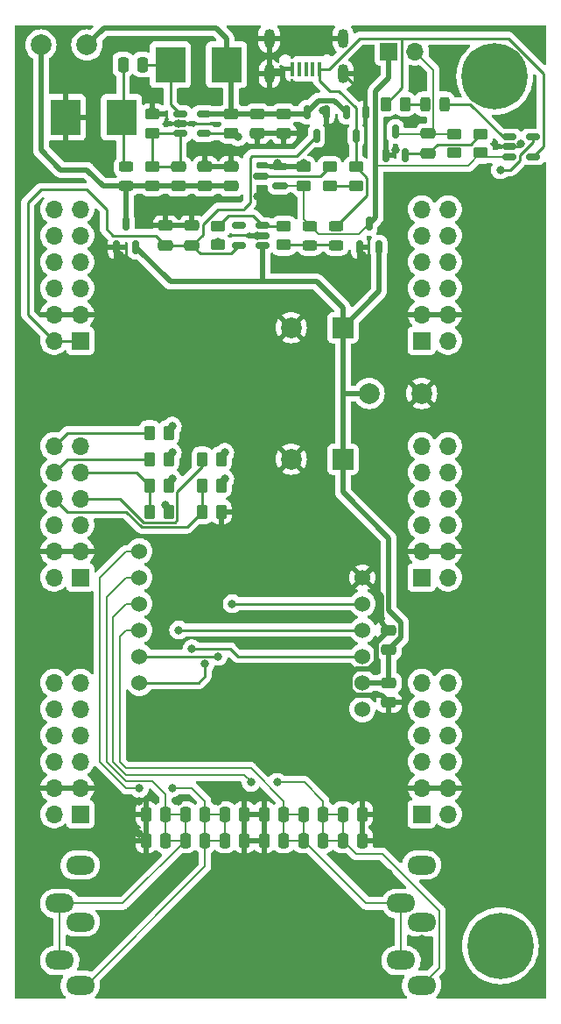
<source format=gbr>
%TF.GenerationSoftware,KiCad,Pcbnew,7.0.10*%
%TF.CreationDate,2024-01-02T11:24:53+01:00*%
%TF.ProjectId,sim800x_break,73696d38-3030-4785-9f62-7265616b2e6b,rev?*%
%TF.SameCoordinates,Original*%
%TF.FileFunction,Copper,L1,Top*%
%TF.FilePolarity,Positive*%
%FSLAX46Y46*%
G04 Gerber Fmt 4.6, Leading zero omitted, Abs format (unit mm)*
G04 Created by KiCad (PCBNEW 7.0.10) date 2024-01-02 11:24:53*
%MOMM*%
%LPD*%
G01*
G04 APERTURE LIST*
G04 Aperture macros list*
%AMRoundRect*
0 Rectangle with rounded corners*
0 $1 Rounding radius*
0 $2 $3 $4 $5 $6 $7 $8 $9 X,Y pos of 4 corners*
0 Add a 4 corners polygon primitive as box body*
4,1,4,$2,$3,$4,$5,$6,$7,$8,$9,$2,$3,0*
0 Add four circle primitives for the rounded corners*
1,1,$1+$1,$2,$3*
1,1,$1+$1,$4,$5*
1,1,$1+$1,$6,$7*
1,1,$1+$1,$8,$9*
0 Add four rect primitives between the rounded corners*
20,1,$1+$1,$2,$3,$4,$5,0*
20,1,$1+$1,$4,$5,$6,$7,0*
20,1,$1+$1,$6,$7,$8,$9,0*
20,1,$1+$1,$8,$9,$2,$3,0*%
G04 Aperture macros list end*
%TA.AperFunction,ComponentPad*%
%ADD10R,1.700000X1.700000*%
%TD*%
%TA.AperFunction,ComponentPad*%
%ADD11O,1.700000X1.700000*%
%TD*%
%TA.AperFunction,SMDPad,CuDef*%
%ADD12RoundRect,0.150000X-0.512500X-0.150000X0.512500X-0.150000X0.512500X0.150000X-0.512500X0.150000X0*%
%TD*%
%TA.AperFunction,SMDPad,CuDef*%
%ADD13RoundRect,0.150000X0.150000X-0.512500X0.150000X0.512500X-0.150000X0.512500X-0.150000X-0.512500X0*%
%TD*%
%TA.AperFunction,SMDPad,CuDef*%
%ADD14R,2.950000X3.500000*%
%TD*%
%TA.AperFunction,SMDPad,CuDef*%
%ADD15RoundRect,0.250000X-0.450000X0.262500X-0.450000X-0.262500X0.450000X-0.262500X0.450000X0.262500X0*%
%TD*%
%TA.AperFunction,SMDPad,CuDef*%
%ADD16RoundRect,0.250000X0.250000X0.475000X-0.250000X0.475000X-0.250000X-0.475000X0.250000X-0.475000X0*%
%TD*%
%TA.AperFunction,ComponentPad*%
%ADD17C,2.000000*%
%TD*%
%TA.AperFunction,SMDPad,CuDef*%
%ADD18RoundRect,0.250000X-0.250000X-0.475000X0.250000X-0.475000X0.250000X0.475000X-0.250000X0.475000X0*%
%TD*%
%TA.AperFunction,SMDPad,CuDef*%
%ADD19RoundRect,0.250000X-0.475000X0.250000X-0.475000X-0.250000X0.475000X-0.250000X0.475000X0.250000X0*%
%TD*%
%TA.AperFunction,SMDPad,CuDef*%
%ADD20RoundRect,0.150000X-0.150000X0.512500X-0.150000X-0.512500X0.150000X-0.512500X0.150000X0.512500X0*%
%TD*%
%TA.AperFunction,SMDPad,CuDef*%
%ADD21RoundRect,0.250000X0.450000X-0.262500X0.450000X0.262500X-0.450000X0.262500X-0.450000X-0.262500X0*%
%TD*%
%TA.AperFunction,ComponentPad*%
%ADD22C,0.800000*%
%TD*%
%TA.AperFunction,ComponentPad*%
%ADD23C,6.400000*%
%TD*%
%TA.AperFunction,ComponentPad*%
%ADD24R,2.000000X2.000000*%
%TD*%
%TA.AperFunction,SMDPad,CuDef*%
%ADD25RoundRect,0.243750X0.456250X-0.243750X0.456250X0.243750X-0.456250X0.243750X-0.456250X-0.243750X0*%
%TD*%
%TA.AperFunction,SMDPad,CuDef*%
%ADD26R,0.400000X1.400000*%
%TD*%
%TA.AperFunction,ComponentPad*%
%ADD27O,1.050000X1.850000*%
%TD*%
%TA.AperFunction,SMDPad,CuDef*%
%ADD28RoundRect,0.150000X0.512500X0.150000X-0.512500X0.150000X-0.512500X-0.150000X0.512500X-0.150000X0*%
%TD*%
%TA.AperFunction,SMDPad,CuDef*%
%ADD29RoundRect,0.250000X0.262500X0.450000X-0.262500X0.450000X-0.262500X-0.450000X0.262500X-0.450000X0*%
%TD*%
%TA.AperFunction,SMDPad,CuDef*%
%ADD30RoundRect,0.250000X0.475000X-0.250000X0.475000X0.250000X-0.475000X0.250000X-0.475000X-0.250000X0*%
%TD*%
%TA.AperFunction,SMDPad,CuDef*%
%ADD31RoundRect,0.250000X-0.262500X-0.450000X0.262500X-0.450000X0.262500X0.450000X-0.262500X0.450000X0*%
%TD*%
%TA.AperFunction,SMDPad,CuDef*%
%ADD32RoundRect,0.150000X0.587500X0.150000X-0.587500X0.150000X-0.587500X-0.150000X0.587500X-0.150000X0*%
%TD*%
%TA.AperFunction,ComponentPad*%
%ADD33O,2.800000X1.800000*%
%TD*%
%TA.AperFunction,SMDPad,CuDef*%
%ADD34RoundRect,0.243750X0.243750X0.456250X-0.243750X0.456250X-0.243750X-0.456250X0.243750X-0.456250X0*%
%TD*%
%TA.AperFunction,ComponentPad*%
%ADD35C,1.524000*%
%TD*%
%TA.AperFunction,ViaPad*%
%ADD36C,0.800000*%
%TD*%
%TA.AperFunction,Conductor*%
%ADD37C,0.500000*%
%TD*%
%TA.AperFunction,Conductor*%
%ADD38C,0.250000*%
%TD*%
%TA.AperFunction,Conductor*%
%ADD39C,0.200000*%
%TD*%
G04 APERTURE END LIST*
D10*
%TO.P,PMOD4,1,Pin_1*%
%TO.N,VCC*%
X111760000Y-68580000D03*
D11*
%TO.P,PMOD4,2,Pin_2*%
X114300000Y-68580000D03*
%TO.P,PMOD4,3,Pin_3*%
%TO.N,GND*%
X111760000Y-66040000D03*
%TO.P,PMOD4,4,Pin_4*%
X114300000Y-66040000D03*
%TO.P,PMOD4,5,Pin_5*%
%TO.N,PMOD_I2C_SDA*%
X111760000Y-63500000D03*
%TO.P,PMOD4,6,Pin_6*%
%TO.N,PMOD_I2C_GPIO4*%
X114300000Y-63500000D03*
%TO.P,PMOD4,7,Pin_7*%
%TO.N,PMOD_I2C_SCL*%
X111760000Y-60960000D03*
%TO.P,PMOD4,8,Pin_8*%
%TO.N,PMOD_I2C_GPIO3*%
X114300000Y-60960000D03*
%TO.P,PMOD4,9,Pin_9*%
%TO.N,PMOD_I2C_RESET*%
X111760000Y-58420000D03*
%TO.P,PMOD4,10,Pin_10*%
%TO.N,PMOD_I2C_GPIO2*%
X114300000Y-58420000D03*
%TO.P,PMOD4,11,Pin_11*%
%TO.N,PMOD_I2C_INT*%
X111760000Y-55880000D03*
%TO.P,PMOD4,12,Pin_12*%
%TO.N,PMOD_I2C_GPIO1*%
X114300000Y-55880000D03*
%TD*%
D12*
%TO.P,U2,1,~{CHRG}*%
%TO.N,Net-(D1-K)*%
X120280000Y-48895000D03*
%TO.P,U2,2,GND*%
%TO.N,GND*%
X120280000Y-49845000D03*
%TO.P,U2,3,BAT*%
%TO.N,BAT+*%
X120280000Y-50795000D03*
%TO.P,U2,4,V_{CC}*%
%TO.N,VBUS*%
X122555000Y-50795000D03*
%TO.P,U2,5,PROG*%
%TO.N,Net-(U2-PROG)*%
X122555000Y-48895000D03*
%TD*%
D10*
%TO.P,PMOD3,1,Pin_1*%
%TO.N,VCC*%
X78740000Y-114300000D03*
D11*
%TO.P,PMOD3,2,Pin_2*%
X76200000Y-114300000D03*
%TO.P,PMOD3,3,Pin_3*%
%TO.N,GND*%
X78740000Y-111760000D03*
%TO.P,PMOD3,4,Pin_4*%
X76200000Y-111760000D03*
%TO.P,PMOD3,5,Pin_5*%
%TO.N,PMOD_SPI_SCK*%
X78740000Y-109220000D03*
%TO.P,PMOD3,6,Pin_6*%
%TO.N,PMOD_SPI_GPIO4_CS3*%
X76200000Y-109220000D03*
%TO.P,PMOD3,7,Pin_7*%
%TO.N,PMOD_SPI_MISO*%
X78740000Y-106680000D03*
%TO.P,PMOD3,8,Pin_8*%
%TO.N,PMOD_SPI_GPIO3_CS2*%
X76200000Y-106680000D03*
%TO.P,PMOD3,9,Pin_9*%
%TO.N,PMOD_SPI_MOSI*%
X78740000Y-104140000D03*
%TO.P,PMOD3,10,Pin_10*%
%TO.N,PMOD_SPI_GPIO2_RESET*%
X76200000Y-104140000D03*
%TO.P,PMOD3,11,Pin_11*%
%TO.N,PMOD_SPI_CS*%
X78740000Y-101600000D03*
%TO.P,PMOD3,12,Pin_12*%
%TO.N,PMOD_SPI_GPIO1_INT*%
X76200000Y-101600000D03*
%TD*%
D13*
%TO.P,U9,1,GND*%
%TO.N,GND*%
X105730000Y-59557500D03*
%TO.P,U9,2,K*%
%TO.N,VMODEM*%
X107630000Y-59557500D03*
%TO.P,U9,3,A*%
%TO.N,BAT+*%
X106680000Y-57282500D03*
%TD*%
D14*
%TO.P,L2,1*%
%TO.N,Net-(D12-A)*%
X82735000Y-46990000D03*
%TO.P,L2,2*%
%TO.N,GND*%
X77285000Y-46990000D03*
%TD*%
D15*
%TO.P,R8,1*%
%TO.N,VBUS*%
X105410000Y-51792500D03*
%TO.P,R8,2*%
%TO.N,Net-(U4-EN)*%
X105410000Y-53617500D03*
%TD*%
D10*
%TO.P,PMOD2,1,Pin_1*%
%TO.N,VCC*%
X78740000Y-91440000D03*
D11*
%TO.P,PMOD2,2,Pin_2*%
X76200000Y-91440000D03*
%TO.P,PMOD2,3,Pin_3*%
%TO.N,GND*%
X78740000Y-88900000D03*
%TO.P,PMOD2,4,Pin_4*%
X76200000Y-88900000D03*
%TO.P,PMOD2,5,Pin_5*%
%TO.N,PMOD_UART_RTS*%
X78740000Y-86360000D03*
%TO.P,PMOD2,6,Pin_6*%
%TO.N,PMOD_UART_GPIO4*%
X76200000Y-86360000D03*
%TO.P,PMOD2,7,Pin_7*%
%TO.N,MCU_RXD*%
X78740000Y-83820000D03*
%TO.P,PMOD2,8,Pin_8*%
%TO.N,MCU_DTR*%
X76200000Y-83820000D03*
%TO.P,PMOD2,9,Pin_9*%
%TO.N,MCU_TXD*%
X78740000Y-81280000D03*
%TO.P,PMOD2,10,Pin_10*%
%TO.N,MCU_nRST*%
X76200000Y-81280000D03*
%TO.P,PMOD2,11,Pin_11*%
%TO.N,PMOD_UART_CTS*%
X78740000Y-78740000D03*
%TO.P,PMOD2,12,Pin_12*%
%TO.N,MCU_RING*%
X76200000Y-78740000D03*
%TD*%
D10*
%TO.P,PMOD1,1,Pin_1*%
%TO.N,VCC*%
X78740000Y-68580000D03*
D11*
%TO.P,PMOD1,2,Pin_2*%
X76200000Y-68580000D03*
%TO.P,PMOD1,3,Pin_3*%
%TO.N,GND*%
X78740000Y-66040000D03*
%TO.P,PMOD1,4,Pin_4*%
X76200000Y-66040000D03*
%TO.P,PMOD1,5,Pin_5*%
%TO.N,PMOD_I2C_SDA*%
X78740000Y-63500000D03*
%TO.P,PMOD1,6,Pin_6*%
%TO.N,PMOD_I2C_GPIO4*%
X76200000Y-63500000D03*
%TO.P,PMOD1,7,Pin_7*%
%TO.N,PMOD_I2C_SCL*%
X78740000Y-60960000D03*
%TO.P,PMOD1,8,Pin_8*%
%TO.N,PMOD_I2C_GPIO3*%
X76200000Y-60960000D03*
%TO.P,PMOD1,9,Pin_9*%
%TO.N,PMOD_I2C_RESET*%
X78740000Y-58420000D03*
%TO.P,PMOD1,10,Pin_10*%
%TO.N,PMOD_I2C_GPIO2*%
X76200000Y-58420000D03*
%TO.P,PMOD1,11,Pin_11*%
%TO.N,PMOD_I2C_INT*%
X78740000Y-55880000D03*
%TO.P,PMOD1,12,Pin_12*%
%TO.N,PMOD_I2C_GPIO1*%
X76200000Y-55880000D03*
%TD*%
D16*
%TO.P,C9,1*%
%TO.N,Net-(U4-SW)*%
X84770000Y-41910000D03*
%TO.P,C9,2*%
%TO.N,Net-(D12-A)*%
X82870000Y-41910000D03*
%TD*%
D17*
%TO.P,TP3,1,1*%
%TO.N,DCDC_OUT*%
X74930000Y-40005000D03*
%TD*%
D18*
%TO.P,C4,1*%
%TO.N,GND*%
X85095000Y-116840000D03*
%TO.P,C4,2*%
%TO.N,SPK+*%
X86995000Y-116840000D03*
%TD*%
D13*
%TO.P,U3,1,VM*%
%TO.N,GND*%
X108270000Y-50667500D03*
%TO.P,U3,2,VDD*%
%TO.N,Net-(U3-VDD)*%
X110170000Y-50667500D03*
%TO.P,U3,3,GND*%
%TO.N,BAT-*%
X109220000Y-48392500D03*
%TD*%
D19*
%TO.P,C12,1*%
%TO.N,GND*%
X89535000Y-57470000D03*
%TO.P,C12,2*%
%TO.N,VCC*%
X89535000Y-59370000D03*
%TD*%
D20*
%TO.P,U7,1,GND*%
%TO.N,GND*%
X106360000Y-46487500D03*
%TO.P,U7,2,K*%
%TO.N,DCDC_IN*%
X104460000Y-46487500D03*
%TO.P,U7,3,A*%
%TO.N,VBUS*%
X105410000Y-48762500D03*
%TD*%
D21*
%TO.P,R13,1*%
%TO.N,DCDC_OUT*%
X85725000Y-53617500D03*
%TO.P,R13,2*%
%TO.N,Net-(U4-FB)*%
X85725000Y-51792500D03*
%TD*%
D18*
%TO.P,C3,1*%
%TO.N,SPK-*%
X92715000Y-114300000D03*
%TO.P,C3,2*%
%TO.N,GND*%
X94615000Y-114300000D03*
%TD*%
%TO.P,C21,1*%
%TO.N,MIC-*%
X104145000Y-114300000D03*
%TO.P,C21,2*%
%TO.N,GND*%
X106045000Y-114300000D03*
%TD*%
D22*
%TO.P,H2,1*%
%TO.N,N/C*%
X119380000Y-124600000D03*
X121077056Y-125302944D03*
X117682944Y-125302944D03*
X121780000Y-127000000D03*
D23*
X119380000Y-127000000D03*
D22*
X116980000Y-127000000D03*
X121077056Y-128697056D03*
X117682944Y-128697056D03*
X119380000Y-129400000D03*
%TD*%
D14*
%TO.P,L1,1*%
%TO.N,DCDC_IN*%
X92895000Y-41910000D03*
%TO.P,L1,2*%
%TO.N,Net-(U4-SW)*%
X87445000Y-41910000D03*
%TD*%
D24*
%TO.P,C14,1*%
%TO.N,VMODEM*%
X104140000Y-67310000D03*
D17*
%TO.P,C14,2*%
%TO.N,GND*%
X99140000Y-67310000D03*
%TD*%
D25*
%TO.P,D3,1,K*%
%TO.N,ENABLE_LDO*%
X103505000Y-59357500D03*
%TO.P,D3,2,A*%
%TO.N,VBUS*%
X103505000Y-57482500D03*
%TD*%
D26*
%TO.P,J5,1,VBUS*%
%TO.N,VBUS*%
X101884000Y-42320000D03*
%TO.P,J5,2,D-*%
%TO.N,unconnected-(J5-D--Pad2)*%
X101234000Y-42320000D03*
%TO.P,J5,3,D+*%
%TO.N,unconnected-(J5-D+-Pad3)*%
X100584000Y-42320000D03*
%TO.P,J5,4,ID*%
%TO.N,unconnected-(J5-ID-Pad4)*%
X99934000Y-42320000D03*
%TO.P,J5,5,GND*%
%TO.N,GND*%
X99284000Y-42320000D03*
D27*
%TO.P,J5,6,Shield*%
X104159000Y-42820000D03*
X104159000Y-39370000D03*
X97034000Y-42820000D03*
X97009000Y-39370000D03*
%TD*%
D18*
%TO.P,C1,1*%
%TO.N,SPK+*%
X88905000Y-114300000D03*
%TO.P,C1,2*%
%TO.N,SPK-*%
X90805000Y-114300000D03*
%TD*%
D28*
%TO.P,U5,1,IN*%
%TO.N,VMODEM*%
X96387500Y-59370000D03*
%TO.P,U5,2,GND*%
%TO.N,GND*%
X96387500Y-58420000D03*
%TO.P,U5,3,EN*%
%TO.N,Net-(U5-EN)*%
X96387500Y-57470000D03*
%TO.P,U5,4,NC*%
%TO.N,unconnected-(U5-NC-Pad4)*%
X94112500Y-57470000D03*
%TO.P,U5,5,OUT*%
%TO.N,VCC*%
X94112500Y-59370000D03*
%TD*%
D19*
%TO.P,C10,1*%
%TO.N,Net-(U4-FB)*%
X88265000Y-51755000D03*
%TO.P,C10,2*%
%TO.N,DCDC_OUT*%
X88265000Y-53655000D03*
%TD*%
D18*
%TO.P,C2,1*%
%TO.N,GND*%
X85095000Y-114300000D03*
%TO.P,C2,2*%
%TO.N,SPK+*%
X86995000Y-114300000D03*
%TD*%
D29*
%TO.P,R3,1*%
%TO.N,MOD_DTR*%
X92352500Y-82550000D03*
%TO.P,R3,2*%
%TO.N,MCU_DTR*%
X90527500Y-82550000D03*
%TD*%
D12*
%TO.P,U4,1,SW*%
%TO.N,Net-(U4-SW)*%
X88397500Y-46675000D03*
%TO.P,U4,2,GND*%
%TO.N,GND*%
X88397500Y-47625000D03*
%TO.P,U4,3,FB*%
%TO.N,Net-(U4-FB)*%
X88397500Y-48575000D03*
%TO.P,U4,4,EN*%
%TO.N,Net-(U4-EN)*%
X90672500Y-48575000D03*
%TO.P,U4,5,VIN*%
%TO.N,DCDC_IN*%
X90672500Y-46675000D03*
%TD*%
D29*
%TO.P,R2,1*%
%TO.N,MOD_TXD*%
X92352500Y-80010000D03*
%TO.P,R2,2*%
%TO.N,MCU_RXD*%
X90527500Y-80010000D03*
%TD*%
D18*
%TO.P,C24,1*%
%TO.N,MIC-*%
X104145000Y-116840000D03*
%TO.P,C24,2*%
%TO.N,GND*%
X106045000Y-116840000D03*
%TD*%
D21*
%TO.P,R9,1*%
%TO.N,BAT+*%
X100330000Y-53617500D03*
%TO.P,R9,2*%
%TO.N,GND*%
X100330000Y-51792500D03*
%TD*%
D19*
%TO.P,C25,1*%
%TO.N,GND*%
X86995000Y-57470000D03*
%TO.P,C25,2*%
%TO.N,VCC*%
X86995000Y-59370000D03*
%TD*%
D29*
%TO.P,R4,1*%
%TO.N,MOD_RING*%
X87272500Y-77470000D03*
%TO.P,R4,2*%
%TO.N,MCU_RING*%
X85447500Y-77470000D03*
%TD*%
D25*
%TO.P,D2,1,K*%
%TO.N,ENABLE_LDO*%
X100965000Y-59357500D03*
%TO.P,D2,2,A*%
%TO.N,BAT+*%
X100965000Y-57482500D03*
%TD*%
D15*
%TO.P,R18,1*%
%TO.N,Net-(Q1-D)*%
X102870000Y-51792500D03*
%TO.P,R18,2*%
%TO.N,Net-(U4-EN)*%
X102870000Y-53617500D03*
%TD*%
D22*
%TO.P,H1,1*%
%TO.N,N/C*%
X118835000Y-40640000D03*
X120532056Y-41342944D03*
X117137944Y-41342944D03*
X121235000Y-43040000D03*
D23*
X118835000Y-43040000D03*
D22*
X116435000Y-43040000D03*
X120532056Y-44737056D03*
X117137944Y-44737056D03*
X118835000Y-45440000D03*
%TD*%
D30*
%TO.P,C11,1*%
%TO.N,GND*%
X95885000Y-48575000D03*
%TO.P,C11,2*%
%TO.N,DCDC_IN*%
X95885000Y-46675000D03*
%TD*%
D18*
%TO.P,C5,1*%
%TO.N,SPK+*%
X88905000Y-116840000D03*
%TO.P,C5,2*%
%TO.N,SPK-*%
X90805000Y-116840000D03*
%TD*%
D29*
%TO.P,R6,1*%
%TO.N,GND*%
X87272500Y-85090000D03*
%TO.P,R6,2*%
%TO.N,MCU_TXD*%
X85447500Y-85090000D03*
%TD*%
D18*
%TO.P,C22,1*%
%TO.N,GND*%
X96525000Y-116840000D03*
%TO.P,C22,2*%
%TO.N,MIC+*%
X98425000Y-116840000D03*
%TD*%
D31*
%TO.P,R10,1*%
%TO.N,VBUS*%
X108307500Y-45720000D03*
%TO.P,R10,2*%
%TO.N,Net-(D1-A)*%
X110132500Y-45720000D03*
%TD*%
D29*
%TO.P,R1,1*%
%TO.N,MOD_RXD*%
X87272500Y-82550000D03*
%TO.P,R1,2*%
%TO.N,MCU_TXD*%
X85447500Y-82550000D03*
%TD*%
D10*
%TO.P,PMOD5,1,Pin_1*%
%TO.N,VCC*%
X111760000Y-114300000D03*
D11*
%TO.P,PMOD5,2,Pin_2*%
X114300000Y-114300000D03*
%TO.P,PMOD5,3,Pin_3*%
%TO.N,GND*%
X111760000Y-111760000D03*
%TO.P,PMOD5,4,Pin_4*%
X114300000Y-111760000D03*
%TO.P,PMOD5,5,Pin_5*%
%TO.N,PMOD_SPI_SCK*%
X111760000Y-109220000D03*
%TO.P,PMOD5,6,Pin_6*%
%TO.N,PMOD_SPI_GPIO4_CS3*%
X114300000Y-109220000D03*
%TO.P,PMOD5,7,Pin_7*%
%TO.N,PMOD_SPI_MISO*%
X111760000Y-106680000D03*
%TO.P,PMOD5,8,Pin_8*%
%TO.N,PMOD_SPI_GPIO3_CS2*%
X114300000Y-106680000D03*
%TO.P,PMOD5,9,Pin_9*%
%TO.N,PMOD_SPI_MOSI*%
X111760000Y-104140000D03*
%TO.P,PMOD5,10,Pin_10*%
%TO.N,PMOD_SPI_GPIO2_RESET*%
X114300000Y-104140000D03*
%TO.P,PMOD5,11,Pin_11*%
%TO.N,PMOD_SPI_CS*%
X111760000Y-101600000D03*
%TO.P,PMOD5,12,Pin_12*%
%TO.N,PMOD_SPI_GPIO1_INT*%
X114300000Y-101600000D03*
%TD*%
D19*
%TO.P,C6,1*%
%TO.N,VMODEM*%
X108585000Y-101605000D03*
%TO.P,C6,2*%
%TO.N,GND*%
X108585000Y-103505000D03*
%TD*%
D17*
%TO.P,TP1,1,1*%
%TO.N,GND*%
X111760000Y-73660000D03*
%TD*%
D15*
%TO.P,R12,1*%
%TO.N,DCDC_IN*%
X93345000Y-46712500D03*
%TO.P,R12,2*%
%TO.N,Net-(U4-EN)*%
X93345000Y-48537500D03*
%TD*%
D25*
%TO.P,D12,1,K*%
%TO.N,DCDC_OUT*%
X83185000Y-53642500D03*
%TO.P,D12,2,A*%
%TO.N,Net-(D12-A)*%
X83185000Y-51767500D03*
%TD*%
D20*
%TO.P,U6,1,GND*%
%TO.N,GND*%
X102550000Y-46487500D03*
%TO.P,U6,2,K*%
%TO.N,DCDC_IN*%
X100650000Y-46487500D03*
%TO.P,U6,3,A*%
%TO.N,VCC*%
X101600000Y-48762500D03*
%TD*%
D32*
%TO.P,Q1,1,G*%
%TO.N,BAT+*%
X98092500Y-53655000D03*
%TO.P,Q1,2,S*%
%TO.N,GND*%
X98092500Y-51755000D03*
%TO.P,Q1,3,D*%
%TO.N,Net-(Q1-D)*%
X96217500Y-52705000D03*
%TD*%
D17*
%TO.P,TP4,1,1*%
%TO.N,VMODEM*%
X106680000Y-73660000D03*
%TD*%
D33*
%TO.P,J2,R*%
%TO.N,MIC+*%
X109760000Y-122910000D03*
%TO.P,J2,RN*%
%TO.N,N/C*%
X111760000Y-124710000D03*
%TO.P,J2,S*%
%TO.N,MIC-*%
X111760000Y-130810000D03*
%TO.P,J2,T*%
%TO.N,MIC+*%
X109760000Y-128410000D03*
%TO.P,J2,TN*%
%TO.N,N/C*%
X111760000Y-119210000D03*
%TD*%
D30*
%TO.P,C7,1*%
%TO.N,VMODEM*%
X108585000Y-98425000D03*
%TO.P,C7,2*%
%TO.N,GND*%
X108585000Y-96525000D03*
%TD*%
D19*
%TO.P,C26,1*%
%TO.N,BAT-*%
X112395000Y-48580000D03*
%TO.P,C26,2*%
%TO.N,Net-(U3-VDD)*%
X112395000Y-50480000D03*
%TD*%
D21*
%TO.P,R11,1*%
%TO.N,Net-(U2-PROG)*%
X114935000Y-50442500D03*
%TO.P,R11,2*%
%TO.N,BAT-*%
X114935000Y-48617500D03*
%TD*%
D10*
%TO.P,J1,1,Pin_1*%
%TO.N,BAT+*%
X108585000Y-40640000D03*
D11*
%TO.P,J1,2,Pin_2*%
%TO.N,BAT-*%
X111125000Y-40640000D03*
%TD*%
D17*
%TO.P,TP2,1,1*%
%TO.N,DCDC_IN*%
X79375000Y-40005000D03*
%TD*%
D34*
%TO.P,D1,1,K*%
%TO.N,Net-(D1-K)*%
X113967500Y-45720000D03*
%TO.P,D1,2,A*%
%TO.N,Net-(D1-A)*%
X112092500Y-45720000D03*
%TD*%
D30*
%TO.P,C16,1*%
%TO.N,GND*%
X98425000Y-48575000D03*
%TO.P,C16,2*%
%TO.N,DCDC_IN*%
X98425000Y-46675000D03*
%TD*%
D19*
%TO.P,C13,1*%
%TO.N,GND*%
X90805000Y-51755000D03*
%TO.P,C13,2*%
%TO.N,DCDC_OUT*%
X90805000Y-53655000D03*
%TD*%
D15*
%TO.P,R16,1*%
%TO.N,Net-(U5-EN)*%
X92075000Y-57507500D03*
%TO.P,R16,2*%
%TO.N,GND*%
X92075000Y-59332500D03*
%TD*%
D35*
%TO.P,U1,1,ANT*%
%TO.N,MOD_ANT*%
X106045000Y-104140000D03*
%TO.P,U1,2,VCC*%
%TO.N,VMODEM*%
X106045000Y-101600000D03*
%TO.P,U1,3,RST*%
%TO.N,MOD_nRST*%
X106045000Y-99060000D03*
%TO.P,U1,4,RxD*%
%TO.N,MOD_RXD*%
X106045000Y-96520000D03*
%TO.P,U1,5,TxD*%
%TO.N,MOD_TXD*%
X106045000Y-93980000D03*
%TO.P,U1,6,GND*%
%TO.N,GND*%
X106045000Y-91440000D03*
%TO.P,U1,7,SPKN*%
%TO.N,SPK-*%
X84455000Y-88900000D03*
%TO.P,U1,8,SPKP*%
%TO.N,SPK+*%
X84455000Y-91440000D03*
%TO.P,U1,9,MICN*%
%TO.N,MIC-*%
X84455000Y-93980000D03*
%TO.P,U1,10,MICP*%
%TO.N,MIC+*%
X84455000Y-96520000D03*
%TO.P,U1,11,DTR*%
%TO.N,MOD_DTR*%
X84455000Y-99060000D03*
%TO.P,U1,12,RING*%
%TO.N,MOD_RING*%
X84455000Y-101600000D03*
%TD*%
D29*
%TO.P,R7,1*%
%TO.N,GND*%
X92352500Y-85090000D03*
%TO.P,R7,2*%
%TO.N,MCU_DTR*%
X90527500Y-85090000D03*
%TD*%
D18*
%TO.P,C20,1*%
%TO.N,MIC+*%
X100335000Y-114300000D03*
%TO.P,C20,2*%
%TO.N,MIC-*%
X102235000Y-114300000D03*
%TD*%
D33*
%TO.P,J3,R*%
%TO.N,SPK+*%
X76740000Y-122910000D03*
%TO.P,J3,RN*%
%TO.N,N/C*%
X78740000Y-124710000D03*
%TO.P,J3,S*%
%TO.N,SPK-*%
X78740000Y-130810000D03*
%TO.P,J3,T*%
%TO.N,SPK+*%
X76740000Y-128410000D03*
%TO.P,J3,TN*%
%TO.N,N/C*%
X78740000Y-119210000D03*
%TD*%
D29*
%TO.P,R5,1*%
%TO.N,MOD_nRST*%
X87272500Y-80010000D03*
%TO.P,R5,2*%
%TO.N,MCU_nRST*%
X85447500Y-80010000D03*
%TD*%
D19*
%TO.P,C17,1*%
%TO.N,GND*%
X93345000Y-51755000D03*
%TO.P,C17,2*%
%TO.N,DCDC_OUT*%
X93345000Y-53655000D03*
%TD*%
D18*
%TO.P,C18,1*%
%TO.N,SPK-*%
X92715000Y-116840000D03*
%TO.P,C18,2*%
%TO.N,GND*%
X94615000Y-116840000D03*
%TD*%
D21*
%TO.P,R14,1*%
%TO.N,Net-(U4-FB)*%
X85725000Y-48537500D03*
%TO.P,R14,2*%
%TO.N,GND*%
X85725000Y-46712500D03*
%TD*%
D24*
%TO.P,C8,1*%
%TO.N,VMODEM*%
X104140000Y-80010000D03*
D17*
%TO.P,C8,2*%
%TO.N,GND*%
X99140000Y-80010000D03*
%TD*%
D10*
%TO.P,PMOD6,1,Pin_1*%
%TO.N,VCC*%
X111760000Y-91440000D03*
D11*
%TO.P,PMOD6,2,Pin_2*%
X114300000Y-91440000D03*
%TO.P,PMOD6,3,Pin_3*%
%TO.N,GND*%
X111760000Y-88900000D03*
%TO.P,PMOD6,4,Pin_4*%
X114300000Y-88900000D03*
%TO.P,PMOD6,5,Pin_5*%
%TO.N,unconnected-(PMOD6-Pin_5-Pad5)*%
X111760000Y-86360000D03*
%TO.P,PMOD6,6,Pin_6*%
%TO.N,unconnected-(PMOD6-Pin_6-Pad6)*%
X114300000Y-86360000D03*
%TO.P,PMOD6,7,Pin_7*%
%TO.N,unconnected-(PMOD6-Pin_7-Pad7)*%
X111760000Y-83820000D03*
%TO.P,PMOD6,8,Pin_8*%
%TO.N,unconnected-(PMOD6-Pin_8-Pad8)*%
X114300000Y-83820000D03*
%TO.P,PMOD6,9,Pin_9*%
%TO.N,unconnected-(PMOD6-Pin_9-Pad9)*%
X111760000Y-81280000D03*
%TO.P,PMOD6,10,Pin_10*%
%TO.N,unconnected-(PMOD6-Pin_10-Pad10)*%
X114300000Y-81280000D03*
%TO.P,PMOD6,11,Pin_11*%
%TO.N,unconnected-(PMOD6-Pin_11-Pad11)*%
X111760000Y-78740000D03*
%TO.P,PMOD6,12,Pin_12*%
%TO.N,unconnected-(PMOD6-Pin_12-Pad12)*%
X114300000Y-78740000D03*
%TD*%
D13*
%TO.P,U8,1,GND*%
%TO.N,GND*%
X82235000Y-59557500D03*
%TO.P,U8,2,K*%
%TO.N,VMODEM*%
X84135000Y-59557500D03*
%TO.P,U8,3,A*%
%TO.N,DCDC_OUT*%
X83185000Y-57282500D03*
%TD*%
D21*
%TO.P,R17,1*%
%TO.N,ENABLE_LDO*%
X98425000Y-59332500D03*
%TO.P,R17,2*%
%TO.N,Net-(U5-EN)*%
X98425000Y-57507500D03*
%TD*%
D18*
%TO.P,C19,1*%
%TO.N,GND*%
X96525000Y-114300000D03*
%TO.P,C19,2*%
%TO.N,MIC+*%
X98425000Y-114300000D03*
%TD*%
%TO.P,C23,1*%
%TO.N,MIC+*%
X100335000Y-116840000D03*
%TO.P,C23,2*%
%TO.N,MIC-*%
X102235000Y-116840000D03*
%TD*%
D21*
%TO.P,R15,1*%
%TO.N,BAT+*%
X117475000Y-50442500D03*
%TO.P,R15,2*%
%TO.N,Net-(U3-VDD)*%
X117475000Y-48617500D03*
%TD*%
D36*
%TO.N,GND*%
X84455000Y-116205000D03*
X84455000Y-116205000D03*
X84455000Y-113030000D03*
X88265000Y-113030000D03*
X92075000Y-113030000D03*
X86995000Y-84455000D03*
X97790000Y-51435000D03*
X85725000Y-46355000D03*
X106045000Y-60325000D03*
X86995000Y-57150000D03*
X114935000Y-40640000D03*
X109220000Y-50165000D03*
X99060000Y-54610000D03*
X88265000Y-47625000D03*
X76835000Y-48260000D03*
X121920000Y-46355000D03*
X82550000Y-60325000D03*
X95885000Y-58420000D03*
X76835000Y-48260000D03*
X86995000Y-57150000D03*
X89535000Y-57150000D03*
X81280000Y-124460000D03*
X98425000Y-48895000D03*
X90805000Y-51435000D03*
X92075000Y-59055000D03*
X121920000Y-39370000D03*
X95885000Y-48895000D03*
X95885000Y-54610000D03*
X102235000Y-46355000D03*
X76835000Y-45720000D03*
X111125000Y-42545000D03*
X93345000Y-51435000D03*
X121324315Y-49577295D03*
X111760000Y-126365000D03*
X100330000Y-51435000D03*
X108585000Y-120015000D03*
%TO.N,SPK-*%
X84455000Y-111824500D03*
X87630000Y-111760000D03*
%TO.N,MIC-*%
X97790000Y-111214500D03*
X95250000Y-111214500D03*
%TO.N,MOD_RXD*%
X87630000Y-81915000D03*
X88265000Y-96520000D03*
%TO.N,MOD_TXD*%
X93435000Y-93980000D03*
X92710000Y-79375000D03*
%TO.N,MOD_DTR*%
X92075000Y-99060000D03*
X92710000Y-81915000D03*
%TO.N,MOD_RING*%
X90805000Y-99784500D03*
X87630000Y-76835000D03*
%TO.N,MOD_nRST*%
X89535000Y-98335500D03*
X87630000Y-79375000D03*
%TO.N,Net-(U2-PROG)*%
X114935000Y-50442500D03*
X119380000Y-52070000D03*
%TO.N,Net-(U4-EN)*%
X102870000Y-53617500D03*
X93980000Y-48895000D03*
%TD*%
D37*
%TO.N,GND*%
X105468000Y-100272000D02*
X106738000Y-100272000D01*
D38*
X121056610Y-49845000D02*
X121324315Y-49577295D01*
D37*
X106738000Y-100272000D02*
X107410000Y-99600000D01*
D38*
X106360000Y-46687500D02*
X106360000Y-45021000D01*
D37*
X107892000Y-102812000D02*
X108585000Y-103505000D01*
X105352000Y-102812000D02*
X104833000Y-102293000D01*
X105352000Y-102812000D02*
X107892000Y-102812000D01*
D38*
X108717500Y-50667500D02*
X109220000Y-50165000D01*
D37*
X107885000Y-93280000D02*
X106045000Y-91440000D01*
D38*
X99284000Y-42320000D02*
X97534000Y-42320000D01*
X108270000Y-50667500D02*
X108717500Y-50667500D01*
X106360000Y-45021000D02*
X104159000Y-42820000D01*
X97534000Y-42320000D02*
X97034000Y-42820000D01*
D37*
X108585000Y-96525000D02*
X107885000Y-95825000D01*
X104833000Y-100907000D02*
X105468000Y-100272000D01*
X107885000Y-95825000D02*
X107885000Y-93280000D01*
X104833000Y-102293000D02*
X104833000Y-100907000D01*
D38*
X120280000Y-49845000D02*
X121056610Y-49845000D01*
D37*
X107410000Y-99600000D02*
X107410000Y-97700000D01*
X107410000Y-97700000D02*
X108585000Y-96525000D01*
D39*
%TO.N,SPK+*%
X84455000Y-91440000D02*
X83185000Y-91440000D01*
X81280000Y-93345000D02*
X81280000Y-109220000D01*
X86995000Y-114300000D02*
X88905000Y-114300000D01*
X86995000Y-114300000D02*
X86995000Y-116840000D01*
X83185000Y-111125000D02*
X85725000Y-111125000D01*
X88905000Y-116840000D02*
X82835000Y-122910000D01*
X88905000Y-116840000D02*
X88905000Y-114300000D01*
X86995000Y-112395000D02*
X86995000Y-114300000D01*
X85725000Y-111125000D02*
X86995000Y-112395000D01*
X86995000Y-116840000D02*
X88905000Y-116840000D01*
X81280000Y-109220000D02*
X83185000Y-111125000D01*
X82835000Y-122910000D02*
X76740000Y-122910000D01*
X76740000Y-122910000D02*
X76740000Y-128410000D01*
X83185000Y-91440000D02*
X81280000Y-93345000D01*
%TO.N,SPK-*%
X80645000Y-109220000D02*
X83185000Y-111760000D01*
X92715000Y-114300000D02*
X90805000Y-114300000D01*
X90805000Y-113030000D02*
X90805000Y-114300000D01*
X92715000Y-116840000D02*
X92715000Y-114300000D01*
X78740000Y-130810000D02*
X79340000Y-130810000D01*
X89535000Y-111760000D02*
X90805000Y-113030000D01*
X87630000Y-111760000D02*
X89535000Y-111760000D01*
X84390500Y-111760000D02*
X84455000Y-111824500D01*
X90805000Y-119345000D02*
X90805000Y-116840000D01*
X79340000Y-130810000D02*
X90805000Y-119345000D01*
X90805000Y-116840000D02*
X92715000Y-116840000D01*
X83185000Y-88900000D02*
X80645000Y-91440000D01*
X83185000Y-111760000D02*
X84390500Y-111760000D01*
X84455000Y-88900000D02*
X83185000Y-88900000D01*
X80645000Y-91440000D02*
X80645000Y-109220000D01*
X90805000Y-114300000D02*
X90805000Y-116840000D01*
%TO.N,MIC+*%
X105305000Y-121810000D02*
X100335000Y-116840000D01*
X98425000Y-114300000D02*
X98425000Y-113030000D01*
X98425000Y-114300000D02*
X100335000Y-114300000D01*
X109760000Y-122910000D02*
X106405000Y-122910000D01*
X98425000Y-114300000D02*
X98425000Y-116840000D01*
X83185000Y-96520000D02*
X82550000Y-97155000D01*
X95250000Y-109855000D02*
X83185000Y-109855000D01*
X109760000Y-128410000D02*
X109760000Y-122910000D01*
X82550000Y-109220000D02*
X83185000Y-109855000D01*
X82550000Y-97155000D02*
X82550000Y-109220000D01*
X98425000Y-116840000D02*
X100335000Y-116840000D01*
X100335000Y-116840000D02*
X100335000Y-114300000D01*
X98425000Y-113030000D02*
X95250000Y-109855000D01*
X84455000Y-96520000D02*
X83185000Y-96520000D01*
X106405000Y-122910000D02*
X105305000Y-121810000D01*
%TO.N,MIC-*%
X95250000Y-111125000D02*
X95250000Y-111214500D01*
X81915000Y-95250000D02*
X81915000Y-99060000D01*
X113460000Y-129110000D02*
X113460000Y-123620000D01*
X102235000Y-116840000D02*
X104145000Y-116840000D01*
X94615000Y-110490000D02*
X95250000Y-111125000D01*
X97790000Y-111214500D02*
X100419500Y-111214500D01*
X102235000Y-113030000D02*
X102235000Y-114300000D01*
X104145000Y-116840000D02*
X104145000Y-114300000D01*
X104145000Y-114300000D02*
X102235000Y-114300000D01*
X113460000Y-123620000D02*
X107950000Y-118110000D01*
X100419500Y-111214500D02*
X102235000Y-113030000D01*
X81915000Y-109220000D02*
X83185000Y-110490000D01*
X83185000Y-110490000D02*
X94615000Y-110490000D01*
X105415000Y-118110000D02*
X104145000Y-116840000D01*
X81915000Y-99060000D02*
X81915000Y-109220000D01*
X102235000Y-114300000D02*
X102235000Y-116840000D01*
X111760000Y-130810000D02*
X113460000Y-129110000D01*
X84455000Y-93980000D02*
X83185000Y-93980000D01*
X107950000Y-118110000D02*
X105415000Y-118110000D01*
X83185000Y-93980000D02*
X81915000Y-95250000D01*
D38*
%TO.N,Net-(U4-SW)*%
X87445000Y-45722500D02*
X87445000Y-41910000D01*
X87445000Y-41910000D02*
X84770000Y-41910000D01*
X88397500Y-46675000D02*
X87445000Y-45722500D01*
%TO.N,VCC*%
X81280000Y-57785000D02*
X81280000Y-55880000D01*
X86995000Y-59370000D02*
X86045000Y-58420000D01*
X73660000Y-55245000D02*
X73660000Y-66040000D01*
X81915000Y-58420000D02*
X81280000Y-57785000D01*
X89535000Y-59370000D02*
X90585000Y-58320000D01*
X76200000Y-68580000D02*
X78740000Y-68580000D01*
X86045000Y-58420000D02*
X81915000Y-58420000D01*
X92075000Y-55880000D02*
X94615000Y-55880000D01*
X94112500Y-59370000D02*
X93312500Y-60170000D01*
X89535000Y-59370000D02*
X86995000Y-59370000D01*
X95155000Y-50895000D02*
X95340000Y-50710000D01*
X73660000Y-66040000D02*
X76200000Y-68580000D01*
X94615000Y-55785000D02*
X95155000Y-55245000D01*
X90585000Y-57370000D02*
X92075000Y-55880000D01*
X95155000Y-55245000D02*
X95155000Y-50895000D01*
X81280000Y-55880000D02*
X79375000Y-53975000D01*
X74930000Y-53975000D02*
X73660000Y-55245000D01*
X101600000Y-48762500D02*
X99652500Y-50710000D01*
X93312500Y-60170000D02*
X90335000Y-60170000D01*
X79375000Y-53975000D02*
X74930000Y-53975000D01*
X90585000Y-58320000D02*
X90585000Y-57370000D01*
X94615000Y-55880000D02*
X94615000Y-55785000D01*
X90335000Y-60170000D02*
X89535000Y-59370000D01*
X99652500Y-50710000D02*
X95340000Y-50710000D01*
%TO.N,MCU_RXD*%
X82550000Y-83820000D02*
X78740000Y-83820000D01*
X87875000Y-86115000D02*
X84845000Y-86115000D01*
X88110000Y-85880000D02*
X88110000Y-83127500D01*
X88110000Y-85880000D02*
X87875000Y-86115000D01*
X90527500Y-80010000D02*
X90527500Y-80710000D01*
X90527500Y-80710000D02*
X88110000Y-83127500D01*
X84845000Y-86115000D02*
X82550000Y-83820000D01*
%TO.N,MCU_DTR*%
X77470000Y-85090000D02*
X83183604Y-85090000D01*
X90527500Y-85090000D02*
X90527500Y-82550000D01*
X84658604Y-86565000D02*
X89052500Y-86565000D01*
X83183604Y-85090000D02*
X84658604Y-86565000D01*
X76200000Y-83820000D02*
X77470000Y-85090000D01*
X89052500Y-86565000D02*
X90527500Y-85090000D01*
%TO.N,MCU_TXD*%
X78740000Y-81280000D02*
X84177500Y-81280000D01*
X85447500Y-82550000D02*
X85447500Y-85090000D01*
X84177500Y-81280000D02*
X85447500Y-82550000D01*
%TO.N,MCU_nRST*%
X76200000Y-81280000D02*
X77470000Y-80010000D01*
X77470000Y-80010000D02*
X85447500Y-80010000D01*
%TO.N,MCU_RING*%
X76200000Y-78740000D02*
X77470000Y-77470000D01*
X77470000Y-77470000D02*
X85447500Y-77470000D01*
%TO.N,MOD_RXD*%
X106045000Y-96520000D02*
X88265000Y-96520000D01*
%TO.N,MOD_TXD*%
X106045000Y-93980000D02*
X93435000Y-93980000D01*
%TO.N,MOD_DTR*%
X84455000Y-99060000D02*
X92075000Y-99060000D01*
%TO.N,MOD_RING*%
X87630000Y-101600000D02*
X90170000Y-101600000D01*
X90805000Y-100965000D02*
X90805000Y-99784500D01*
X84455000Y-101600000D02*
X87630000Y-101600000D01*
X90170000Y-101600000D02*
X90805000Y-100965000D01*
%TO.N,MOD_nRST*%
X93255000Y-98335000D02*
X89535500Y-98335000D01*
X106045000Y-99060000D02*
X93980000Y-99060000D01*
X93980000Y-99060000D02*
X93255000Y-98335000D01*
X89535500Y-98335000D02*
X89535000Y-98335500D01*
D37*
%TO.N,VMODEM*%
X96387500Y-62732500D02*
X96520000Y-62865000D01*
X107630000Y-63820000D02*
X104140000Y-67310000D01*
X108585000Y-98425000D02*
X109760000Y-97250000D01*
X104140000Y-65405000D02*
X101600000Y-62865000D01*
X106045000Y-101600000D02*
X108580000Y-101600000D01*
X96387500Y-59370000D02*
X96387500Y-62732500D01*
X109760000Y-97250000D02*
X109760000Y-95790000D01*
X104140000Y-83185000D02*
X104140000Y-81280000D01*
X104140000Y-67310000D02*
X104140000Y-73660000D01*
X108585000Y-87630000D02*
X104140000Y-83185000D01*
X106680000Y-73660000D02*
X104140000Y-73660000D01*
X109760000Y-95790000D02*
X108585000Y-94615000D01*
X108580000Y-101600000D02*
X108585000Y-101605000D01*
X107630000Y-59557500D02*
X107630000Y-63820000D01*
X108585000Y-101605000D02*
X108585000Y-98425000D01*
X104140000Y-67310000D02*
X104140000Y-65405000D01*
X104140000Y-81280000D02*
X104140000Y-73660000D01*
X87442500Y-62865000D02*
X96520000Y-62865000D01*
X84135000Y-59557500D02*
X87442500Y-62865000D01*
X96520000Y-62865000D02*
X101600000Y-62865000D01*
X108585000Y-94615000D02*
X108585000Y-87630000D01*
D38*
%TO.N,Net-(D12-A)*%
X82870000Y-51452500D02*
X83185000Y-51767500D01*
X82870000Y-41910000D02*
X82870000Y-51452500D01*
%TO.N,Net-(U4-FB)*%
X85762500Y-48575000D02*
X85725000Y-48537500D01*
X85725000Y-51792500D02*
X85725000Y-48537500D01*
X88397500Y-48575000D02*
X85762500Y-48575000D01*
X88227500Y-51792500D02*
X88265000Y-51755000D01*
X88397500Y-51622500D02*
X88265000Y-51755000D01*
X85725000Y-51792500D02*
X88227500Y-51792500D01*
X88397500Y-48575000D02*
X88397500Y-51622500D01*
D37*
%TO.N,DCDC_OUT*%
X76835000Y-52070000D02*
X79375000Y-52070000D01*
X83185000Y-53642500D02*
X93332500Y-53642500D01*
X74930000Y-40005000D02*
X74930000Y-50165000D01*
X79375000Y-52070000D02*
X80947500Y-53642500D01*
X93332500Y-53642500D02*
X93345000Y-53655000D01*
X83185000Y-53642500D02*
X83185000Y-57282500D01*
X74930000Y-50165000D02*
X76835000Y-52070000D01*
X80947500Y-53642500D02*
X83185000Y-53642500D01*
%TO.N,DCDC_IN*%
X100462500Y-46675000D02*
X100650000Y-46487500D01*
X93345000Y-46712500D02*
X93345000Y-42360000D01*
X79375000Y-40005000D02*
X81030000Y-38350000D01*
X81030000Y-38350000D02*
X91875000Y-38350000D01*
X90672500Y-46675000D02*
X100462500Y-46675000D01*
X91875000Y-38350000D02*
X92895000Y-39370000D01*
X93345000Y-42360000D02*
X92895000Y-41910000D01*
X103347500Y-45375000D02*
X101762500Y-45375000D01*
X104460000Y-46487500D02*
X103347500Y-45375000D01*
X101762500Y-45375000D02*
X100650000Y-46487500D01*
X92895000Y-41910000D02*
X92895000Y-39370000D01*
D39*
%TO.N,BAT+*%
X107510000Y-51630000D02*
X107315000Y-51435000D01*
X100965000Y-57482500D02*
X100330000Y-56847500D01*
X117827500Y-50795000D02*
X120280000Y-50795000D01*
D37*
X107315000Y-56647500D02*
X106680000Y-57282500D01*
D39*
X101752500Y-58270000D02*
X105692500Y-58270000D01*
X100965000Y-57482500D02*
X101752500Y-58270000D01*
X100330000Y-56847500D02*
X100330000Y-53617500D01*
X105692500Y-58270000D02*
X106680000Y-57282500D01*
X117475000Y-50442500D02*
X117827500Y-50795000D01*
X98092500Y-53655000D02*
X100292500Y-53655000D01*
D37*
X108585000Y-43180000D02*
X107315000Y-44450000D01*
D39*
X100292500Y-53655000D02*
X100330000Y-53617500D01*
X116287500Y-51630000D02*
X107510000Y-51630000D01*
D37*
X107315000Y-44450000D02*
X107315000Y-51435000D01*
X107315000Y-51435000D02*
X107315000Y-56647500D01*
X108585000Y-40640000D02*
X108585000Y-43180000D01*
D39*
X117475000Y-50442500D02*
X116287500Y-51630000D01*
D38*
%TO.N,Net-(Q1-D)*%
X101957500Y-52705000D02*
X96217500Y-52705000D01*
X102870000Y-51792500D02*
X101957500Y-52705000D01*
%TO.N,VBUS*%
X103505000Y-57482500D02*
X106435000Y-54552500D01*
X105761082Y-39370000D02*
X102811082Y-42320000D01*
X108307500Y-45720000D02*
X109855000Y-44172500D01*
X102870000Y-44450000D02*
X101884000Y-43464000D01*
X106435000Y-52817500D02*
X105410000Y-51792500D01*
X123542500Y-49807500D02*
X123542500Y-42762397D01*
X106435000Y-54552500D02*
X106435000Y-52817500D01*
X102811082Y-42320000D02*
X101884000Y-42320000D01*
X105410000Y-46099092D02*
X103760908Y-44450000D01*
X105410000Y-48562500D02*
X105410000Y-46099092D01*
X101884000Y-43464000D02*
X101884000Y-42320000D01*
X120150103Y-39370000D02*
X109855000Y-39370000D01*
X103760908Y-44450000D02*
X102870000Y-44450000D01*
X109855000Y-44172500D02*
X109855000Y-39370000D01*
X105410000Y-51792500D02*
X105410000Y-48762500D01*
X109855000Y-39370000D02*
X105761082Y-39370000D01*
X122555000Y-50795000D02*
X123542500Y-49807500D01*
X123542500Y-42762397D02*
X120150103Y-39370000D01*
%TO.N,Net-(D1-K)*%
X116442501Y-45720000D02*
X113967500Y-45720000D01*
X119617501Y-48895000D02*
X116442501Y-45720000D01*
X120280000Y-48895000D02*
X119617501Y-48895000D01*
%TO.N,Net-(D1-A)*%
X110132500Y-45720000D02*
X112092500Y-45720000D01*
D39*
%TO.N,BAT-*%
X114935000Y-48617500D02*
X109445000Y-48617500D01*
X109445000Y-48617500D02*
X109220000Y-48392500D01*
X112894938Y-42409938D02*
X111125000Y-40640000D01*
X112894938Y-48080062D02*
X112894938Y-42409938D01*
X112395000Y-48580000D02*
X112894938Y-48080062D01*
D38*
%TO.N,Net-(U2-PROG)*%
X122555000Y-49371915D02*
X121285000Y-50641915D01*
X121285000Y-51128408D02*
X120343408Y-52070000D01*
X120343408Y-52070000D02*
X119380000Y-52070000D01*
X122555000Y-48895000D02*
X122555000Y-49371915D01*
X121285000Y-50641915D02*
X121285000Y-51128408D01*
%TO.N,Net-(U3-VDD)*%
X116487500Y-49605000D02*
X113270000Y-49605000D01*
X113270000Y-49605000D02*
X112395000Y-50480000D01*
X112395000Y-50480000D02*
X110357500Y-50480000D01*
X110357500Y-50480000D02*
X110170000Y-50667500D01*
X117475000Y-48617500D02*
X116487500Y-49605000D01*
%TO.N,ENABLE_LDO*%
X103480000Y-59332500D02*
X103505000Y-59357500D01*
X98425000Y-59332500D02*
X103480000Y-59332500D01*
%TO.N,Net-(U5-EN)*%
X96387500Y-57470000D02*
X95432500Y-56515000D01*
X98425000Y-57507500D02*
X96425000Y-57507500D01*
X96425000Y-57507500D02*
X96387500Y-57470000D01*
X93067500Y-56515000D02*
X92075000Y-57507500D01*
X95432500Y-56515000D02*
X93067500Y-56515000D01*
%TO.N,Net-(U4-EN)*%
X93307500Y-48575000D02*
X93345000Y-48537500D01*
X90672500Y-48575000D02*
X93307500Y-48575000D01*
X105410000Y-53617500D02*
X102870000Y-53617500D01*
%TD*%
%TA.AperFunction,Conductor*%
%TO.N,GND*%
G36*
X79970749Y-38120502D02*
G01*
X80017242Y-38174158D01*
X80027346Y-38244432D01*
X79997852Y-38309012D01*
X79991723Y-38315596D01*
X79810905Y-38496412D01*
X79748593Y-38530437D01*
X79692398Y-38529835D01*
X79611713Y-38510465D01*
X79375000Y-38491835D01*
X79138289Y-38510465D01*
X78907407Y-38565894D01*
X78688038Y-38656759D01*
X78485582Y-38780825D01*
X78485580Y-38780826D01*
X78305030Y-38935030D01*
X78150826Y-39115580D01*
X78150825Y-39115582D01*
X78026759Y-39318038D01*
X77935894Y-39537407D01*
X77894672Y-39709111D01*
X77880465Y-39768289D01*
X77861835Y-40005000D01*
X77880465Y-40241711D01*
X77897976Y-40314651D01*
X77935894Y-40472592D01*
X78024751Y-40687112D01*
X78026760Y-40691963D01*
X78132410Y-40864368D01*
X78150825Y-40894417D01*
X78150826Y-40894419D01*
X78305030Y-41074969D01*
X78485580Y-41229173D01*
X78485584Y-41229176D01*
X78688037Y-41353240D01*
X78907406Y-41444105D01*
X79138289Y-41499535D01*
X79375000Y-41518165D01*
X79611711Y-41499535D01*
X79842594Y-41444105D01*
X80061963Y-41353240D01*
X80264416Y-41229176D01*
X80444969Y-41074969D01*
X80599176Y-40894416D01*
X80723240Y-40691963D01*
X80814105Y-40472594D01*
X80869535Y-40241711D01*
X80888165Y-40005000D01*
X80869535Y-39768289D01*
X80850163Y-39687599D01*
X80853710Y-39616695D01*
X80883585Y-39569094D01*
X81307277Y-39145404D01*
X81369589Y-39111379D01*
X81396372Y-39108500D01*
X91508629Y-39108500D01*
X91576750Y-39128502D01*
X91597724Y-39145405D01*
X91888724Y-39436405D01*
X91922750Y-39498717D01*
X91917685Y-39569532D01*
X91875138Y-39626368D01*
X91808618Y-39651179D01*
X91799629Y-39651500D01*
X91371350Y-39651500D01*
X91310803Y-39658009D01*
X91310795Y-39658011D01*
X91173797Y-39709110D01*
X91173792Y-39709112D01*
X91056738Y-39796738D01*
X90969112Y-39913792D01*
X90969110Y-39913797D01*
X90918011Y-40050795D01*
X90918009Y-40050803D01*
X90911500Y-40111350D01*
X90911500Y-43708649D01*
X90918009Y-43769196D01*
X90918011Y-43769204D01*
X90969110Y-43906202D01*
X90969112Y-43906207D01*
X91056738Y-44023261D01*
X91173792Y-44110887D01*
X91173794Y-44110888D01*
X91173796Y-44110889D01*
X91196773Y-44119459D01*
X91310795Y-44161988D01*
X91310803Y-44161990D01*
X91371350Y-44168499D01*
X91371355Y-44168499D01*
X91371362Y-44168500D01*
X92460500Y-44168500D01*
X92528621Y-44188502D01*
X92575114Y-44242158D01*
X92586500Y-44294500D01*
X92586500Y-45678780D01*
X92566498Y-45746901D01*
X92526647Y-45786020D01*
X92504418Y-45799732D01*
X92421347Y-45850970D01*
X92421341Y-45850975D01*
X92392722Y-45879595D01*
X92330410Y-45913621D01*
X92303627Y-45916500D01*
X91468754Y-45916500D01*
X91433602Y-45911497D01*
X91288832Y-45869438D01*
X91288828Y-45869437D01*
X91251511Y-45866500D01*
X91251502Y-45866500D01*
X90093498Y-45866500D01*
X90093489Y-45866500D01*
X90056171Y-45869437D01*
X90056170Y-45869437D01*
X89896394Y-45915856D01*
X89753196Y-46000544D01*
X89753189Y-46000549D01*
X89635545Y-46118193D01*
X89634556Y-46119469D01*
X89633526Y-46120212D01*
X89629941Y-46123798D01*
X89629362Y-46123219D01*
X89576998Y-46161034D01*
X89506106Y-46164881D01*
X89444387Y-46129791D01*
X89435444Y-46119469D01*
X89434454Y-46118193D01*
X89316810Y-46000549D01*
X89316803Y-46000544D01*
X89173605Y-45915856D01*
X89013829Y-45869437D01*
X88976511Y-45866500D01*
X88976502Y-45866500D01*
X88537095Y-45866500D01*
X88468974Y-45846498D01*
X88448000Y-45829595D01*
X88115405Y-45497000D01*
X88081379Y-45434688D01*
X88078500Y-45407905D01*
X88078500Y-44294500D01*
X88098502Y-44226379D01*
X88152158Y-44179886D01*
X88204500Y-44168500D01*
X88968632Y-44168500D01*
X88968638Y-44168500D01*
X88968645Y-44168499D01*
X88968649Y-44168499D01*
X89029196Y-44161990D01*
X89029199Y-44161989D01*
X89029201Y-44161989D01*
X89166204Y-44110889D01*
X89283261Y-44023261D01*
X89304405Y-43995016D01*
X89370887Y-43906207D01*
X89370887Y-43906206D01*
X89370889Y-43906204D01*
X89421989Y-43769201D01*
X89423472Y-43755414D01*
X89428499Y-43708649D01*
X89428500Y-43708632D01*
X89428500Y-40111367D01*
X89428499Y-40111350D01*
X89421990Y-40050803D01*
X89421988Y-40050795D01*
X89370889Y-39913797D01*
X89370887Y-39913792D01*
X89283261Y-39796738D01*
X89166207Y-39709112D01*
X89166202Y-39709110D01*
X89029204Y-39658011D01*
X89029196Y-39658009D01*
X88968649Y-39651500D01*
X88968638Y-39651500D01*
X85921362Y-39651500D01*
X85921350Y-39651500D01*
X85860803Y-39658009D01*
X85860795Y-39658011D01*
X85723797Y-39709110D01*
X85723792Y-39709112D01*
X85606738Y-39796738D01*
X85519112Y-39913792D01*
X85519110Y-39913797D01*
X85468011Y-40050795D01*
X85468009Y-40050803D01*
X85461500Y-40111350D01*
X85461500Y-40607749D01*
X85441498Y-40675870D01*
X85387842Y-40722363D01*
X85317568Y-40732467D01*
X85295868Y-40727354D01*
X85174427Y-40687113D01*
X85174420Y-40687112D01*
X85070553Y-40676500D01*
X84469455Y-40676500D01*
X84365574Y-40687112D01*
X84197261Y-40742885D01*
X84046347Y-40835970D01*
X84046341Y-40835975D01*
X83920972Y-40961344D01*
X83918834Y-40964049D01*
X83916895Y-40965421D01*
X83915780Y-40966537D01*
X83915589Y-40966346D01*
X83860892Y-41005076D01*
X83789967Y-41008264D01*
X83728577Y-40972602D01*
X83721166Y-40964049D01*
X83719027Y-40961344D01*
X83593658Y-40835975D01*
X83593652Y-40835970D01*
X83561499Y-40816138D01*
X83442738Y-40742885D01*
X83289057Y-40691961D01*
X83274427Y-40687113D01*
X83274420Y-40687112D01*
X83170553Y-40676500D01*
X82569455Y-40676500D01*
X82465574Y-40687112D01*
X82297261Y-40742885D01*
X82146347Y-40835970D01*
X82146341Y-40835975D01*
X82020975Y-40961341D01*
X82020970Y-40961347D01*
X81927885Y-41112262D01*
X81872113Y-41280572D01*
X81872112Y-41280579D01*
X81861500Y-41384446D01*
X81861500Y-42435544D01*
X81872112Y-42539425D01*
X81927885Y-42707738D01*
X82020970Y-42858652D01*
X82020975Y-42858658D01*
X82146341Y-42984024D01*
X82146345Y-42984027D01*
X82146348Y-42984030D01*
X82146350Y-42984031D01*
X82176646Y-43002718D01*
X82224125Y-43055504D01*
X82236500Y-43109959D01*
X82236500Y-44605500D01*
X82216498Y-44673621D01*
X82162842Y-44720114D01*
X82110500Y-44731500D01*
X81211350Y-44731500D01*
X81150803Y-44738009D01*
X81150795Y-44738011D01*
X81013797Y-44789110D01*
X81013792Y-44789112D01*
X80896738Y-44876738D01*
X80809112Y-44993792D01*
X80809110Y-44993797D01*
X80758011Y-45130795D01*
X80758009Y-45130803D01*
X80751500Y-45191350D01*
X80751500Y-48788649D01*
X80758009Y-48849196D01*
X80758011Y-48849204D01*
X80809110Y-48986202D01*
X80809112Y-48986207D01*
X80896738Y-49103261D01*
X81013792Y-49190887D01*
X81013794Y-49190888D01*
X81013796Y-49190889D01*
X81068731Y-49211379D01*
X81150795Y-49241988D01*
X81150803Y-49241990D01*
X81211350Y-49248499D01*
X81211355Y-49248499D01*
X81211362Y-49248500D01*
X82110500Y-49248500D01*
X82178621Y-49268502D01*
X82225114Y-49322158D01*
X82236500Y-49374500D01*
X82236500Y-50899967D01*
X82216498Y-50968088D01*
X82199595Y-50989062D01*
X82134661Y-51053995D01*
X82134656Y-51054001D01*
X82042339Y-51203670D01*
X82032104Y-51234558D01*
X81993059Y-51352391D01*
X81987025Y-51370600D01*
X81976500Y-51473616D01*
X81976500Y-52061374D01*
X81987025Y-52164399D01*
X81987026Y-52164404D01*
X82027440Y-52286367D01*
X82042339Y-52331329D01*
X82134656Y-52480998D01*
X82134661Y-52481004D01*
X82259001Y-52605344D01*
X82260043Y-52606168D01*
X82260571Y-52606914D01*
X82264191Y-52610534D01*
X82263572Y-52611152D01*
X82301069Y-52664111D01*
X82304256Y-52735036D01*
X82268592Y-52796425D01*
X82260043Y-52803832D01*
X82259006Y-52804651D01*
X82237785Y-52825873D01*
X82216561Y-52847096D01*
X82154253Y-52881120D01*
X82127468Y-52884000D01*
X81313871Y-52884000D01*
X81245750Y-52863998D01*
X81224776Y-52847095D01*
X79956908Y-51579227D01*
X79944936Y-51565375D01*
X79939819Y-51558502D01*
X79930469Y-51545942D01*
X79929425Y-51545066D01*
X79892129Y-51513770D01*
X79884027Y-51506345D01*
X79880106Y-51502424D01*
X79855528Y-51482989D01*
X79852691Y-51480678D01*
X79794635Y-51431964D01*
X79788506Y-51427933D01*
X79788541Y-51427878D01*
X79782187Y-51423829D01*
X79782153Y-51423886D01*
X79775906Y-51420033D01*
X79707205Y-51387996D01*
X79703909Y-51386401D01*
X79682350Y-51375574D01*
X79636188Y-51352391D01*
X79636186Y-51352390D01*
X79636183Y-51352389D01*
X79629289Y-51349880D01*
X79629311Y-51349817D01*
X79622189Y-51347341D01*
X79622169Y-51347404D01*
X79615211Y-51345098D01*
X79540942Y-51329762D01*
X79537367Y-51328969D01*
X79463656Y-51311500D01*
X79456367Y-51310648D01*
X79456374Y-51310580D01*
X79448877Y-51309814D01*
X79448872Y-51309881D01*
X79441559Y-51309241D01*
X79441558Y-51309241D01*
X79415129Y-51310010D01*
X79365741Y-51311447D01*
X79362077Y-51311500D01*
X77201371Y-51311500D01*
X77133250Y-51291498D01*
X77112276Y-51274595D01*
X75725405Y-49887724D01*
X75691379Y-49825412D01*
X75688500Y-49798629D01*
X75688500Y-49374000D01*
X75708502Y-49305879D01*
X75762158Y-49259386D01*
X75814500Y-49248000D01*
X77031000Y-49248000D01*
X77031000Y-47244000D01*
X77539000Y-47244000D01*
X77539000Y-49248000D01*
X78808585Y-49248000D01*
X78808597Y-49247999D01*
X78869093Y-49241494D01*
X79005964Y-49190444D01*
X79005965Y-49190444D01*
X79122904Y-49102904D01*
X79210444Y-48985965D01*
X79210444Y-48985964D01*
X79261494Y-48849093D01*
X79267999Y-48788597D01*
X79268000Y-48788585D01*
X79268000Y-47244000D01*
X77539000Y-47244000D01*
X77031000Y-47244000D01*
X77031000Y-44732000D01*
X77539000Y-44732000D01*
X77539000Y-46736000D01*
X79268000Y-46736000D01*
X79268000Y-45191414D01*
X79267999Y-45191402D01*
X79261494Y-45130906D01*
X79210444Y-44994035D01*
X79210444Y-44994034D01*
X79122904Y-44877095D01*
X79005965Y-44789555D01*
X78869093Y-44738505D01*
X78808597Y-44732000D01*
X77539000Y-44732000D01*
X77031000Y-44732000D01*
X75814500Y-44732000D01*
X75746379Y-44711998D01*
X75699886Y-44658342D01*
X75688500Y-44606000D01*
X75688500Y-41379964D01*
X75708502Y-41311843D01*
X75748664Y-41272532D01*
X75819416Y-41229176D01*
X75999969Y-41074969D01*
X76154176Y-40894416D01*
X76278240Y-40691963D01*
X76369105Y-40472594D01*
X76424535Y-40241711D01*
X76443165Y-40005000D01*
X76424535Y-39768289D01*
X76369105Y-39537406D01*
X76278240Y-39318037D01*
X76154176Y-39115584D01*
X76148126Y-39108500D01*
X75999969Y-38935030D01*
X75819419Y-38780826D01*
X75819417Y-38780825D01*
X75819416Y-38780824D01*
X75616963Y-38656760D01*
X75414202Y-38572774D01*
X75397592Y-38565894D01*
X75239651Y-38527976D01*
X75166711Y-38510465D01*
X74930000Y-38491835D01*
X74693289Y-38510465D01*
X74462407Y-38565894D01*
X74243038Y-38656759D01*
X74040582Y-38780825D01*
X74040580Y-38780826D01*
X73860030Y-38935030D01*
X73705826Y-39115580D01*
X73705825Y-39115582D01*
X73581759Y-39318038D01*
X73490894Y-39537407D01*
X73449672Y-39709111D01*
X73435465Y-39768289D01*
X73416835Y-40005000D01*
X73435465Y-40241711D01*
X73452976Y-40314651D01*
X73490894Y-40472592D01*
X73579751Y-40687112D01*
X73581760Y-40691963D01*
X73687410Y-40864368D01*
X73705825Y-40894417D01*
X73705826Y-40894419D01*
X73860030Y-41074969D01*
X74040580Y-41229173D01*
X74040582Y-41229175D01*
X74040584Y-41229176D01*
X74111334Y-41272531D01*
X74158966Y-41325178D01*
X74171500Y-41379964D01*
X74171500Y-50100559D01*
X74170170Y-50118819D01*
X74166659Y-50142786D01*
X74166659Y-50142795D01*
X74171020Y-50192633D01*
X74171500Y-50203616D01*
X74171500Y-50209185D01*
X74175135Y-50240289D01*
X74175507Y-50243932D01*
X74182111Y-50319418D01*
X74183596Y-50326606D01*
X74183531Y-50326619D01*
X74185165Y-50333989D01*
X74185229Y-50333975D01*
X74186921Y-50341116D01*
X74212846Y-50412342D01*
X74214049Y-50415804D01*
X74237884Y-50487735D01*
X74240987Y-50494388D01*
X74240926Y-50494416D01*
X74244211Y-50501202D01*
X74244270Y-50501173D01*
X74247563Y-50507730D01*
X74289232Y-50571084D01*
X74291171Y-50574127D01*
X74325763Y-50630209D01*
X74330972Y-50638654D01*
X74335522Y-50644408D01*
X74335468Y-50644450D01*
X74340228Y-50650292D01*
X74340279Y-50650250D01*
X74344997Y-50655872D01*
X74344998Y-50655873D01*
X74344999Y-50655874D01*
X74389928Y-50698262D01*
X74400155Y-50707911D01*
X74402784Y-50710465D01*
X76253092Y-52560773D01*
X76265065Y-52574627D01*
X76279531Y-52594058D01*
X76317874Y-52626231D01*
X76325967Y-52633648D01*
X76329900Y-52637581D01*
X76329903Y-52637583D01*
X76354455Y-52656997D01*
X76357295Y-52659311D01*
X76412043Y-52705249D01*
X76415360Y-52708032D01*
X76415364Y-52708034D01*
X76421495Y-52712067D01*
X76421458Y-52712122D01*
X76427811Y-52716169D01*
X76427847Y-52716113D01*
X76434092Y-52719965D01*
X76434095Y-52719967D01*
X76496065Y-52748864D01*
X76502786Y-52751998D01*
X76506084Y-52753595D01*
X76535102Y-52768168D01*
X76573812Y-52787609D01*
X76573814Y-52787609D01*
X76580713Y-52790121D01*
X76580689Y-52790185D01*
X76587805Y-52792659D01*
X76587827Y-52792595D01*
X76594791Y-52794903D01*
X76669063Y-52810238D01*
X76672630Y-52811029D01*
X76746344Y-52828500D01*
X76746351Y-52828500D01*
X76753633Y-52829352D01*
X76753625Y-52829419D01*
X76761122Y-52830185D01*
X76761128Y-52830119D01*
X76768435Y-52830757D01*
X76768442Y-52830759D01*
X76843189Y-52828584D01*
X76844259Y-52828553D01*
X76847923Y-52828500D01*
X79008629Y-52828500D01*
X79076750Y-52848502D01*
X79097724Y-52865405D01*
X79358724Y-53126405D01*
X79392750Y-53188717D01*
X79387685Y-53259532D01*
X79345138Y-53316368D01*
X79278618Y-53341179D01*
X79269629Y-53341500D01*
X75013853Y-53341500D01*
X74998011Y-53339750D01*
X74997984Y-53340044D01*
X74990092Y-53339298D01*
X74990091Y-53339298D01*
X74966360Y-53340044D01*
X74922014Y-53341438D01*
X74918055Y-53341500D01*
X74890144Y-53341500D01*
X74890141Y-53341500D01*
X74890126Y-53341501D01*
X74886121Y-53342007D01*
X74874304Y-53342937D01*
X74830112Y-53344326D01*
X74830110Y-53344327D01*
X74810655Y-53349978D01*
X74791302Y-53353986D01*
X74771210Y-53356524D01*
X74771203Y-53356526D01*
X74730096Y-53372801D01*
X74718871Y-53376644D01*
X74688212Y-53385552D01*
X74676407Y-53388982D01*
X74676405Y-53388982D01*
X74676402Y-53388984D01*
X74658963Y-53399297D01*
X74641218Y-53407990D01*
X74622379Y-53415449D01*
X74586627Y-53441426D01*
X74576704Y-53447944D01*
X74538640Y-53470454D01*
X74524307Y-53484787D01*
X74509281Y-53497620D01*
X74492895Y-53509525D01*
X74464711Y-53543593D01*
X74456723Y-53552370D01*
X73271336Y-54737757D01*
X73258901Y-54747721D01*
X73259089Y-54747948D01*
X73252979Y-54753002D01*
X73206370Y-54802635D01*
X73203620Y-54805473D01*
X73183863Y-54825231D01*
X73181374Y-54828439D01*
X73173688Y-54837436D01*
X73143418Y-54869673D01*
X73143411Y-54869683D01*
X73133651Y-54887435D01*
X73122803Y-54903950D01*
X73110386Y-54919958D01*
X73092824Y-54960540D01*
X73087604Y-54971195D01*
X73066305Y-55009939D01*
X73066303Y-55009944D01*
X73061267Y-55029559D01*
X73054864Y-55048262D01*
X73046819Y-55066852D01*
X73039901Y-55110525D01*
X73037495Y-55122142D01*
X73026500Y-55164968D01*
X73026500Y-55185223D01*
X73024949Y-55204933D01*
X73021780Y-55224942D01*
X73025941Y-55268961D01*
X73026500Y-55280819D01*
X73026500Y-65956146D01*
X73024751Y-65971988D01*
X73025044Y-65972016D01*
X73024298Y-65979907D01*
X73026438Y-66047984D01*
X73026500Y-66051943D01*
X73026500Y-66079851D01*
X73026501Y-66079869D01*
X73027007Y-66083877D01*
X73027937Y-66095696D01*
X73029326Y-66139888D01*
X73029327Y-66139893D01*
X73034977Y-66159339D01*
X73038986Y-66178697D01*
X73041525Y-66198793D01*
X73041526Y-66198800D01*
X73057800Y-66239903D01*
X73061644Y-66251129D01*
X73073982Y-66293593D01*
X73084294Y-66311031D01*
X73092988Y-66328779D01*
X73100444Y-66347609D01*
X73100450Y-66347620D01*
X73126432Y-66383381D01*
X73132949Y-66393301D01*
X73155458Y-66431362D01*
X73155459Y-66431363D01*
X73155461Y-66431366D01*
X73169779Y-66445684D01*
X73182617Y-66460714D01*
X73194526Y-66477104D01*
X73194530Y-66477109D01*
X73228598Y-66505292D01*
X73237378Y-66513282D01*
X74850132Y-68126036D01*
X74884158Y-68188348D01*
X74883182Y-68246061D01*
X74855436Y-68355628D01*
X74838816Y-68556202D01*
X74836844Y-68580000D01*
X74851833Y-68760889D01*
X74855437Y-68804375D01*
X74910702Y-69022612D01*
X74910703Y-69022613D01*
X75001141Y-69228793D01*
X75124275Y-69417265D01*
X75124279Y-69417270D01*
X75276762Y-69582908D01*
X75331331Y-69625381D01*
X75454424Y-69721189D01*
X75652426Y-69828342D01*
X75652427Y-69828342D01*
X75652428Y-69828343D01*
X75764227Y-69866723D01*
X75865365Y-69901444D01*
X76087431Y-69938500D01*
X76087435Y-69938500D01*
X76312565Y-69938500D01*
X76312569Y-69938500D01*
X76534635Y-69901444D01*
X76747574Y-69828342D01*
X76945576Y-69721189D01*
X77123240Y-69582906D01*
X77184245Y-69516637D01*
X77245096Y-69480067D01*
X77316061Y-69482200D01*
X77374606Y-69522362D01*
X77395000Y-69557941D01*
X77439111Y-69676204D01*
X77439112Y-69676207D01*
X77526738Y-69793261D01*
X77643792Y-69880887D01*
X77643794Y-69880888D01*
X77643796Y-69880889D01*
X77698900Y-69901442D01*
X77780795Y-69931988D01*
X77780803Y-69931990D01*
X77841350Y-69938499D01*
X77841355Y-69938499D01*
X77841362Y-69938500D01*
X77841368Y-69938500D01*
X79638632Y-69938500D01*
X79638638Y-69938500D01*
X79638645Y-69938499D01*
X79638649Y-69938499D01*
X79699196Y-69931990D01*
X79699199Y-69931989D01*
X79699201Y-69931989D01*
X79836204Y-69880889D01*
X79906399Y-69828342D01*
X79953261Y-69793261D01*
X80040887Y-69676207D01*
X80040887Y-69676206D01*
X80040889Y-69676204D01*
X80091989Y-69539201D01*
X80093800Y-69522362D01*
X80098499Y-69478649D01*
X80098500Y-69478632D01*
X80098500Y-67681367D01*
X80098499Y-67681350D01*
X80091990Y-67620803D01*
X80091988Y-67620795D01*
X80040889Y-67483797D01*
X80040887Y-67483792D01*
X79953261Y-67366738D01*
X79877468Y-67310000D01*
X97627337Y-67310000D01*
X97645960Y-67546632D01*
X97701371Y-67777437D01*
X97792208Y-67996738D01*
X97906896Y-68183890D01*
X97906897Y-68183890D01*
X98655638Y-67435149D01*
X98680507Y-67519844D01*
X98758239Y-67640798D01*
X98866900Y-67734952D01*
X98997685Y-67794680D01*
X99012411Y-67796797D01*
X98266107Y-68543101D01*
X98266108Y-68543102D01*
X98453261Y-68657791D01*
X98672562Y-68748628D01*
X98903367Y-68804039D01*
X99140000Y-68822662D01*
X99376632Y-68804039D01*
X99607437Y-68748628D01*
X99826738Y-68657791D01*
X100013890Y-68543102D01*
X100013891Y-68543102D01*
X99267587Y-67796797D01*
X99282315Y-67794680D01*
X99413100Y-67734952D01*
X99521761Y-67640798D01*
X99599493Y-67519844D01*
X99624361Y-67435150D01*
X100373102Y-68183891D01*
X100373102Y-68183890D01*
X100487791Y-67996738D01*
X100578628Y-67777437D01*
X100634039Y-67546632D01*
X100652662Y-67310000D01*
X100634039Y-67073367D01*
X100578628Y-66842562D01*
X100487791Y-66623261D01*
X100373102Y-66436108D01*
X100373101Y-66436107D01*
X99624360Y-67184848D01*
X99599493Y-67100156D01*
X99521761Y-66979202D01*
X99413100Y-66885048D01*
X99282315Y-66825320D01*
X99267586Y-66823202D01*
X100013890Y-66076897D01*
X100013890Y-66076896D01*
X99826738Y-65962208D01*
X99607437Y-65871371D01*
X99376632Y-65815960D01*
X99140000Y-65797337D01*
X98903367Y-65815960D01*
X98672562Y-65871371D01*
X98453266Y-65962206D01*
X98266108Y-66076897D01*
X98266108Y-66076898D01*
X99012412Y-66823202D01*
X98997685Y-66825320D01*
X98866900Y-66885048D01*
X98758239Y-66979202D01*
X98680507Y-67100156D01*
X98655639Y-67184849D01*
X97906898Y-66436108D01*
X97906897Y-66436108D01*
X97792206Y-66623266D01*
X97701371Y-66842562D01*
X97645960Y-67073367D01*
X97627337Y-67310000D01*
X79877468Y-67310000D01*
X79836207Y-67279112D01*
X79836204Y-67279111D01*
X79720686Y-67236024D01*
X79663851Y-67193477D01*
X79639041Y-67126957D01*
X79654133Y-67057583D01*
X79672019Y-67032632D01*
X79815323Y-66876961D01*
X79938419Y-66688548D01*
X80028820Y-66482456D01*
X80028823Y-66482449D01*
X80076544Y-66294000D01*
X79171116Y-66294000D01*
X79199493Y-66249844D01*
X79240000Y-66111889D01*
X79240000Y-65968111D01*
X79199493Y-65830156D01*
X79171116Y-65786000D01*
X80076544Y-65786000D01*
X80076544Y-65785999D01*
X80028823Y-65597550D01*
X80028820Y-65597543D01*
X79938419Y-65391451D01*
X79815325Y-65203041D01*
X79662902Y-65037465D01*
X79485301Y-64899232D01*
X79485300Y-64899231D01*
X79451791Y-64881097D01*
X79401401Y-64831083D01*
X79386050Y-64761766D01*
X79410612Y-64695153D01*
X79451790Y-64659472D01*
X79485576Y-64641189D01*
X79663240Y-64502906D01*
X79815722Y-64337268D01*
X79938860Y-64148791D01*
X80029296Y-63942616D01*
X80084564Y-63724368D01*
X80103156Y-63500000D01*
X80084564Y-63275632D01*
X80029296Y-63057384D01*
X79938860Y-62851209D01*
X79932140Y-62840924D01*
X79815724Y-62662734D01*
X79815720Y-62662729D01*
X79663237Y-62497091D01*
X79581382Y-62433381D01*
X79485576Y-62358811D01*
X79452319Y-62340813D01*
X79401929Y-62290802D01*
X79386576Y-62221485D01*
X79411136Y-62154872D01*
X79452320Y-62119186D01*
X79485576Y-62101189D01*
X79663240Y-61962906D01*
X79815722Y-61797268D01*
X79938860Y-61608791D01*
X80029296Y-61402616D01*
X80084564Y-61184368D01*
X80103156Y-60960000D01*
X80084564Y-60735632D01*
X80059200Y-60635472D01*
X80029297Y-60517387D01*
X80029296Y-60517386D01*
X80029296Y-60517384D01*
X79938860Y-60311209D01*
X79923118Y-60287114D01*
X79815724Y-60122734D01*
X79815720Y-60122729D01*
X79682830Y-59978374D01*
X79663240Y-59957094D01*
X79663239Y-59957093D01*
X79663237Y-59957091D01*
X79539083Y-59860458D01*
X79485576Y-59818811D01*
X79472066Y-59811500D01*
X81427001Y-59811500D01*
X81427001Y-60136456D01*
X81429934Y-60173750D01*
X81476318Y-60333400D01*
X81560948Y-60476501D01*
X81560949Y-60476503D01*
X81678497Y-60594051D01*
X81821600Y-60678681D01*
X81981000Y-60724991D01*
X81981000Y-59811500D01*
X82489000Y-59811500D01*
X82489000Y-60724991D01*
X82648399Y-60678681D01*
X82791502Y-60594051D01*
X82909050Y-60476503D01*
X82909051Y-60476501D01*
X82993681Y-60333401D01*
X83040065Y-60173749D01*
X83043000Y-60136456D01*
X83043000Y-59811500D01*
X82489000Y-59811500D01*
X81981000Y-59811500D01*
X81427001Y-59811500D01*
X79472066Y-59811500D01*
X79452320Y-59800814D01*
X79401929Y-59750802D01*
X79386576Y-59681485D01*
X79411136Y-59614872D01*
X79452320Y-59579186D01*
X79485576Y-59561189D01*
X79663240Y-59422906D01*
X79815722Y-59257268D01*
X79938860Y-59068791D01*
X80029296Y-58862616D01*
X80084564Y-58644368D01*
X80103156Y-58420000D01*
X80084564Y-58195632D01*
X80077060Y-58166000D01*
X80029297Y-57977387D01*
X80029296Y-57977386D01*
X80029296Y-57977384D01*
X79938860Y-57771209D01*
X79924739Y-57749595D01*
X79815724Y-57582734D01*
X79815720Y-57582729D01*
X79663237Y-57417091D01*
X79538677Y-57320142D01*
X79485576Y-57278811D01*
X79452319Y-57260813D01*
X79401929Y-57210802D01*
X79386576Y-57141485D01*
X79411136Y-57074872D01*
X79452320Y-57039186D01*
X79485576Y-57021189D01*
X79663240Y-56882906D01*
X79815722Y-56717268D01*
X79938860Y-56528791D01*
X80029296Y-56322616D01*
X80084564Y-56104368D01*
X80102206Y-55891463D01*
X80127764Y-55825230D01*
X80185076Y-55783326D01*
X80255945Y-55779060D01*
X80316870Y-55812775D01*
X80609595Y-56105499D01*
X80643620Y-56167812D01*
X80646500Y-56194595D01*
X80646500Y-57701146D01*
X80644751Y-57716988D01*
X80645044Y-57717016D01*
X80644298Y-57724907D01*
X80644298Y-57724909D01*
X80645851Y-57774306D01*
X80646438Y-57792984D01*
X80646500Y-57796943D01*
X80646500Y-57824851D01*
X80646501Y-57824869D01*
X80647007Y-57828877D01*
X80647937Y-57840696D01*
X80649326Y-57884888D01*
X80649327Y-57884893D01*
X80654977Y-57904339D01*
X80658986Y-57923697D01*
X80661525Y-57943793D01*
X80661526Y-57943800D01*
X80677800Y-57984903D01*
X80681644Y-57996129D01*
X80693982Y-58038593D01*
X80704294Y-58056031D01*
X80712988Y-58073779D01*
X80720444Y-58092609D01*
X80720450Y-58092620D01*
X80746432Y-58128381D01*
X80752949Y-58138301D01*
X80775458Y-58176362D01*
X80775459Y-58176363D01*
X80775461Y-58176366D01*
X80789779Y-58190684D01*
X80802617Y-58205714D01*
X80814526Y-58222104D01*
X80814530Y-58222109D01*
X80848598Y-58250292D01*
X80857378Y-58258282D01*
X81402099Y-58803003D01*
X81436125Y-58865315D01*
X81434002Y-58927246D01*
X81429934Y-58941246D01*
X81427000Y-58978543D01*
X81427000Y-59303500D01*
X83042999Y-59303500D01*
X83042999Y-59179500D01*
X83063001Y-59111379D01*
X83116657Y-59064886D01*
X83168999Y-59053500D01*
X83200500Y-59053500D01*
X83268621Y-59073502D01*
X83315114Y-59127158D01*
X83326500Y-59179500D01*
X83326500Y-60136511D01*
X83329437Y-60173828D01*
X83329437Y-60173829D01*
X83375856Y-60333605D01*
X83460544Y-60476803D01*
X83460549Y-60476810D01*
X83578189Y-60594450D01*
X83578196Y-60594455D01*
X83721394Y-60679143D01*
X83721397Y-60679143D01*
X83721399Y-60679145D01*
X83881169Y-60725562D01*
X83918488Y-60728499D01*
X83918489Y-60728500D01*
X83918498Y-60728500D01*
X84181129Y-60728500D01*
X84249250Y-60748502D01*
X84270224Y-60765405D01*
X86860592Y-63355773D01*
X86872565Y-63369627D01*
X86887031Y-63389058D01*
X86925374Y-63421231D01*
X86933467Y-63428648D01*
X86937399Y-63432580D01*
X86961952Y-63451994D01*
X86964784Y-63454300D01*
X87022860Y-63503032D01*
X87022866Y-63503035D01*
X87028995Y-63507067D01*
X87028957Y-63507123D01*
X87035313Y-63511172D01*
X87035349Y-63511115D01*
X87041594Y-63514967D01*
X87110341Y-63547023D01*
X87113511Y-63548557D01*
X87181312Y-63582609D01*
X87181314Y-63582609D01*
X87188207Y-63585118D01*
X87188184Y-63585180D01*
X87195310Y-63587657D01*
X87195331Y-63587595D01*
X87202293Y-63589902D01*
X87276552Y-63605234D01*
X87280044Y-63606008D01*
X87353844Y-63623500D01*
X87353846Y-63623500D01*
X87361132Y-63624352D01*
X87361124Y-63624418D01*
X87368622Y-63625184D01*
X87368628Y-63625118D01*
X87375935Y-63625756D01*
X87375942Y-63625758D01*
X87450685Y-63623583D01*
X87451724Y-63623553D01*
X87455388Y-63623500D01*
X96429633Y-63623500D01*
X96446122Y-63625184D01*
X96446128Y-63625118D01*
X96453435Y-63625756D01*
X96453442Y-63625758D01*
X96528185Y-63623583D01*
X96529224Y-63623553D01*
X96532888Y-63623500D01*
X101233629Y-63623500D01*
X101301750Y-63643502D01*
X101322724Y-63660405D01*
X103248724Y-65586405D01*
X103282750Y-65648717D01*
X103277685Y-65719532D01*
X103235138Y-65776368D01*
X103168618Y-65801179D01*
X103159629Y-65801500D01*
X103091350Y-65801500D01*
X103030803Y-65808009D01*
X103030795Y-65808011D01*
X102893797Y-65859110D01*
X102893792Y-65859112D01*
X102776738Y-65946738D01*
X102689112Y-66063792D01*
X102689110Y-66063797D01*
X102638011Y-66200795D01*
X102638009Y-66200803D01*
X102631500Y-66261350D01*
X102631500Y-68358649D01*
X102638009Y-68419196D01*
X102638011Y-68419204D01*
X102689110Y-68556202D01*
X102689112Y-68556207D01*
X102776738Y-68673261D01*
X102893792Y-68760887D01*
X102893794Y-68760888D01*
X102893796Y-68760889D01*
X102952875Y-68782924D01*
X103030795Y-68811988D01*
X103030803Y-68811990D01*
X103091350Y-68818499D01*
X103091355Y-68818499D01*
X103091362Y-68818500D01*
X103255500Y-68818500D01*
X103323621Y-68838502D01*
X103370114Y-68892158D01*
X103381500Y-68944500D01*
X103381500Y-73634254D01*
X103381287Y-73641581D01*
X103377628Y-73704398D01*
X103377628Y-73704403D01*
X103379586Y-73715507D01*
X103381500Y-73737386D01*
X103381500Y-78375500D01*
X103361498Y-78443621D01*
X103307842Y-78490114D01*
X103255500Y-78501500D01*
X103091350Y-78501500D01*
X103030803Y-78508009D01*
X103030795Y-78508011D01*
X102893797Y-78559110D01*
X102893792Y-78559112D01*
X102776738Y-78646738D01*
X102689112Y-78763792D01*
X102689110Y-78763797D01*
X102638011Y-78900795D01*
X102638009Y-78900803D01*
X102631500Y-78961350D01*
X102631500Y-81058649D01*
X102638009Y-81119196D01*
X102638011Y-81119204D01*
X102689110Y-81256202D01*
X102689112Y-81256207D01*
X102776738Y-81373261D01*
X102893792Y-81460887D01*
X102893794Y-81460888D01*
X102893796Y-81460889D01*
X102952875Y-81482924D01*
X103030795Y-81511988D01*
X103030803Y-81511990D01*
X103091350Y-81518499D01*
X103091355Y-81518499D01*
X103091362Y-81518500D01*
X103255500Y-81518500D01*
X103323621Y-81538502D01*
X103370114Y-81592158D01*
X103381500Y-81644500D01*
X103381500Y-83120559D01*
X103380170Y-83138819D01*
X103376659Y-83162786D01*
X103376659Y-83162795D01*
X103381020Y-83212633D01*
X103381500Y-83223616D01*
X103381500Y-83229185D01*
X103385135Y-83260289D01*
X103385507Y-83263932D01*
X103392111Y-83339418D01*
X103393596Y-83346606D01*
X103393531Y-83346619D01*
X103395165Y-83353989D01*
X103395229Y-83353975D01*
X103396921Y-83361116D01*
X103422846Y-83432342D01*
X103424049Y-83435804D01*
X103447884Y-83507735D01*
X103450987Y-83514388D01*
X103450926Y-83514416D01*
X103454211Y-83521202D01*
X103454270Y-83521173D01*
X103457563Y-83527730D01*
X103499232Y-83591084D01*
X103501171Y-83594127D01*
X103540970Y-83658651D01*
X103540972Y-83658654D01*
X103545522Y-83664408D01*
X103545468Y-83664450D01*
X103550228Y-83670292D01*
X103550279Y-83670250D01*
X103554997Y-83675872D01*
X103554998Y-83675873D01*
X103554999Y-83675874D01*
X103593274Y-83711985D01*
X103610155Y-83727911D01*
X103612784Y-83730465D01*
X107789595Y-87907276D01*
X107823621Y-87969588D01*
X107826500Y-87996371D01*
X107826500Y-94550559D01*
X107825170Y-94568819D01*
X107821659Y-94592786D01*
X107821659Y-94592795D01*
X107826020Y-94642633D01*
X107826500Y-94653616D01*
X107826500Y-94659185D01*
X107830135Y-94690289D01*
X107830507Y-94693932D01*
X107837111Y-94769418D01*
X107838596Y-94776606D01*
X107838531Y-94776619D01*
X107840165Y-94783989D01*
X107840229Y-94783975D01*
X107841921Y-94791116D01*
X107867846Y-94862342D01*
X107869049Y-94865804D01*
X107892884Y-94937735D01*
X107895987Y-94944388D01*
X107895926Y-94944416D01*
X107899211Y-94951202D01*
X107899270Y-94951173D01*
X107902563Y-94957730D01*
X107944232Y-95021084D01*
X107946171Y-95024127D01*
X107983402Y-95084487D01*
X107985972Y-95088654D01*
X107990522Y-95094408D01*
X107990468Y-95094450D01*
X107995228Y-95100292D01*
X107995279Y-95100250D01*
X107999997Y-95105872D01*
X108055155Y-95157911D01*
X108057784Y-95160465D01*
X108199224Y-95301905D01*
X108233250Y-95364217D01*
X108228185Y-95435032D01*
X108185638Y-95491868D01*
X108119118Y-95516679D01*
X108110129Y-95517000D01*
X108059483Y-95517000D01*
X107955681Y-95527605D01*
X107955678Y-95527606D01*
X107787474Y-95583342D01*
X107636660Y-95676365D01*
X107636654Y-95676370D01*
X107511370Y-95801654D01*
X107511365Y-95801660D01*
X107418340Y-95952478D01*
X107415240Y-95959127D01*
X107412737Y-95957959D01*
X107379570Y-96005840D01*
X107314008Y-96033081D01*
X107244126Y-96020552D01*
X107192111Y-95972231D01*
X107186207Y-95961068D01*
X107151435Y-95886500D01*
X107149488Y-95882324D01*
X107021977Y-95700219D01*
X106864781Y-95543023D01*
X106864777Y-95543020D01*
X106864772Y-95543016D01*
X106682677Y-95415512D01*
X106682675Y-95415511D01*
X106572627Y-95364195D01*
X106519342Y-95317278D01*
X106499881Y-95249001D01*
X106520423Y-95181041D01*
X106572627Y-95135805D01*
X106682677Y-95084488D01*
X106864781Y-94956977D01*
X107021977Y-94799781D01*
X107149488Y-94617677D01*
X107243440Y-94416196D01*
X107300978Y-94201463D01*
X107320353Y-93980000D01*
X107300978Y-93758537D01*
X107243440Y-93543804D01*
X107149488Y-93342324D01*
X107021977Y-93160219D01*
X106864781Y-93003023D01*
X106864777Y-93003020D01*
X106864772Y-93003016D01*
X106682677Y-92875512D01*
X106682675Y-92875511D01*
X106572035Y-92823919D01*
X106518750Y-92777002D01*
X106499289Y-92708725D01*
X106519831Y-92640765D01*
X106572035Y-92595529D01*
X106682425Y-92544053D01*
X106682426Y-92544052D01*
X106745603Y-92499814D01*
X106745603Y-92499812D01*
X106066791Y-91821000D01*
X106076569Y-91821000D01*
X106170421Y-91805339D01*
X106282251Y-91744820D01*
X106368371Y-91651269D01*
X106419448Y-91534823D01*
X106425538Y-91461329D01*
X107104812Y-92140603D01*
X107104814Y-92140603D01*
X107149052Y-92077426D01*
X107149053Y-92077425D01*
X107242966Y-91876027D01*
X107242968Y-91876023D01*
X107300482Y-91661374D01*
X107319850Y-91440000D01*
X107300482Y-91218625D01*
X107242968Y-91003976D01*
X107242966Y-91003972D01*
X107149051Y-90802571D01*
X107104815Y-90739395D01*
X107104813Y-90739395D01*
X106429392Y-91414816D01*
X106429949Y-91408102D01*
X106398734Y-91284838D01*
X106329187Y-91178388D01*
X106228843Y-91100287D01*
X106108578Y-91059000D01*
X106066790Y-91059000D01*
X106745603Y-90380185D01*
X106745603Y-90380184D01*
X106682425Y-90335946D01*
X106481027Y-90242033D01*
X106481023Y-90242031D01*
X106266374Y-90184517D01*
X106045000Y-90165149D01*
X105823625Y-90184517D01*
X105608976Y-90242031D01*
X105608972Y-90242033D01*
X105407575Y-90335946D01*
X105344394Y-90380185D01*
X106023209Y-91059000D01*
X106013431Y-91059000D01*
X105919579Y-91074661D01*
X105807749Y-91135180D01*
X105721629Y-91228731D01*
X105670552Y-91345177D01*
X105664461Y-91418670D01*
X104985185Y-90739394D01*
X104940946Y-90802575D01*
X104847033Y-91003972D01*
X104847031Y-91003976D01*
X104789517Y-91218625D01*
X104770149Y-91440000D01*
X104789517Y-91661374D01*
X104847031Y-91876023D01*
X104847033Y-91876027D01*
X104940946Y-92077425D01*
X104985184Y-92140603D01*
X104985185Y-92140603D01*
X105660607Y-91465181D01*
X105660051Y-91471898D01*
X105691266Y-91595162D01*
X105760813Y-91701612D01*
X105861157Y-91779713D01*
X105981422Y-91821000D01*
X106023210Y-91821000D01*
X105344395Y-92499813D01*
X105344395Y-92499814D01*
X105407575Y-92544053D01*
X105407574Y-92544053D01*
X105517964Y-92595529D01*
X105571249Y-92642447D01*
X105590710Y-92710724D01*
X105570168Y-92778684D01*
X105517964Y-92823919D01*
X105407323Y-92875512D01*
X105225222Y-93003020D01*
X105225216Y-93003025D01*
X105068025Y-93160216D01*
X105068020Y-93160222D01*
X104975209Y-93292771D01*
X104919752Y-93337099D01*
X104871996Y-93346500D01*
X94143200Y-93346500D01*
X94075079Y-93326498D01*
X94049563Y-93304810D01*
X94046252Y-93301133D01*
X93891752Y-93188882D01*
X93717288Y-93111206D01*
X93530487Y-93071500D01*
X93339513Y-93071500D01*
X93152711Y-93111206D01*
X92978247Y-93188882D01*
X92823744Y-93301135D01*
X92695965Y-93443048D01*
X92695958Y-93443058D01*
X92600476Y-93608438D01*
X92600473Y-93608445D01*
X92541457Y-93790072D01*
X92521496Y-93980000D01*
X92541457Y-94169927D01*
X92562562Y-94234879D01*
X92600473Y-94351556D01*
X92600476Y-94351561D01*
X92695958Y-94516941D01*
X92695965Y-94516951D01*
X92823744Y-94658864D01*
X92866997Y-94690289D01*
X92978248Y-94771118D01*
X93152712Y-94848794D01*
X93339513Y-94888500D01*
X93530487Y-94888500D01*
X93717288Y-94848794D01*
X93891752Y-94771118D01*
X94046253Y-94658866D01*
X94049563Y-94655190D01*
X94110009Y-94617950D01*
X94143200Y-94613500D01*
X104871995Y-94613500D01*
X104940116Y-94633502D01*
X104975208Y-94667229D01*
X105068020Y-94799777D01*
X105068023Y-94799781D01*
X105225219Y-94956977D01*
X105225222Y-94956979D01*
X105225227Y-94956983D01*
X105226294Y-94957730D01*
X105407323Y-95084488D01*
X105517373Y-95135805D01*
X105570658Y-95182722D01*
X105590119Y-95250999D01*
X105569577Y-95318959D01*
X105517373Y-95364195D01*
X105407323Y-95415512D01*
X105225222Y-95543020D01*
X105225216Y-95543025D01*
X105068025Y-95700216D01*
X105068020Y-95700222D01*
X104975209Y-95832771D01*
X104919752Y-95877099D01*
X104871996Y-95886500D01*
X88973200Y-95886500D01*
X88905079Y-95866498D01*
X88879563Y-95844810D01*
X88876252Y-95841133D01*
X88721752Y-95728882D01*
X88547288Y-95651206D01*
X88360487Y-95611500D01*
X88169513Y-95611500D01*
X87982711Y-95651206D01*
X87808247Y-95728882D01*
X87653744Y-95841135D01*
X87525965Y-95983048D01*
X87525958Y-95983058D01*
X87430476Y-96148438D01*
X87430473Y-96148445D01*
X87371457Y-96330072D01*
X87351496Y-96520000D01*
X87371457Y-96709927D01*
X87381703Y-96741460D01*
X87430473Y-96891556D01*
X87430476Y-96891561D01*
X87525958Y-97056941D01*
X87525965Y-97056951D01*
X87653744Y-97198864D01*
X87706338Y-97237076D01*
X87808248Y-97311118D01*
X87982712Y-97388794D01*
X88169513Y-97428500D01*
X88360487Y-97428500D01*
X88547288Y-97388794D01*
X88721752Y-97311118D01*
X88876253Y-97198866D01*
X88879563Y-97195190D01*
X88940009Y-97157950D01*
X88973200Y-97153500D01*
X104871995Y-97153500D01*
X104940116Y-97173502D01*
X104975208Y-97207229D01*
X105068020Y-97339777D01*
X105068023Y-97339781D01*
X105225219Y-97496977D01*
X105225222Y-97496979D01*
X105225227Y-97496983D01*
X105245514Y-97511188D01*
X105407323Y-97624488D01*
X105504139Y-97669634D01*
X105517373Y-97675805D01*
X105570658Y-97722722D01*
X105590119Y-97790999D01*
X105569577Y-97858959D01*
X105517373Y-97904195D01*
X105407323Y-97955512D01*
X105225222Y-98083020D01*
X105225216Y-98083025D01*
X105068025Y-98240216D01*
X105068020Y-98240222D01*
X104975209Y-98372771D01*
X104919752Y-98417099D01*
X104871996Y-98426500D01*
X94294594Y-98426500D01*
X94226473Y-98406498D01*
X94205499Y-98389595D01*
X93762247Y-97946343D01*
X93752280Y-97933902D01*
X93752053Y-97934091D01*
X93746999Y-97927981D01*
X93697348Y-97881356D01*
X93694504Y-97878599D01*
X93674777Y-97858871D01*
X93674771Y-97858866D01*
X93671567Y-97856380D01*
X93662556Y-97848683D01*
X93630325Y-97818417D01*
X93630319Y-97818413D01*
X93612563Y-97808651D01*
X93596047Y-97797802D01*
X93580041Y-97785386D01*
X93539464Y-97767827D01*
X93528807Y-97762605D01*
X93490063Y-97741306D01*
X93490060Y-97741305D01*
X93470436Y-97736266D01*
X93451736Y-97729864D01*
X93446751Y-97727707D01*
X93433145Y-97721819D01*
X93433143Y-97721818D01*
X93433141Y-97721818D01*
X93389474Y-97714901D01*
X93377855Y-97712495D01*
X93335030Y-97701500D01*
X93314776Y-97701500D01*
X93295066Y-97699949D01*
X93275057Y-97696780D01*
X93231039Y-97700941D01*
X93219181Y-97701500D01*
X90242749Y-97701500D01*
X90174628Y-97681498D01*
X90149115Y-97659812D01*
X90146253Y-97656634D01*
X90146252Y-97656633D01*
X90146251Y-97656632D01*
X90146250Y-97656631D01*
X89991752Y-97544382D01*
X89817288Y-97466706D01*
X89630487Y-97427000D01*
X89439513Y-97427000D01*
X89252711Y-97466706D01*
X89078247Y-97544382D01*
X88923744Y-97656635D01*
X88795965Y-97798548D01*
X88795958Y-97798558D01*
X88700476Y-97963938D01*
X88700473Y-97963945D01*
X88641457Y-98145572D01*
X88632871Y-98227275D01*
X88623790Y-98313671D01*
X88596778Y-98379327D01*
X88538557Y-98419957D01*
X88498481Y-98426500D01*
X85628004Y-98426500D01*
X85559883Y-98406498D01*
X85524791Y-98372771D01*
X85431979Y-98240222D01*
X85431974Y-98240216D01*
X85274783Y-98083025D01*
X85274772Y-98083016D01*
X85092677Y-97955512D01*
X85092675Y-97955511D01*
X84982627Y-97904195D01*
X84929342Y-97857278D01*
X84909881Y-97789001D01*
X84930423Y-97721041D01*
X84982627Y-97675805D01*
X84995861Y-97669634D01*
X85092677Y-97624488D01*
X85274781Y-97496977D01*
X85431977Y-97339781D01*
X85559488Y-97157677D01*
X85653440Y-96956196D01*
X85710978Y-96741463D01*
X85730353Y-96520000D01*
X85710978Y-96298537D01*
X85653440Y-96083804D01*
X85559488Y-95882324D01*
X85431977Y-95700219D01*
X85274781Y-95543023D01*
X85274777Y-95543020D01*
X85274772Y-95543016D01*
X85092677Y-95415512D01*
X85092675Y-95415511D01*
X84982627Y-95364195D01*
X84929342Y-95317278D01*
X84909881Y-95249001D01*
X84930423Y-95181041D01*
X84982627Y-95135805D01*
X85092677Y-95084488D01*
X85274781Y-94956977D01*
X85431977Y-94799781D01*
X85559488Y-94617677D01*
X85653440Y-94416196D01*
X85710978Y-94201463D01*
X85730353Y-93980000D01*
X85710978Y-93758537D01*
X85653440Y-93543804D01*
X85559488Y-93342324D01*
X85431977Y-93160219D01*
X85274781Y-93003023D01*
X85274777Y-93003020D01*
X85274772Y-93003016D01*
X85092677Y-92875512D01*
X85092675Y-92875511D01*
X84982627Y-92824195D01*
X84929342Y-92777278D01*
X84909881Y-92709001D01*
X84930423Y-92641041D01*
X84982627Y-92595805D01*
X85013973Y-92581188D01*
X85092677Y-92544488D01*
X85274781Y-92416977D01*
X85431977Y-92259781D01*
X85559488Y-92077677D01*
X85653440Y-91876196D01*
X85710978Y-91661463D01*
X85730353Y-91440000D01*
X85710978Y-91218537D01*
X85653440Y-91003804D01*
X85559488Y-90802324D01*
X85431977Y-90620219D01*
X85274781Y-90463023D01*
X85274777Y-90463020D01*
X85274772Y-90463016D01*
X85092677Y-90335512D01*
X85092675Y-90335511D01*
X84982627Y-90284195D01*
X84929342Y-90237278D01*
X84909881Y-90169001D01*
X84930423Y-90101041D01*
X84982627Y-90055805D01*
X85092677Y-90004488D01*
X85274781Y-89876977D01*
X85431977Y-89719781D01*
X85559488Y-89537677D01*
X85653440Y-89336196D01*
X85710978Y-89121463D01*
X85730353Y-88900000D01*
X85710978Y-88678537D01*
X85653440Y-88463804D01*
X85559488Y-88262324D01*
X85431977Y-88080219D01*
X85274781Y-87923023D01*
X85274777Y-87923020D01*
X85274772Y-87923016D01*
X85092677Y-87795512D01*
X85092675Y-87795511D01*
X84891199Y-87701561D01*
X84891193Y-87701559D01*
X84849074Y-87690273D01*
X84676463Y-87644022D01*
X84455000Y-87624647D01*
X84233537Y-87644022D01*
X84118463Y-87674856D01*
X84018806Y-87701559D01*
X84018801Y-87701561D01*
X83817323Y-87795512D01*
X83635222Y-87923020D01*
X83635216Y-87923025D01*
X83478025Y-88080216D01*
X83478020Y-88080222D01*
X83367704Y-88237771D01*
X83312247Y-88282099D01*
X83264491Y-88291500D01*
X83233136Y-88291500D01*
X83216690Y-88290422D01*
X83185000Y-88286250D01*
X83184998Y-88286250D01*
X83149212Y-88290961D01*
X83149203Y-88290961D01*
X83149204Y-88290962D01*
X83145117Y-88291500D01*
X83145115Y-88291500D01*
X83115638Y-88295380D01*
X83026151Y-88307161D01*
X82878125Y-88368475D01*
X82874681Y-88370776D01*
X82871575Y-88373501D01*
X82784595Y-88440243D01*
X82784594Y-88440242D01*
X82784588Y-88440248D01*
X82751011Y-88466013D01*
X82731545Y-88491381D01*
X82720681Y-88503768D01*
X80313595Y-90910855D01*
X80251283Y-90944880D01*
X80180468Y-90939816D01*
X80123632Y-90897269D01*
X80098821Y-90830749D01*
X80098500Y-90821760D01*
X80098500Y-90541367D01*
X80098499Y-90541350D01*
X80091990Y-90480803D01*
X80091988Y-90480795D01*
X80062924Y-90402875D01*
X80040889Y-90343796D01*
X80040888Y-90343794D01*
X80040887Y-90343792D01*
X79953261Y-90226738D01*
X79836207Y-90139112D01*
X79836204Y-90139111D01*
X79720686Y-90096024D01*
X79663851Y-90053477D01*
X79639041Y-89986957D01*
X79654133Y-89917583D01*
X79672019Y-89892632D01*
X79815323Y-89736961D01*
X79938419Y-89548548D01*
X80028820Y-89342456D01*
X80028823Y-89342449D01*
X80076544Y-89154000D01*
X79171116Y-89154000D01*
X79199493Y-89109844D01*
X79240000Y-88971889D01*
X79240000Y-88828111D01*
X79199493Y-88690156D01*
X79171116Y-88646000D01*
X80076544Y-88646000D01*
X80076544Y-88645999D01*
X80028823Y-88457550D01*
X80028820Y-88457543D01*
X79938419Y-88251451D01*
X79815325Y-88063041D01*
X79662902Y-87897465D01*
X79485301Y-87759232D01*
X79485300Y-87759231D01*
X79451791Y-87741097D01*
X79401401Y-87691083D01*
X79386050Y-87621766D01*
X79410612Y-87555153D01*
X79451790Y-87519472D01*
X79485576Y-87501189D01*
X79663240Y-87362906D01*
X79815722Y-87197268D01*
X79938860Y-87008791D01*
X80029296Y-86802616D01*
X80084564Y-86584368D01*
X80103156Y-86360000D01*
X80084564Y-86135632D01*
X80054623Y-86017398D01*
X80029297Y-85917387D01*
X80029294Y-85917380D01*
X80021721Y-85900114D01*
X80012674Y-85829696D01*
X80043134Y-85765566D01*
X80103431Y-85728084D01*
X80137108Y-85723500D01*
X82869010Y-85723500D01*
X82937131Y-85743502D01*
X82958105Y-85760405D01*
X84151359Y-86953660D01*
X84161324Y-86966097D01*
X84161551Y-86965910D01*
X84166603Y-86972017D01*
X84166604Y-86972018D01*
X84202463Y-87005692D01*
X84216254Y-87018642D01*
X84219098Y-87021399D01*
X84238827Y-87041129D01*
X84238828Y-87041130D01*
X84238832Y-87041133D01*
X84238834Y-87041135D01*
X84242039Y-87043621D01*
X84251046Y-87051314D01*
X84283283Y-87081586D01*
X84301032Y-87091343D01*
X84317557Y-87102198D01*
X84333563Y-87114614D01*
X84374146Y-87132175D01*
X84384797Y-87137393D01*
X84423544Y-87158695D01*
X84423552Y-87158697D01*
X84443162Y-87163732D01*
X84461871Y-87170137D01*
X84480459Y-87178181D01*
X84524134Y-87185098D01*
X84535745Y-87187502D01*
X84578574Y-87198500D01*
X84598828Y-87198500D01*
X84618538Y-87200051D01*
X84620745Y-87200400D01*
X84638547Y-87203220D01*
X84682565Y-87199058D01*
X84694423Y-87198500D01*
X88968647Y-87198500D01*
X88984488Y-87200249D01*
X88984516Y-87199956D01*
X88992402Y-87200700D01*
X88992409Y-87200702D01*
X89060486Y-87198562D01*
X89064445Y-87198500D01*
X89092351Y-87198500D01*
X89092356Y-87198500D01*
X89096367Y-87197992D01*
X89108199Y-87197061D01*
X89152389Y-87195673D01*
X89171847Y-87190019D01*
X89191194Y-87186013D01*
X89211297Y-87183474D01*
X89252410Y-87167195D01*
X89263630Y-87163353D01*
X89288413Y-87156154D01*
X89306091Y-87151019D01*
X89306095Y-87151017D01*
X89323526Y-87140708D01*
X89341280Y-87132009D01*
X89360117Y-87124552D01*
X89395892Y-87098558D01*
X89405798Y-87092051D01*
X89443862Y-87069542D01*
X89458185Y-87055218D01*
X89473224Y-87042374D01*
X89489607Y-87030472D01*
X89517803Y-86996386D01*
X89525762Y-86987640D01*
X90178001Y-86335401D01*
X90240311Y-86301378D01*
X90267094Y-86298499D01*
X90840544Y-86298499D01*
X90944426Y-86287887D01*
X91112738Y-86232115D01*
X91263652Y-86139030D01*
X91267058Y-86135624D01*
X91351259Y-86051424D01*
X91413571Y-86017398D01*
X91484386Y-86022463D01*
X91529449Y-86051424D01*
X91616654Y-86138629D01*
X91616660Y-86138634D01*
X91767474Y-86231657D01*
X91935678Y-86287393D01*
X91935681Y-86287394D01*
X92039483Y-86297999D01*
X92039483Y-86298000D01*
X92098500Y-86298000D01*
X92098500Y-85344000D01*
X92606500Y-85344000D01*
X92606500Y-86298000D01*
X92665517Y-86298000D01*
X92665516Y-86297999D01*
X92769318Y-86287394D01*
X92769321Y-86287393D01*
X92937525Y-86231657D01*
X93088339Y-86138634D01*
X93088345Y-86138629D01*
X93213629Y-86013345D01*
X93213634Y-86013339D01*
X93306657Y-85862525D01*
X93362393Y-85694321D01*
X93362394Y-85694318D01*
X93372999Y-85590516D01*
X93373000Y-85590516D01*
X93373000Y-85344000D01*
X92606500Y-85344000D01*
X92098500Y-85344000D01*
X92098500Y-84962000D01*
X92118502Y-84893879D01*
X92172158Y-84847386D01*
X92224500Y-84836000D01*
X93373000Y-84836000D01*
X93373000Y-84589483D01*
X93362394Y-84485681D01*
X93362393Y-84485678D01*
X93306657Y-84317474D01*
X93213634Y-84166660D01*
X93213629Y-84166654D01*
X93088345Y-84041370D01*
X93088339Y-84041365D01*
X92937523Y-83948341D01*
X92911950Y-83939867D01*
X92853579Y-83899452D01*
X92826325Y-83833895D01*
X92838839Y-83764010D01*
X92887150Y-83711985D01*
X92911951Y-83700659D01*
X92937738Y-83692115D01*
X93088652Y-83599030D01*
X93214030Y-83473652D01*
X93307115Y-83322738D01*
X93362887Y-83154426D01*
X93373500Y-83050545D01*
X93373499Y-82584206D01*
X93393501Y-82516086D01*
X93405863Y-82499896D01*
X93415494Y-82489200D01*
X93449040Y-82451944D01*
X93544527Y-82286556D01*
X93603542Y-82104928D01*
X93623504Y-81915000D01*
X93603542Y-81725072D01*
X93544527Y-81543444D01*
X93449040Y-81378056D01*
X93449038Y-81378054D01*
X93449034Y-81378048D01*
X93321255Y-81236135D01*
X93203307Y-81150440D01*
X93159953Y-81094217D01*
X93153878Y-81023481D01*
X93187010Y-80960689D01*
X93188203Y-80959478D01*
X93214030Y-80933652D01*
X93307115Y-80782738D01*
X93362887Y-80614426D01*
X93373500Y-80510545D01*
X93373499Y-80044206D01*
X93383543Y-80010000D01*
X97627337Y-80010000D01*
X97645960Y-80246632D01*
X97701371Y-80477437D01*
X97792208Y-80696738D01*
X97906896Y-80883890D01*
X97906897Y-80883890D01*
X98655638Y-80135149D01*
X98680507Y-80219844D01*
X98758239Y-80340798D01*
X98866900Y-80434952D01*
X98997685Y-80494680D01*
X99012411Y-80496797D01*
X98266107Y-81243101D01*
X98266108Y-81243102D01*
X98453261Y-81357791D01*
X98672562Y-81448628D01*
X98903367Y-81504039D01*
X99140000Y-81522662D01*
X99376632Y-81504039D01*
X99607437Y-81448628D01*
X99826738Y-81357791D01*
X100013890Y-81243102D01*
X100013891Y-81243102D01*
X99267587Y-80496797D01*
X99282315Y-80494680D01*
X99413100Y-80434952D01*
X99521761Y-80340798D01*
X99599493Y-80219844D01*
X99624361Y-80135150D01*
X100373102Y-80883891D01*
X100373102Y-80883890D01*
X100487791Y-80696738D01*
X100578628Y-80477437D01*
X100634039Y-80246632D01*
X100652662Y-80010000D01*
X100634039Y-79773367D01*
X100578628Y-79542562D01*
X100487791Y-79323261D01*
X100373102Y-79136108D01*
X100373101Y-79136107D01*
X99624360Y-79884848D01*
X99599493Y-79800156D01*
X99521761Y-79679202D01*
X99413100Y-79585048D01*
X99282315Y-79525320D01*
X99267586Y-79523202D01*
X100013890Y-78776897D01*
X100013890Y-78776896D01*
X99826738Y-78662208D01*
X99607437Y-78571371D01*
X99376632Y-78515960D01*
X99140000Y-78497337D01*
X98903367Y-78515960D01*
X98672562Y-78571371D01*
X98453266Y-78662206D01*
X98266108Y-78776897D01*
X98266108Y-78776898D01*
X99012412Y-79523202D01*
X98997685Y-79525320D01*
X98866900Y-79585048D01*
X98758239Y-79679202D01*
X98680507Y-79800156D01*
X98655639Y-79884849D01*
X97906898Y-79136108D01*
X97906897Y-79136108D01*
X97792206Y-79323266D01*
X97701371Y-79542562D01*
X97645960Y-79773367D01*
X97627337Y-80010000D01*
X93383543Y-80010000D01*
X93393501Y-79976086D01*
X93405863Y-79959896D01*
X93415494Y-79949200D01*
X93449040Y-79911944D01*
X93544527Y-79746556D01*
X93603542Y-79564928D01*
X93623504Y-79375000D01*
X93603542Y-79185072D01*
X93544527Y-79003444D01*
X93449040Y-78838056D01*
X93449038Y-78838054D01*
X93449034Y-78838048D01*
X93321255Y-78696135D01*
X93166752Y-78583882D01*
X92992288Y-78506206D01*
X92805487Y-78466500D01*
X92614513Y-78466500D01*
X92427711Y-78506206D01*
X92253247Y-78583882D01*
X92098749Y-78696132D01*
X92098748Y-78696132D01*
X92032773Y-78769404D01*
X91972326Y-78806643D01*
X91951947Y-78810439D01*
X91935581Y-78812111D01*
X91935575Y-78812112D01*
X91935574Y-78812113D01*
X91792259Y-78859602D01*
X91767262Y-78867885D01*
X91616347Y-78960970D01*
X91616341Y-78960975D01*
X91529095Y-79048222D01*
X91466783Y-79082248D01*
X91395968Y-79077183D01*
X91350905Y-79048222D01*
X91263658Y-78960975D01*
X91263652Y-78960970D01*
X91166106Y-78900803D01*
X91112738Y-78867885D01*
X91022694Y-78838048D01*
X90944427Y-78812113D01*
X90944420Y-78812112D01*
X90840553Y-78801500D01*
X90214455Y-78801500D01*
X90110574Y-78812112D01*
X89942261Y-78867885D01*
X89791347Y-78960970D01*
X89791341Y-78960975D01*
X89665975Y-79086341D01*
X89665970Y-79086347D01*
X89572885Y-79237262D01*
X89517113Y-79405572D01*
X89517112Y-79405579D01*
X89506500Y-79509446D01*
X89506500Y-80510544D01*
X89517113Y-80614427D01*
X89517113Y-80614429D01*
X89544947Y-80698430D01*
X89547386Y-80769385D01*
X89514437Y-80827156D01*
X88691734Y-81649859D01*
X88629422Y-81683885D01*
X88558607Y-81678820D01*
X88501771Y-81636273D01*
X88482806Y-81599701D01*
X88475228Y-81576379D01*
X88464527Y-81543444D01*
X88369040Y-81378056D01*
X88369038Y-81378054D01*
X88369034Y-81378048D01*
X88241255Y-81236135D01*
X88123307Y-81150440D01*
X88079953Y-81094217D01*
X88073878Y-81023481D01*
X88107010Y-80960689D01*
X88108203Y-80959478D01*
X88134030Y-80933652D01*
X88227115Y-80782738D01*
X88282887Y-80614426D01*
X88293500Y-80510545D01*
X88293499Y-80044206D01*
X88313501Y-79976086D01*
X88325863Y-79959896D01*
X88335494Y-79949200D01*
X88369040Y-79911944D01*
X88464527Y-79746556D01*
X88523542Y-79564928D01*
X88543504Y-79375000D01*
X88523542Y-79185072D01*
X88464527Y-79003444D01*
X88369040Y-78838056D01*
X88369038Y-78838054D01*
X88369034Y-78838048D01*
X88241255Y-78696135D01*
X88123307Y-78610440D01*
X88079953Y-78554217D01*
X88073878Y-78483481D01*
X88107010Y-78420689D01*
X88108203Y-78419478D01*
X88134030Y-78393652D01*
X88227115Y-78242738D01*
X88282887Y-78074426D01*
X88293500Y-77970545D01*
X88293499Y-77504206D01*
X88313501Y-77436086D01*
X88325863Y-77419896D01*
X88326326Y-77419382D01*
X88369040Y-77371944D01*
X88464527Y-77206556D01*
X88523542Y-77024928D01*
X88543504Y-76835000D01*
X88523542Y-76645072D01*
X88464527Y-76463444D01*
X88369040Y-76298056D01*
X88369038Y-76298054D01*
X88369034Y-76298048D01*
X88241255Y-76156135D01*
X88086752Y-76043882D01*
X87912288Y-75966206D01*
X87725487Y-75926500D01*
X87534513Y-75926500D01*
X87347711Y-75966206D01*
X87173247Y-76043882D01*
X87018749Y-76156132D01*
X87018748Y-76156132D01*
X86952773Y-76229404D01*
X86892326Y-76266643D01*
X86871947Y-76270439D01*
X86855581Y-76272111D01*
X86855575Y-76272112D01*
X86855574Y-76272113D01*
X86777306Y-76298048D01*
X86687262Y-76327885D01*
X86536347Y-76420970D01*
X86536341Y-76420975D01*
X86449095Y-76508222D01*
X86386783Y-76542248D01*
X86315968Y-76537183D01*
X86270905Y-76508222D01*
X86183658Y-76420975D01*
X86183652Y-76420970D01*
X86032738Y-76327885D01*
X85942694Y-76298048D01*
X85864427Y-76272113D01*
X85864420Y-76272112D01*
X85760553Y-76261500D01*
X85134455Y-76261500D01*
X85030574Y-76272112D01*
X84862261Y-76327885D01*
X84711347Y-76420970D01*
X84711341Y-76420975D01*
X84585975Y-76546341D01*
X84585970Y-76546347D01*
X84492883Y-76697265D01*
X84475365Y-76750133D01*
X84434951Y-76808504D01*
X84369395Y-76835760D01*
X84355761Y-76836500D01*
X77553853Y-76836500D01*
X77538011Y-76834750D01*
X77537984Y-76835044D01*
X77530092Y-76834298D01*
X77530091Y-76834298D01*
X77506360Y-76835044D01*
X77462014Y-76836438D01*
X77458055Y-76836500D01*
X77430144Y-76836500D01*
X77430141Y-76836500D01*
X77430126Y-76836501D01*
X77426121Y-76837007D01*
X77414304Y-76837937D01*
X77370112Y-76839326D01*
X77370110Y-76839327D01*
X77350655Y-76844978D01*
X77331302Y-76848986D01*
X77311210Y-76851524D01*
X77311203Y-76851526D01*
X77270096Y-76867801D01*
X77258871Y-76871644D01*
X77228212Y-76880552D01*
X77216407Y-76883982D01*
X77216405Y-76883982D01*
X77216402Y-76883984D01*
X77198963Y-76894297D01*
X77181218Y-76902990D01*
X77162379Y-76910449D01*
X77126627Y-76936426D01*
X77116704Y-76942944D01*
X77078640Y-76965454D01*
X77064307Y-76979787D01*
X77049281Y-76992620D01*
X77032895Y-77004525D01*
X77004711Y-77038593D01*
X76996723Y-77047370D01*
X76657793Y-77386300D01*
X76595481Y-77420326D01*
X76539781Y-77419382D01*
X76539776Y-77419414D01*
X76539563Y-77419378D01*
X76537759Y-77419348D01*
X76534643Y-77418558D01*
X76534635Y-77418556D01*
X76312569Y-77381500D01*
X76087431Y-77381500D01*
X75939211Y-77406233D01*
X75865369Y-77418555D01*
X75865360Y-77418557D01*
X75652428Y-77491656D01*
X75652426Y-77491658D01*
X75454426Y-77598810D01*
X75454424Y-77598811D01*
X75276762Y-77737091D01*
X75124279Y-77902729D01*
X75124275Y-77902734D01*
X75001141Y-78091206D01*
X74910703Y-78297386D01*
X74910702Y-78297387D01*
X74855437Y-78515624D01*
X74855436Y-78515630D01*
X74855436Y-78515632D01*
X74836844Y-78740000D01*
X74855187Y-78961367D01*
X74855437Y-78964375D01*
X74910702Y-79182612D01*
X74910703Y-79182613D01*
X74910704Y-79182616D01*
X74996529Y-79378278D01*
X75001141Y-79388793D01*
X75124275Y-79577265D01*
X75124279Y-79577270D01*
X75276762Y-79742908D01*
X75315896Y-79773367D01*
X75454424Y-79881189D01*
X75487680Y-79899186D01*
X75538071Y-79949200D01*
X75553423Y-80018516D01*
X75528862Y-80085129D01*
X75487680Y-80120813D01*
X75454426Y-80138810D01*
X75454424Y-80138811D01*
X75276762Y-80277091D01*
X75124279Y-80442729D01*
X75124275Y-80442734D01*
X75001141Y-80631206D01*
X74910703Y-80837386D01*
X74910702Y-80837387D01*
X74855437Y-81055624D01*
X74855436Y-81055630D01*
X74855436Y-81055632D01*
X74836844Y-81280000D01*
X74855154Y-81500970D01*
X74855437Y-81504375D01*
X74910702Y-81722612D01*
X74910703Y-81722613D01*
X74910704Y-81722616D01*
X74930000Y-81766606D01*
X75001141Y-81928793D01*
X75124275Y-82117265D01*
X75124279Y-82117270D01*
X75276762Y-82282908D01*
X75331331Y-82325381D01*
X75454424Y-82421189D01*
X75487680Y-82439186D01*
X75538071Y-82489200D01*
X75553423Y-82558516D01*
X75528862Y-82625129D01*
X75487680Y-82660813D01*
X75454426Y-82678810D01*
X75454424Y-82678811D01*
X75276762Y-82817091D01*
X75124279Y-82982729D01*
X75124275Y-82982734D01*
X75001141Y-83171206D01*
X74910703Y-83377386D01*
X74910702Y-83377387D01*
X74855437Y-83595624D01*
X74855436Y-83595630D01*
X74855436Y-83595632D01*
X74836844Y-83820000D01*
X74855187Y-84041365D01*
X74855437Y-84044375D01*
X74910702Y-84262612D01*
X74910703Y-84262613D01*
X75001141Y-84468793D01*
X75124275Y-84657265D01*
X75124279Y-84657270D01*
X75276762Y-84822908D01*
X75331331Y-84865381D01*
X75454424Y-84961189D01*
X75487680Y-84979186D01*
X75538071Y-85029200D01*
X75553423Y-85098516D01*
X75528862Y-85165129D01*
X75487680Y-85200813D01*
X75454426Y-85218810D01*
X75454424Y-85218811D01*
X75276762Y-85357091D01*
X75124279Y-85522729D01*
X75124275Y-85522734D01*
X75001141Y-85711206D01*
X74910703Y-85917386D01*
X74910702Y-85917387D01*
X74855437Y-86135624D01*
X74855436Y-86135630D01*
X74855436Y-86135632D01*
X74842820Y-86287887D01*
X74836844Y-86360000D01*
X74855437Y-86584375D01*
X74910702Y-86802612D01*
X74910703Y-86802613D01*
X74910704Y-86802616D01*
X74981273Y-86963498D01*
X75001141Y-87008793D01*
X75124275Y-87197265D01*
X75124279Y-87197270D01*
X75276762Y-87362908D01*
X75297738Y-87379234D01*
X75454424Y-87501189D01*
X75488205Y-87519470D01*
X75538596Y-87569482D01*
X75553949Y-87638799D01*
X75529389Y-87705412D01*
X75488209Y-87741096D01*
X75454704Y-87759228D01*
X75454698Y-87759232D01*
X75277097Y-87897465D01*
X75124674Y-88063041D01*
X75001580Y-88251451D01*
X74911179Y-88457543D01*
X74911176Y-88457550D01*
X74863455Y-88645999D01*
X74863456Y-88646000D01*
X75768884Y-88646000D01*
X75740507Y-88690156D01*
X75700000Y-88828111D01*
X75700000Y-88971889D01*
X75740507Y-89109844D01*
X75768884Y-89154000D01*
X74863455Y-89154000D01*
X74911176Y-89342449D01*
X74911179Y-89342456D01*
X75001580Y-89548548D01*
X75124674Y-89736958D01*
X75277097Y-89902534D01*
X75454698Y-90040767D01*
X75454704Y-90040771D01*
X75488207Y-90058902D01*
X75538597Y-90108915D01*
X75553949Y-90178232D01*
X75529388Y-90244845D01*
X75488207Y-90280528D01*
X75454430Y-90298807D01*
X75454424Y-90298811D01*
X75276762Y-90437091D01*
X75124279Y-90602729D01*
X75124275Y-90602734D01*
X75001141Y-90791206D01*
X74910703Y-90997386D01*
X74910702Y-90997387D01*
X74855437Y-91215624D01*
X74855436Y-91215630D01*
X74855436Y-91215632D01*
X74836844Y-91440000D01*
X74855195Y-91661463D01*
X74855437Y-91664375D01*
X74910702Y-91882612D01*
X74910703Y-91882613D01*
X74910704Y-91882616D01*
X74996155Y-92077426D01*
X75001141Y-92088793D01*
X75124275Y-92277265D01*
X75124279Y-92277270D01*
X75276762Y-92442908D01*
X75331331Y-92485381D01*
X75454424Y-92581189D01*
X75652426Y-92688342D01*
X75652427Y-92688342D01*
X75652428Y-92688343D01*
X75735866Y-92716987D01*
X75865365Y-92761444D01*
X76087431Y-92798500D01*
X76087435Y-92798500D01*
X76312565Y-92798500D01*
X76312569Y-92798500D01*
X76534635Y-92761444D01*
X76747574Y-92688342D01*
X76945576Y-92581189D01*
X77123240Y-92442906D01*
X77184245Y-92376637D01*
X77245096Y-92340067D01*
X77316061Y-92342200D01*
X77374606Y-92382362D01*
X77395000Y-92417941D01*
X77439111Y-92536204D01*
X77439112Y-92536207D01*
X77526738Y-92653261D01*
X77643792Y-92740887D01*
X77643794Y-92740888D01*
X77643796Y-92740889D01*
X77698900Y-92761442D01*
X77780795Y-92791988D01*
X77780803Y-92791990D01*
X77841350Y-92798499D01*
X77841355Y-92798499D01*
X77841362Y-92798500D01*
X77841368Y-92798500D01*
X79638632Y-92798500D01*
X79638638Y-92798500D01*
X79638645Y-92798499D01*
X79638649Y-92798499D01*
X79699196Y-92791990D01*
X79699199Y-92791989D01*
X79699201Y-92791989D01*
X79836204Y-92740889D01*
X79836209Y-92740884D01*
X79844118Y-92736568D01*
X79844946Y-92738085D01*
X79901502Y-92716987D01*
X79970877Y-92732073D01*
X80021083Y-92782271D01*
X80036500Y-92842665D01*
X80036500Y-100679649D01*
X80016498Y-100747770D01*
X79962842Y-100794263D01*
X79892568Y-100804367D01*
X79827988Y-100774873D01*
X79817800Y-100764987D01*
X79663240Y-100597094D01*
X79626323Y-100568360D01*
X79485576Y-100458811D01*
X79287574Y-100351658D01*
X79287572Y-100351657D01*
X79287571Y-100351656D01*
X79074639Y-100278557D01*
X79074630Y-100278555D01*
X79030476Y-100271187D01*
X78852569Y-100241500D01*
X78627431Y-100241500D01*
X78500254Y-100262722D01*
X78405369Y-100278555D01*
X78405360Y-100278557D01*
X78192428Y-100351656D01*
X78192426Y-100351658D01*
X77994426Y-100458810D01*
X77994424Y-100458811D01*
X77816762Y-100597091D01*
X77664279Y-100762729D01*
X77575483Y-100898643D01*
X77521479Y-100944731D01*
X77451131Y-100954306D01*
X77386774Y-100924329D01*
X77364517Y-100898643D01*
X77275720Y-100762729D01*
X77147111Y-100623025D01*
X77123240Y-100597094D01*
X77123239Y-100597093D01*
X77123237Y-100597091D01*
X77041382Y-100533381D01*
X76945576Y-100458811D01*
X76747574Y-100351658D01*
X76747572Y-100351657D01*
X76747571Y-100351656D01*
X76534639Y-100278557D01*
X76534630Y-100278555D01*
X76490476Y-100271187D01*
X76312569Y-100241500D01*
X76087431Y-100241500D01*
X75960254Y-100262722D01*
X75865369Y-100278555D01*
X75865360Y-100278557D01*
X75652428Y-100351656D01*
X75652426Y-100351658D01*
X75454426Y-100458810D01*
X75454424Y-100458811D01*
X75276762Y-100597091D01*
X75124279Y-100762729D01*
X75124275Y-100762734D01*
X75001141Y-100951206D01*
X74910703Y-101157386D01*
X74910702Y-101157387D01*
X74855437Y-101375624D01*
X74855436Y-101375630D01*
X74855436Y-101375632D01*
X74836844Y-101600000D01*
X74855195Y-101821463D01*
X74855437Y-101824375D01*
X74910702Y-102042612D01*
X74910703Y-102042613D01*
X74910704Y-102042616D01*
X74999781Y-102245692D01*
X75001141Y-102248793D01*
X75124275Y-102437265D01*
X75124279Y-102437270D01*
X75276762Y-102602908D01*
X75290371Y-102613500D01*
X75454424Y-102741189D01*
X75487680Y-102759186D01*
X75538071Y-102809200D01*
X75553423Y-102878516D01*
X75528862Y-102945129D01*
X75487680Y-102980813D01*
X75454426Y-102998810D01*
X75454424Y-102998811D01*
X75276762Y-103137091D01*
X75124279Y-103302729D01*
X75124275Y-103302734D01*
X75001141Y-103491206D01*
X74910703Y-103697386D01*
X74910702Y-103697387D01*
X74855437Y-103915624D01*
X74855436Y-103915630D01*
X74855436Y-103915632D01*
X74836844Y-104140000D01*
X74855195Y-104361463D01*
X74855437Y-104364375D01*
X74910702Y-104582612D01*
X74910703Y-104582613D01*
X75001141Y-104788793D01*
X75124275Y-104977265D01*
X75124279Y-104977270D01*
X75276762Y-105142908D01*
X75331331Y-105185381D01*
X75454424Y-105281189D01*
X75487680Y-105299186D01*
X75538071Y-105349200D01*
X75553423Y-105418516D01*
X75528862Y-105485129D01*
X75487680Y-105520813D01*
X75454426Y-105538810D01*
X75454424Y-105538811D01*
X75276762Y-105677091D01*
X75124279Y-105842729D01*
X75124275Y-105842734D01*
X75001141Y-106031206D01*
X74910703Y-106237386D01*
X74910702Y-106237387D01*
X74855437Y-106455624D01*
X74836844Y-106680000D01*
X74855437Y-106904375D01*
X74910702Y-107122612D01*
X74910703Y-107122613D01*
X75001141Y-107328793D01*
X75124275Y-107517265D01*
X75124279Y-107517270D01*
X75276762Y-107682908D01*
X75331331Y-107725381D01*
X75454424Y-107821189D01*
X75487680Y-107839186D01*
X75538071Y-107889200D01*
X75553423Y-107958516D01*
X75528862Y-108025129D01*
X75487680Y-108060813D01*
X75454426Y-108078810D01*
X75454424Y-108078811D01*
X75276762Y-108217091D01*
X75124279Y-108382729D01*
X75124275Y-108382734D01*
X75001141Y-108571206D01*
X74910703Y-108777386D01*
X74910702Y-108777387D01*
X74855437Y-108995624D01*
X74855436Y-108995630D01*
X74855436Y-108995632D01*
X74836844Y-109220000D01*
X74851471Y-109396524D01*
X74855437Y-109444375D01*
X74910702Y-109662612D01*
X74910703Y-109662613D01*
X74910704Y-109662616D01*
X74926680Y-109699038D01*
X75001141Y-109868793D01*
X75124275Y-110057265D01*
X75124279Y-110057270D01*
X75276762Y-110222908D01*
X75331331Y-110265381D01*
X75454424Y-110361189D01*
X75488205Y-110379470D01*
X75538596Y-110429482D01*
X75553949Y-110498799D01*
X75529389Y-110565412D01*
X75488209Y-110601096D01*
X75454704Y-110619228D01*
X75454698Y-110619232D01*
X75277097Y-110757465D01*
X75124674Y-110923041D01*
X75001580Y-111111451D01*
X74911179Y-111317543D01*
X74911176Y-111317550D01*
X74863455Y-111505999D01*
X74863456Y-111506000D01*
X75768884Y-111506000D01*
X75740507Y-111550156D01*
X75700000Y-111688111D01*
X75700000Y-111831889D01*
X75740507Y-111969844D01*
X75768884Y-112014000D01*
X74863455Y-112014000D01*
X74911176Y-112202449D01*
X74911179Y-112202456D01*
X75001580Y-112408548D01*
X75124674Y-112596958D01*
X75277097Y-112762534D01*
X75454698Y-112900767D01*
X75454704Y-112900771D01*
X75488207Y-112918902D01*
X75538597Y-112968915D01*
X75553949Y-113038232D01*
X75529388Y-113104845D01*
X75488207Y-113140528D01*
X75454430Y-113158807D01*
X75454424Y-113158811D01*
X75276762Y-113297091D01*
X75124279Y-113462729D01*
X75124275Y-113462734D01*
X75001141Y-113651206D01*
X74910703Y-113857386D01*
X74910702Y-113857387D01*
X74855437Y-114075624D01*
X74836844Y-114300000D01*
X74855437Y-114524375D01*
X74910702Y-114742612D01*
X74910703Y-114742613D01*
X74910704Y-114742616D01*
X74992600Y-114929321D01*
X75001141Y-114948793D01*
X75124275Y-115137265D01*
X75124279Y-115137270D01*
X75276762Y-115302908D01*
X75331331Y-115345381D01*
X75454424Y-115441189D01*
X75652426Y-115548342D01*
X75652427Y-115548342D01*
X75652428Y-115548343D01*
X75761013Y-115585620D01*
X75865365Y-115621444D01*
X76087431Y-115658500D01*
X76087435Y-115658500D01*
X76312565Y-115658500D01*
X76312569Y-115658500D01*
X76534635Y-115621444D01*
X76747574Y-115548342D01*
X76945576Y-115441189D01*
X77123240Y-115302906D01*
X77184245Y-115236637D01*
X77245096Y-115200067D01*
X77316061Y-115202200D01*
X77374606Y-115242362D01*
X77395000Y-115277941D01*
X77439111Y-115396204D01*
X77439112Y-115396207D01*
X77526738Y-115513261D01*
X77643792Y-115600887D01*
X77643794Y-115600888D01*
X77643796Y-115600889D01*
X77698900Y-115621442D01*
X77780795Y-115651988D01*
X77780803Y-115651990D01*
X77841350Y-115658499D01*
X77841355Y-115658499D01*
X77841362Y-115658500D01*
X77841368Y-115658500D01*
X79638632Y-115658500D01*
X79638638Y-115658500D01*
X79638645Y-115658499D01*
X79638649Y-115658499D01*
X79699196Y-115651990D01*
X79699199Y-115651989D01*
X79699201Y-115651989D01*
X79702561Y-115650736D01*
X79718045Y-115644960D01*
X79836204Y-115600889D01*
X79906399Y-115548342D01*
X79953261Y-115513261D01*
X80040887Y-115396207D01*
X80040887Y-115396206D01*
X80040889Y-115396204D01*
X80091989Y-115259201D01*
X80093123Y-115248658D01*
X80098499Y-115198649D01*
X80098500Y-115198632D01*
X80098500Y-114554000D01*
X84087000Y-114554000D01*
X84087000Y-114825516D01*
X84097605Y-114929318D01*
X84097606Y-114929321D01*
X84153342Y-115097525D01*
X84246365Y-115248339D01*
X84246370Y-115248345D01*
X84371654Y-115373629D01*
X84371660Y-115373634D01*
X84516154Y-115462759D01*
X84563632Y-115515545D01*
X84575035Y-115585620D01*
X84546743Y-115650736D01*
X84516154Y-115677241D01*
X84371660Y-115766365D01*
X84371654Y-115766370D01*
X84246370Y-115891654D01*
X84246365Y-115891660D01*
X84153342Y-116042474D01*
X84097606Y-116210678D01*
X84097605Y-116210681D01*
X84087000Y-116314483D01*
X84087000Y-116586000D01*
X84841000Y-116586000D01*
X84841000Y-114554000D01*
X84087000Y-114554000D01*
X80098500Y-114554000D01*
X80098500Y-114046000D01*
X84087000Y-114046000D01*
X84841000Y-114046000D01*
X84841000Y-113067000D01*
X84794483Y-113067000D01*
X84690681Y-113077605D01*
X84690678Y-113077606D01*
X84522474Y-113133342D01*
X84371660Y-113226365D01*
X84371654Y-113226370D01*
X84246370Y-113351654D01*
X84246365Y-113351660D01*
X84153342Y-113502474D01*
X84097606Y-113670678D01*
X84097605Y-113670681D01*
X84087000Y-113774483D01*
X84087000Y-114046000D01*
X80098500Y-114046000D01*
X80098500Y-113401367D01*
X80098499Y-113401350D01*
X80091990Y-113340803D01*
X80091988Y-113340795D01*
X80049161Y-113225975D01*
X80040889Y-113203796D01*
X80040888Y-113203794D01*
X80040887Y-113203792D01*
X79953261Y-113086738D01*
X79836207Y-112999112D01*
X79836204Y-112999111D01*
X79720686Y-112956024D01*
X79663851Y-112913477D01*
X79639041Y-112846957D01*
X79654133Y-112777583D01*
X79672019Y-112752632D01*
X79815323Y-112596961D01*
X79938419Y-112408548D01*
X80028820Y-112202456D01*
X80028823Y-112202449D01*
X80076544Y-112014000D01*
X79171116Y-112014000D01*
X79199493Y-111969844D01*
X79240000Y-111831889D01*
X79240000Y-111688111D01*
X79199493Y-111550156D01*
X79171116Y-111506000D01*
X80076544Y-111506000D01*
X80076544Y-111505999D01*
X80028823Y-111317550D01*
X80028820Y-111317543D01*
X79938419Y-111111451D01*
X79815325Y-110923041D01*
X79662902Y-110757465D01*
X79485301Y-110619232D01*
X79485300Y-110619231D01*
X79451791Y-110601097D01*
X79401401Y-110551083D01*
X79386050Y-110481766D01*
X79410612Y-110415153D01*
X79451790Y-110379472D01*
X79485576Y-110361189D01*
X79663240Y-110222906D01*
X79815722Y-110057268D01*
X79938860Y-109868791D01*
X80013321Y-109699035D01*
X80059000Y-109644689D01*
X80126812Y-109623665D01*
X80195226Y-109642641D01*
X80205411Y-109649689D01*
X80236378Y-109673451D01*
X80248769Y-109684318D01*
X82720681Y-112156230D01*
X82731547Y-112168619D01*
X82751013Y-112193987D01*
X82779659Y-112215968D01*
X82779689Y-112215992D01*
X82782928Y-112218477D01*
X82835072Y-112258488D01*
X82878125Y-112291524D01*
X83026150Y-112352838D01*
X83145115Y-112368500D01*
X83145122Y-112368500D01*
X83185000Y-112373750D01*
X83216691Y-112369577D01*
X83233137Y-112368500D01*
X83666215Y-112368500D01*
X83734336Y-112388502D01*
X83759847Y-112410185D01*
X83843747Y-112503366D01*
X83998248Y-112615618D01*
X84172712Y-112693294D01*
X84359513Y-112733000D01*
X84550487Y-112733000D01*
X84737288Y-112693294D01*
X84911752Y-112615618D01*
X85066253Y-112503366D01*
X85124331Y-112438864D01*
X85194034Y-112361451D01*
X85194035Y-112361449D01*
X85194040Y-112361444D01*
X85289527Y-112196056D01*
X85348542Y-112014428D01*
X85359480Y-111910355D01*
X85386491Y-111844702D01*
X85444712Y-111804072D01*
X85515657Y-111801368D01*
X85573884Y-111834433D01*
X86349595Y-112610144D01*
X86383621Y-112672456D01*
X86386500Y-112699239D01*
X86386500Y-113084620D01*
X86366498Y-113152741D01*
X86326648Y-113191860D01*
X86271349Y-113225968D01*
X86271341Y-113225975D01*
X86145971Y-113351345D01*
X86143511Y-113354457D01*
X86141281Y-113356035D01*
X86140780Y-113356537D01*
X86140694Y-113356451D01*
X86085568Y-113395483D01*
X86014643Y-113398671D01*
X85953254Y-113363008D01*
X85945837Y-113354446D01*
X85943632Y-113351657D01*
X85818345Y-113226370D01*
X85818339Y-113226365D01*
X85667525Y-113133342D01*
X85499321Y-113077606D01*
X85499318Y-113077605D01*
X85395516Y-113067000D01*
X85349000Y-113067000D01*
X85349000Y-118073000D01*
X85395517Y-118073000D01*
X85395516Y-118072999D01*
X85499318Y-118062394D01*
X85499321Y-118062393D01*
X85667525Y-118006657D01*
X85818339Y-117913634D01*
X85818345Y-117913629D01*
X85943624Y-117788350D01*
X85945832Y-117785558D01*
X85947837Y-117784137D01*
X85948825Y-117783150D01*
X85948993Y-117783318D01*
X86003768Y-117744522D01*
X86074693Y-117741323D01*
X86136088Y-117776976D01*
X86143515Y-117785547D01*
X86145974Y-117788657D01*
X86271341Y-117914024D01*
X86271347Y-117914029D01*
X86271348Y-117914030D01*
X86422262Y-118007115D01*
X86570164Y-118056124D01*
X86628535Y-118096537D01*
X86655791Y-118162093D01*
X86643278Y-118231978D01*
X86619626Y-118264823D01*
X82619856Y-122264595D01*
X82557544Y-122298620D01*
X82530761Y-122301500D01*
X78589802Y-122301500D01*
X78521681Y-122281498D01*
X78482510Y-122241564D01*
X78376524Y-122069431D01*
X78294360Y-121976075D01*
X78218123Y-121889453D01*
X78218114Y-121889445D01*
X78031580Y-121738827D01*
X78031573Y-121738823D01*
X77822260Y-121621895D01*
X77596199Y-121542021D01*
X77596194Y-121542020D01*
X77359881Y-121501500D01*
X76180173Y-121501500D01*
X76180160Y-121501500D01*
X76001101Y-121516741D01*
X76001095Y-121516742D01*
X75769082Y-121577153D01*
X75550603Y-121675911D01*
X75550597Y-121675914D01*
X75351954Y-121810174D01*
X75351946Y-121810180D01*
X75178858Y-121976071D01*
X75178858Y-121976072D01*
X75036283Y-122168845D01*
X74979485Y-122281498D01*
X74928343Y-122382933D01*
X74928341Y-122382936D01*
X74928339Y-122382943D01*
X74858136Y-122612184D01*
X74827681Y-122850014D01*
X74837856Y-123089551D01*
X74888370Y-123323934D01*
X74939621Y-123451476D01*
X74977767Y-123546404D01*
X75103476Y-123750569D01*
X75103479Y-123750572D01*
X75103480Y-123750574D01*
X75103482Y-123750576D01*
X75261876Y-123930546D01*
X75261878Y-123930548D01*
X75261881Y-123930551D01*
X75261885Y-123930554D01*
X75448419Y-124081172D01*
X75448423Y-124081174D01*
X75448424Y-124081175D01*
X75657740Y-124198105D01*
X75777029Y-124240253D01*
X75883799Y-124277978D01*
X75883801Y-124277978D01*
X75883806Y-124277980D01*
X76026796Y-124302498D01*
X76090554Y-124333724D01*
X76127311Y-124394465D01*
X76131500Y-124426685D01*
X76131500Y-126889911D01*
X76111498Y-126958032D01*
X76057842Y-127004525D01*
X76016187Y-127015457D01*
X76001101Y-127016741D01*
X76001095Y-127016742D01*
X75769082Y-127077153D01*
X75550603Y-127175911D01*
X75550597Y-127175914D01*
X75351954Y-127310174D01*
X75351946Y-127310180D01*
X75178858Y-127476071D01*
X75178858Y-127476072D01*
X75036283Y-127668845D01*
X74964323Y-127811569D01*
X74928343Y-127882933D01*
X74928341Y-127882936D01*
X74928339Y-127882943D01*
X74858136Y-128112184D01*
X74827681Y-128350014D01*
X74837856Y-128589551D01*
X74888370Y-128823934D01*
X74939621Y-128951476D01*
X74977767Y-129046404D01*
X75103476Y-129250569D01*
X75103479Y-129250572D01*
X75103480Y-129250574D01*
X75103482Y-129250576D01*
X75261876Y-129430546D01*
X75261878Y-129430548D01*
X75261881Y-129430551D01*
X75261885Y-129430554D01*
X75448419Y-129581172D01*
X75448423Y-129581174D01*
X75448424Y-129581175D01*
X75657740Y-129698105D01*
X75883806Y-129777980D01*
X76120119Y-129818500D01*
X76971532Y-129818500D01*
X77039653Y-129838502D01*
X77086146Y-129892158D01*
X77096250Y-129962432D01*
X77072835Y-130019424D01*
X77036285Y-130068841D01*
X76963923Y-130212363D01*
X76928343Y-130282933D01*
X76928341Y-130282936D01*
X76928339Y-130282943D01*
X76858136Y-130512184D01*
X76827681Y-130750014D01*
X76837856Y-130989551D01*
X76888370Y-131223934D01*
X76939621Y-131351476D01*
X76977767Y-131446404D01*
X77103476Y-131650569D01*
X77103479Y-131650572D01*
X77103480Y-131650574D01*
X77103482Y-131650576D01*
X77261876Y-131830546D01*
X77261878Y-131830548D01*
X77261881Y-131830551D01*
X77292741Y-131855469D01*
X77333174Y-131913824D01*
X77335640Y-131984778D01*
X77299354Y-132045801D01*
X77235836Y-132077520D01*
X77213584Y-132079500D01*
X72516500Y-132079500D01*
X72448379Y-132059498D01*
X72401886Y-132005842D01*
X72390500Y-131953500D01*
X72390500Y-119150014D01*
X76827681Y-119150014D01*
X76837856Y-119389551D01*
X76888370Y-119623934D01*
X76937852Y-119747072D01*
X76977767Y-119846404D01*
X77103476Y-120050569D01*
X77103479Y-120050572D01*
X77103480Y-120050574D01*
X77103482Y-120050576D01*
X77261876Y-120230546D01*
X77261878Y-120230548D01*
X77261881Y-120230551D01*
X77261885Y-120230554D01*
X77448419Y-120381172D01*
X77448423Y-120381174D01*
X77448424Y-120381175D01*
X77657740Y-120498105D01*
X77883806Y-120577980D01*
X78120119Y-120618500D01*
X78120122Y-120618500D01*
X79299817Y-120618500D01*
X79299827Y-120618500D01*
X79478898Y-120603259D01*
X79644021Y-120560264D01*
X79710917Y-120542846D01*
X79710917Y-120542845D01*
X79710924Y-120542844D01*
X79929402Y-120444086D01*
X80128047Y-120309825D01*
X80301144Y-120143925D01*
X80443715Y-119951157D01*
X80551657Y-119737067D01*
X80621864Y-119507815D01*
X80652318Y-119269995D01*
X80647221Y-119150005D01*
X80642143Y-119030448D01*
X80591629Y-118796065D01*
X80562570Y-118723750D01*
X80502233Y-118573596D01*
X80376524Y-118369431D01*
X80294360Y-118276075D01*
X80218123Y-118189453D01*
X80218114Y-118189445D01*
X80031580Y-118038827D01*
X80031573Y-118038823D01*
X79822260Y-117921895D01*
X79596199Y-117842021D01*
X79596194Y-117842020D01*
X79359881Y-117801500D01*
X78180173Y-117801500D01*
X78180160Y-117801500D01*
X78001101Y-117816741D01*
X78001095Y-117816742D01*
X77769082Y-117877153D01*
X77550603Y-117975911D01*
X77550597Y-117975914D01*
X77351954Y-118110174D01*
X77351946Y-118110180D01*
X77178858Y-118276071D01*
X77178858Y-118276072D01*
X77036283Y-118468845D01*
X76964323Y-118611569D01*
X76928343Y-118682933D01*
X76928341Y-118682936D01*
X76928339Y-118682943D01*
X76858136Y-118912184D01*
X76827681Y-119150014D01*
X72390500Y-119150014D01*
X72390500Y-117094000D01*
X84087000Y-117094000D01*
X84087000Y-117365516D01*
X84097605Y-117469318D01*
X84097606Y-117469321D01*
X84153342Y-117637525D01*
X84246365Y-117788339D01*
X84246370Y-117788345D01*
X84371654Y-117913629D01*
X84371660Y-117913634D01*
X84522474Y-118006657D01*
X84690678Y-118062393D01*
X84690681Y-118062394D01*
X84794483Y-118072999D01*
X84794483Y-118073000D01*
X84841000Y-118073000D01*
X84841000Y-117094000D01*
X84087000Y-117094000D01*
X72390500Y-117094000D01*
X72390500Y-38226500D01*
X72410502Y-38158379D01*
X72464158Y-38111886D01*
X72516500Y-38100500D01*
X79902628Y-38100500D01*
X79970749Y-38120502D01*
G37*
%TD.AperFunction*%
%TA.AperFunction,Conductor*%
G36*
X94278974Y-111118502D02*
G01*
X94325467Y-111172158D01*
X94336163Y-111211330D01*
X94356457Y-111404427D01*
X94386526Y-111496970D01*
X94415473Y-111586056D01*
X94415476Y-111586061D01*
X94510958Y-111751441D01*
X94510965Y-111751451D01*
X94638744Y-111893364D01*
X94638747Y-111893366D01*
X94793248Y-112005618D01*
X94967712Y-112083294D01*
X95154513Y-112123000D01*
X95345487Y-112123000D01*
X95532288Y-112083294D01*
X95706752Y-112005618D01*
X95861253Y-111893366D01*
X95887073Y-111864690D01*
X95989034Y-111751451D01*
X95989034Y-111751450D01*
X95989040Y-111751444D01*
X96015595Y-111705448D01*
X96066974Y-111656459D01*
X96136687Y-111643021D01*
X96202599Y-111669407D01*
X96213807Y-111679356D01*
X97641789Y-113107338D01*
X97675815Y-113169650D01*
X97670750Y-113240465D01*
X97641789Y-113285528D01*
X97575971Y-113351345D01*
X97573511Y-113354457D01*
X97571281Y-113356035D01*
X97570780Y-113356537D01*
X97570694Y-113356451D01*
X97515568Y-113395483D01*
X97444643Y-113398671D01*
X97383254Y-113363008D01*
X97375837Y-113354446D01*
X97373632Y-113351657D01*
X97248345Y-113226370D01*
X97248339Y-113226365D01*
X97097525Y-113133342D01*
X96929321Y-113077606D01*
X96929318Y-113077605D01*
X96825516Y-113067000D01*
X96779000Y-113067000D01*
X96779000Y-118073000D01*
X96825517Y-118073000D01*
X96825516Y-118072999D01*
X96929318Y-118062394D01*
X96929321Y-118062393D01*
X97097525Y-118006657D01*
X97248339Y-117913634D01*
X97248345Y-117913629D01*
X97373624Y-117788350D01*
X97375832Y-117785558D01*
X97377837Y-117784137D01*
X97378825Y-117783150D01*
X97378993Y-117783318D01*
X97433768Y-117744522D01*
X97504693Y-117741323D01*
X97566088Y-117776976D01*
X97573515Y-117785547D01*
X97575974Y-117788657D01*
X97701341Y-117914024D01*
X97701347Y-117914029D01*
X97701348Y-117914030D01*
X97852262Y-118007115D01*
X98020574Y-118062887D01*
X98124455Y-118073500D01*
X98725544Y-118073499D01*
X98829426Y-118062887D01*
X98997738Y-118007115D01*
X99148652Y-117914030D01*
X99274030Y-117788652D01*
X99274034Y-117788644D01*
X99278580Y-117782897D01*
X99280107Y-117784105D01*
X99325534Y-117743238D01*
X99395608Y-117731828D01*
X99460726Y-117760114D01*
X99480854Y-117783344D01*
X99481420Y-117782897D01*
X99485975Y-117788658D01*
X99611341Y-117914024D01*
X99611347Y-117914029D01*
X99611348Y-117914030D01*
X99762262Y-118007115D01*
X99930574Y-118062887D01*
X100034455Y-118073500D01*
X100635544Y-118073499D01*
X100641667Y-118072873D01*
X100711467Y-118085843D01*
X100743576Y-118109125D01*
X104846523Y-122212072D01*
X105940680Y-123306228D01*
X105951542Y-123318612D01*
X105955626Y-123323934D01*
X105971013Y-123343987D01*
X106002930Y-123368478D01*
X106092315Y-123437067D01*
X106098124Y-123441524D01*
X106246149Y-123502838D01*
X106265543Y-123505391D01*
X106365115Y-123518500D01*
X106365120Y-123518500D01*
X106405000Y-123523750D01*
X106436691Y-123519577D01*
X106453137Y-123518500D01*
X107910198Y-123518500D01*
X107978319Y-123538502D01*
X108017489Y-123578435D01*
X108123476Y-123750569D01*
X108123479Y-123750572D01*
X108123480Y-123750574D01*
X108123482Y-123750576D01*
X108281876Y-123930546D01*
X108281878Y-123930548D01*
X108281881Y-123930551D01*
X108281885Y-123930554D01*
X108468419Y-124081172D01*
X108468423Y-124081174D01*
X108468424Y-124081175D01*
X108677740Y-124198105D01*
X108797029Y-124240253D01*
X108903799Y-124277978D01*
X108903801Y-124277978D01*
X108903806Y-124277980D01*
X109046796Y-124302498D01*
X109110554Y-124333724D01*
X109147311Y-124394465D01*
X109151500Y-124426685D01*
X109151500Y-126889911D01*
X109131498Y-126958032D01*
X109077842Y-127004525D01*
X109036187Y-127015457D01*
X109021101Y-127016741D01*
X109021095Y-127016742D01*
X108789082Y-127077153D01*
X108570603Y-127175911D01*
X108570597Y-127175914D01*
X108371954Y-127310174D01*
X108371946Y-127310180D01*
X108198858Y-127476071D01*
X108198858Y-127476072D01*
X108056283Y-127668845D01*
X107984323Y-127811569D01*
X107948343Y-127882933D01*
X107948341Y-127882936D01*
X107948339Y-127882943D01*
X107878136Y-128112184D01*
X107847681Y-128350014D01*
X107857856Y-128589551D01*
X107908370Y-128823934D01*
X107959621Y-128951476D01*
X107997767Y-129046404D01*
X108123476Y-129250569D01*
X108123479Y-129250572D01*
X108123480Y-129250574D01*
X108123482Y-129250576D01*
X108281876Y-129430546D01*
X108281878Y-129430548D01*
X108281881Y-129430551D01*
X108281885Y-129430554D01*
X108468419Y-129581172D01*
X108468423Y-129581174D01*
X108468424Y-129581175D01*
X108677740Y-129698105D01*
X108903806Y-129777980D01*
X109140119Y-129818500D01*
X109991532Y-129818500D01*
X110059653Y-129838502D01*
X110106146Y-129892158D01*
X110116250Y-129962432D01*
X110092835Y-130019424D01*
X110056285Y-130068841D01*
X109983923Y-130212363D01*
X109948343Y-130282933D01*
X109948341Y-130282936D01*
X109948339Y-130282943D01*
X109878136Y-130512184D01*
X109847681Y-130750014D01*
X109857856Y-130989551D01*
X109908370Y-131223934D01*
X109959621Y-131351476D01*
X109997767Y-131446404D01*
X110123476Y-131650569D01*
X110123479Y-131650572D01*
X110123480Y-131650574D01*
X110123482Y-131650576D01*
X110281876Y-131830546D01*
X110281878Y-131830548D01*
X110281881Y-131830551D01*
X110312741Y-131855469D01*
X110353174Y-131913824D01*
X110355640Y-131984778D01*
X110319354Y-132045801D01*
X110255836Y-132077520D01*
X110233584Y-132079500D01*
X80264574Y-132079500D01*
X80196453Y-132059498D01*
X80149960Y-132005842D01*
X80139856Y-131935568D01*
X80169350Y-131870988D01*
X80177390Y-131862534D01*
X80301141Y-131743928D01*
X80301141Y-131743927D01*
X80301144Y-131743925D01*
X80443715Y-131551157D01*
X80551657Y-131337067D01*
X80621864Y-131107815D01*
X80652318Y-130869995D01*
X80645674Y-130713589D01*
X80642143Y-130630450D01*
X80620889Y-130531833D01*
X80610142Y-130481966D01*
X80615343Y-130411164D01*
X80644217Y-130366330D01*
X91201235Y-119809312D01*
X91213620Y-119798451D01*
X91238987Y-119778987D01*
X91257162Y-119755300D01*
X91257170Y-119755292D01*
X91281811Y-119723177D01*
X91332867Y-119656639D01*
X91340627Y-119647468D01*
X91343102Y-119644811D01*
X91346623Y-119638712D01*
X91349826Y-119634536D01*
X91349583Y-119633137D01*
X91358367Y-119599139D01*
X91397838Y-119503850D01*
X91413500Y-119384885D01*
X91413500Y-119384877D01*
X91418750Y-119345000D01*
X91414577Y-119313308D01*
X91413500Y-119296863D01*
X91413500Y-118055379D01*
X91433502Y-117987258D01*
X91473354Y-117948138D01*
X91477850Y-117945364D01*
X91528652Y-117914030D01*
X91654030Y-117788652D01*
X91654034Y-117788644D01*
X91658580Y-117782897D01*
X91660107Y-117784105D01*
X91705534Y-117743238D01*
X91775608Y-117731828D01*
X91840726Y-117760114D01*
X91860854Y-117783344D01*
X91861420Y-117782897D01*
X91865975Y-117788658D01*
X91991341Y-117914024D01*
X91991347Y-117914029D01*
X91991348Y-117914030D01*
X92142262Y-118007115D01*
X92310574Y-118062887D01*
X92414455Y-118073500D01*
X93015544Y-118073499D01*
X93119426Y-118062887D01*
X93287738Y-118007115D01*
X93438652Y-117914030D01*
X93564030Y-117788652D01*
X93564037Y-117788639D01*
X93566478Y-117785554D01*
X93568709Y-117783973D01*
X93569220Y-117783463D01*
X93569307Y-117783550D01*
X93624416Y-117744521D01*
X93695340Y-117741324D01*
X93756734Y-117776980D01*
X93764161Y-117785551D01*
X93766369Y-117788344D01*
X93891654Y-117913629D01*
X93891660Y-117913634D01*
X94042474Y-118006657D01*
X94210678Y-118062393D01*
X94210681Y-118062394D01*
X94314483Y-118072999D01*
X94314483Y-118073000D01*
X94361000Y-118073000D01*
X94361000Y-117094000D01*
X94869000Y-117094000D01*
X94869000Y-118073000D01*
X94915517Y-118073000D01*
X94915516Y-118072999D01*
X95019318Y-118062394D01*
X95019321Y-118062393D01*
X95187525Y-118006657D01*
X95338339Y-117913634D01*
X95338345Y-117913629D01*
X95463629Y-117788345D01*
X95468185Y-117782584D01*
X95469543Y-117783657D01*
X95515539Y-117742283D01*
X95585614Y-117730876D01*
X95650731Y-117759165D01*
X95671345Y-117782955D01*
X95671815Y-117782584D01*
X95676370Y-117788345D01*
X95801654Y-117913629D01*
X95801660Y-117913634D01*
X95952474Y-118006657D01*
X96120678Y-118062393D01*
X96120681Y-118062394D01*
X96224483Y-118072999D01*
X96224483Y-118073000D01*
X96271000Y-118073000D01*
X96271000Y-117094000D01*
X94869000Y-117094000D01*
X94361000Y-117094000D01*
X94361000Y-114554000D01*
X94869000Y-114554000D01*
X94869000Y-116586000D01*
X96271000Y-116586000D01*
X96271000Y-114554000D01*
X94869000Y-114554000D01*
X94361000Y-114554000D01*
X94361000Y-113067000D01*
X94869000Y-113067000D01*
X94869000Y-114046000D01*
X96271000Y-114046000D01*
X96271000Y-113067000D01*
X96224483Y-113067000D01*
X96120681Y-113077605D01*
X96120678Y-113077606D01*
X95952474Y-113133342D01*
X95801660Y-113226365D01*
X95801654Y-113226370D01*
X95676370Y-113351654D01*
X95671815Y-113357416D01*
X95670458Y-113356343D01*
X95624450Y-113397721D01*
X95554375Y-113409121D01*
X95489260Y-113380826D01*
X95468653Y-113357045D01*
X95468185Y-113357416D01*
X95463629Y-113351654D01*
X95338345Y-113226370D01*
X95338339Y-113226365D01*
X95187525Y-113133342D01*
X95019321Y-113077606D01*
X95019318Y-113077605D01*
X94915516Y-113067000D01*
X94869000Y-113067000D01*
X94361000Y-113067000D01*
X94314483Y-113067000D01*
X94210681Y-113077605D01*
X94210678Y-113077606D01*
X94042474Y-113133342D01*
X93891660Y-113226365D01*
X93891654Y-113226370D01*
X93766370Y-113351654D01*
X93764157Y-113354454D01*
X93762149Y-113355875D01*
X93761175Y-113356850D01*
X93761008Y-113356683D01*
X93706216Y-113395482D01*
X93635291Y-113398672D01*
X93573900Y-113363011D01*
X93566483Y-113354450D01*
X93564028Y-113351345D01*
X93438658Y-113225975D01*
X93438652Y-113225970D01*
X93347343Y-113169650D01*
X93287738Y-113132885D01*
X93203117Y-113104845D01*
X93119427Y-113077113D01*
X93119420Y-113077112D01*
X93015553Y-113066500D01*
X92414455Y-113066500D01*
X92310574Y-113077112D01*
X92142261Y-113132885D01*
X91991347Y-113225970D01*
X91991341Y-113225975D01*
X91865975Y-113351341D01*
X91861420Y-113357103D01*
X91859893Y-113355896D01*
X91814454Y-113396766D01*
X91744379Y-113408169D01*
X91679264Y-113379876D01*
X91659144Y-113356656D01*
X91658580Y-113357103D01*
X91654024Y-113351341D01*
X91528658Y-113225975D01*
X91528650Y-113225968D01*
X91473352Y-113191860D01*
X91425875Y-113139074D01*
X91413500Y-113084620D01*
X91413500Y-113078135D01*
X91414578Y-113061688D01*
X91418750Y-113030000D01*
X91413500Y-112990122D01*
X91413500Y-112990115D01*
X91397838Y-112871150D01*
X91361921Y-112784440D01*
X91361921Y-112784439D01*
X91336524Y-112723124D01*
X91336523Y-112723122D01*
X91260966Y-112624655D01*
X91260957Y-112624644D01*
X91238988Y-112596014D01*
X91238985Y-112596012D01*
X91213618Y-112576546D01*
X91201229Y-112565680D01*
X89999315Y-111363766D01*
X89988447Y-111351374D01*
X89968986Y-111326011D01*
X89966964Y-111324460D01*
X89965689Y-111322714D01*
X89963148Y-111320173D01*
X89963544Y-111319776D01*
X89925098Y-111267120D01*
X89920879Y-111196249D01*
X89955645Y-111134348D01*
X90018359Y-111101069D01*
X90043671Y-111098500D01*
X94210853Y-111098500D01*
X94278974Y-111118502D01*
G37*
%TD.AperFunction*%
%TA.AperFunction,Conductor*%
G36*
X113840507Y-111550156D02*
G01*
X113800000Y-111688111D01*
X113800000Y-111831889D01*
X113840507Y-111969844D01*
X113868884Y-112014000D01*
X112191116Y-112014000D01*
X112219493Y-111969844D01*
X112260000Y-111831889D01*
X112260000Y-111688111D01*
X112219493Y-111550156D01*
X112191116Y-111506000D01*
X113868884Y-111506000D01*
X113840507Y-111550156D01*
G37*
%TD.AperFunction*%
%TA.AperFunction,Conductor*%
G36*
X113840507Y-88690156D02*
G01*
X113800000Y-88828111D01*
X113800000Y-88971889D01*
X113840507Y-89109844D01*
X113868884Y-89154000D01*
X112191116Y-89154000D01*
X112219493Y-89109844D01*
X112260000Y-88971889D01*
X112260000Y-88828111D01*
X112219493Y-88690156D01*
X112191116Y-88646000D01*
X113868884Y-88646000D01*
X113840507Y-88690156D01*
G37*
%TD.AperFunction*%
%TA.AperFunction,Conductor*%
G36*
X113840507Y-65830156D02*
G01*
X113800000Y-65968111D01*
X113800000Y-66111889D01*
X113840507Y-66249844D01*
X113868884Y-66294000D01*
X112191116Y-66294000D01*
X112219493Y-66249844D01*
X112260000Y-66111889D01*
X112260000Y-65968111D01*
X112219493Y-65830156D01*
X112191116Y-65786000D01*
X113868884Y-65786000D01*
X113840507Y-65830156D01*
G37*
%TD.AperFunction*%
%TA.AperFunction,Conductor*%
G36*
X123777420Y-51320948D02*
G01*
X123817995Y-51379208D01*
X123824500Y-51419170D01*
X123824500Y-131953500D01*
X123804498Y-132021621D01*
X123750842Y-132068114D01*
X123698500Y-132079500D01*
X113284574Y-132079500D01*
X113216453Y-132059498D01*
X113169960Y-132005842D01*
X113159856Y-131935568D01*
X113189350Y-131870988D01*
X113197390Y-131862534D01*
X113321141Y-131743928D01*
X113321141Y-131743927D01*
X113321144Y-131743925D01*
X113463715Y-131551157D01*
X113571657Y-131337067D01*
X113641864Y-131107815D01*
X113672318Y-130869995D01*
X113667221Y-130750005D01*
X113662143Y-130630448D01*
X113652575Y-130586057D01*
X113611630Y-130396068D01*
X113522233Y-130173596D01*
X113473331Y-130094175D01*
X113454647Y-130025682D01*
X113475960Y-129957960D01*
X113491524Y-129939023D01*
X113856235Y-129574312D01*
X113868620Y-129563451D01*
X113893987Y-129543987D01*
X113912162Y-129520300D01*
X113912170Y-129520291D01*
X113921899Y-129507612D01*
X113991524Y-129416876D01*
X114052838Y-129268851D01*
X114057426Y-129234000D01*
X114068500Y-129149885D01*
X114068500Y-129149879D01*
X114073750Y-129110000D01*
X114069577Y-129078308D01*
X114068500Y-129061863D01*
X114068500Y-127000006D01*
X115666411Y-127000006D01*
X115686752Y-127388167D01*
X115747561Y-127772097D01*
X115848168Y-128147568D01*
X115987463Y-128510443D01*
X115987467Y-128510451D01*
X116163938Y-128856795D01*
X116375637Y-129182785D01*
X116375649Y-129182802D01*
X116620253Y-129484862D01*
X116620267Y-129484877D01*
X116895122Y-129759732D01*
X116895137Y-129759746D01*
X117197197Y-130004350D01*
X117197214Y-130004362D01*
X117381185Y-130123833D01*
X117523205Y-130216062D01*
X117869547Y-130392532D01*
X117869551Y-130392533D01*
X117869556Y-130392536D01*
X118232431Y-130531831D01*
X118232436Y-130531832D01*
X118232438Y-130531833D01*
X118607901Y-130632438D01*
X118991824Y-130693246D01*
X118991826Y-130693246D01*
X118991832Y-130693247D01*
X119379994Y-130713589D01*
X119380000Y-130713589D01*
X119380006Y-130713589D01*
X119768167Y-130693247D01*
X119768171Y-130693246D01*
X119768176Y-130693246D01*
X120152099Y-130632438D01*
X120527562Y-130531833D01*
X120527565Y-130531831D01*
X120527568Y-130531831D01*
X120890443Y-130392536D01*
X120890444Y-130392535D01*
X120890453Y-130392532D01*
X121236795Y-130216062D01*
X121562793Y-130004357D01*
X121614566Y-129962432D01*
X121864862Y-129759746D01*
X121864867Y-129759740D01*
X121864876Y-129759734D01*
X122139734Y-129484876D01*
X122139740Y-129484867D01*
X122139746Y-129484862D01*
X122384350Y-129182802D01*
X122384351Y-129182799D01*
X122384357Y-129182793D01*
X122596062Y-128856795D01*
X122772532Y-128510453D01*
X122772536Y-128510443D01*
X122911831Y-128147568D01*
X122921312Y-128112185D01*
X123012438Y-127772099D01*
X123073246Y-127388176D01*
X123073246Y-127388171D01*
X123073247Y-127388167D01*
X123093589Y-127000006D01*
X123093589Y-126999993D01*
X123073247Y-126611832D01*
X123012438Y-126227902D01*
X122998117Y-126174457D01*
X122911833Y-125852438D01*
X122911832Y-125852436D01*
X122911831Y-125852431D01*
X122772536Y-125489556D01*
X122772532Y-125489548D01*
X122772532Y-125489547D01*
X122596062Y-125143206D01*
X122384357Y-124817207D01*
X122384354Y-124817203D01*
X122384352Y-124817200D01*
X122139746Y-124515137D01*
X122139732Y-124515122D01*
X121864877Y-124240267D01*
X121864862Y-124240253D01*
X121562802Y-123995649D01*
X121562785Y-123995637D01*
X121236795Y-123783938D01*
X120890451Y-123607467D01*
X120890443Y-123607463D01*
X120527568Y-123468168D01*
X120152097Y-123367561D01*
X119768167Y-123306752D01*
X119380006Y-123286411D01*
X119379994Y-123286411D01*
X118991832Y-123306752D01*
X118607902Y-123367561D01*
X118232431Y-123468168D01*
X117869556Y-123607463D01*
X117869548Y-123607467D01*
X117523205Y-123783938D01*
X117197203Y-123995645D01*
X117197200Y-123995647D01*
X116895137Y-124240253D01*
X116895122Y-124240267D01*
X116620267Y-124515122D01*
X116620253Y-124515137D01*
X116375647Y-124817200D01*
X116375645Y-124817203D01*
X116163938Y-125143205D01*
X115987467Y-125489548D01*
X115987463Y-125489556D01*
X115848168Y-125852431D01*
X115747561Y-126227902D01*
X115686752Y-126611832D01*
X115666411Y-126999993D01*
X115666411Y-127000006D01*
X114068500Y-127000006D01*
X114068500Y-123668136D01*
X114069578Y-123651690D01*
X114073750Y-123620000D01*
X114073750Y-123619999D01*
X114071125Y-123600060D01*
X114068500Y-123580120D01*
X114068500Y-123580115D01*
X114052838Y-123461150D01*
X114042863Y-123437067D01*
X113991524Y-123313124D01*
X113990718Y-123312073D01*
X113915997Y-123214695D01*
X113915967Y-123214658D01*
X113893987Y-123186013D01*
X113868618Y-123166546D01*
X113856229Y-123155680D01*
X111534144Y-120833595D01*
X111500118Y-120771283D01*
X111505183Y-120700468D01*
X111547730Y-120643632D01*
X111614250Y-120618821D01*
X111623239Y-120618500D01*
X112319817Y-120618500D01*
X112319827Y-120618500D01*
X112498898Y-120603259D01*
X112664021Y-120560264D01*
X112730917Y-120542846D01*
X112730917Y-120542845D01*
X112730924Y-120542844D01*
X112949402Y-120444086D01*
X113148047Y-120309825D01*
X113321144Y-120143925D01*
X113463715Y-119951157D01*
X113571657Y-119737067D01*
X113641864Y-119507815D01*
X113672318Y-119269995D01*
X113667221Y-119150005D01*
X113662143Y-119030448D01*
X113611629Y-118796065D01*
X113582570Y-118723750D01*
X113522233Y-118573596D01*
X113396524Y-118369431D01*
X113314360Y-118276075D01*
X113238123Y-118189453D01*
X113238114Y-118189445D01*
X113051580Y-118038827D01*
X113051573Y-118038823D01*
X112842260Y-117921895D01*
X112616199Y-117842021D01*
X112616194Y-117842020D01*
X112379881Y-117801500D01*
X111200173Y-117801500D01*
X111200160Y-117801500D01*
X111021101Y-117816741D01*
X111021095Y-117816742D01*
X110789082Y-117877153D01*
X110570603Y-117975911D01*
X110570597Y-117975914D01*
X110371954Y-118110174D01*
X110371946Y-118110180D01*
X110198858Y-118276071D01*
X110198858Y-118276072D01*
X110056283Y-118468845D01*
X109984323Y-118611569D01*
X109948343Y-118682933D01*
X109948342Y-118682935D01*
X109948340Y-118682940D01*
X109877284Y-118914964D01*
X109838211Y-118974241D01*
X109773293Y-119002985D01*
X109703141Y-118992068D01*
X109667712Y-118967163D01*
X108414315Y-117713766D01*
X108403447Y-117701374D01*
X108383987Y-117676013D01*
X108352074Y-117651525D01*
X108352074Y-117651524D01*
X108256882Y-117578480D01*
X108256874Y-117578475D01*
X108108851Y-117517162D01*
X108089458Y-117514607D01*
X108089458Y-117514608D01*
X107985803Y-117500962D01*
X107985776Y-117500959D01*
X107950003Y-117496250D01*
X107950000Y-117496250D01*
X107918309Y-117500422D01*
X107901863Y-117501500D01*
X107178635Y-117501500D01*
X107110514Y-117481498D01*
X107064021Y-117427842D01*
X107054331Y-117368796D01*
X107052837Y-117368720D01*
X107053000Y-117365516D01*
X107053000Y-117094000D01*
X105917000Y-117094000D01*
X105848879Y-117073998D01*
X105802386Y-117020342D01*
X105791000Y-116968000D01*
X105791000Y-114554000D01*
X106299000Y-114554000D01*
X106299000Y-116586000D01*
X107053000Y-116586000D01*
X107053000Y-116314483D01*
X107042394Y-116210681D01*
X107042393Y-116210678D01*
X106986657Y-116042474D01*
X106893634Y-115891660D01*
X106893629Y-115891654D01*
X106768345Y-115766370D01*
X106768339Y-115766365D01*
X106623845Y-115677241D01*
X106576367Y-115624455D01*
X106564964Y-115554380D01*
X106593256Y-115489265D01*
X106623845Y-115462759D01*
X106768339Y-115373634D01*
X106768345Y-115373629D01*
X106893629Y-115248345D01*
X106893634Y-115248339D01*
X106986657Y-115097525D01*
X107042393Y-114929321D01*
X107042394Y-114929318D01*
X107052999Y-114825516D01*
X107053000Y-114825516D01*
X107053000Y-114554000D01*
X106299000Y-114554000D01*
X105791000Y-114554000D01*
X105791000Y-113067000D01*
X106299000Y-113067000D01*
X106299000Y-114046000D01*
X107053000Y-114046000D01*
X107053000Y-113774483D01*
X107042394Y-113670681D01*
X107042393Y-113670678D01*
X106986657Y-113502474D01*
X106893634Y-113351660D01*
X106893629Y-113351654D01*
X106768345Y-113226370D01*
X106768339Y-113226365D01*
X106617525Y-113133342D01*
X106449321Y-113077606D01*
X106449318Y-113077605D01*
X106345516Y-113067000D01*
X106299000Y-113067000D01*
X105791000Y-113067000D01*
X105744483Y-113067000D01*
X105640681Y-113077605D01*
X105640678Y-113077606D01*
X105472474Y-113133342D01*
X105321660Y-113226365D01*
X105321654Y-113226370D01*
X105196370Y-113351654D01*
X105194157Y-113354454D01*
X105192149Y-113355875D01*
X105191175Y-113356850D01*
X105191008Y-113356683D01*
X105136216Y-113395482D01*
X105065291Y-113398672D01*
X105003900Y-113363011D01*
X104996483Y-113354450D01*
X104994028Y-113351345D01*
X104868658Y-113225975D01*
X104868652Y-113225970D01*
X104777343Y-113169650D01*
X104717738Y-113132885D01*
X104633117Y-113104845D01*
X104549427Y-113077113D01*
X104549420Y-113077112D01*
X104445553Y-113066500D01*
X103844455Y-113066500D01*
X103740574Y-113077112D01*
X103572261Y-113132885D01*
X103421347Y-113225970D01*
X103421341Y-113225975D01*
X103295975Y-113351341D01*
X103291420Y-113357103D01*
X103289893Y-113355896D01*
X103244454Y-113396766D01*
X103174379Y-113408169D01*
X103109264Y-113379876D01*
X103089144Y-113356656D01*
X103088580Y-113357103D01*
X103084024Y-113351341D01*
X102958658Y-113225975D01*
X102958650Y-113225968D01*
X102903352Y-113191860D01*
X102855875Y-113139074D01*
X102843500Y-113084620D01*
X102843500Y-113078136D01*
X102844578Y-113061690D01*
X102848750Y-113030000D01*
X102848750Y-113029999D01*
X102844684Y-112999112D01*
X102843500Y-112990120D01*
X102843500Y-112990115D01*
X102827838Y-112871150D01*
X102770615Y-112733000D01*
X102766524Y-112723124D01*
X102724610Y-112668501D01*
X102690997Y-112624695D01*
X102690956Y-112624644D01*
X102668987Y-112596013D01*
X102643618Y-112576546D01*
X102631229Y-112565680D01*
X100883815Y-110818266D01*
X100872947Y-110805874D01*
X100853487Y-110780513D01*
X100821574Y-110756025D01*
X100821574Y-110756024D01*
X100726382Y-110682980D01*
X100726374Y-110682975D01*
X100578351Y-110621662D01*
X100558958Y-110619107D01*
X100558958Y-110619108D01*
X100455303Y-110605462D01*
X100455276Y-110605459D01*
X100419503Y-110600750D01*
X100419500Y-110600750D01*
X100387809Y-110604922D01*
X100371363Y-110606000D01*
X98520710Y-110606000D01*
X98452589Y-110585998D01*
X98427074Y-110564310D01*
X98401255Y-110535635D01*
X98246752Y-110423382D01*
X98072288Y-110345706D01*
X97885487Y-110306000D01*
X97694513Y-110306000D01*
X97507711Y-110345706D01*
X97333247Y-110423382D01*
X97178746Y-110535634D01*
X97083964Y-110640900D01*
X97023518Y-110678139D01*
X96952534Y-110676787D01*
X96901233Y-110645684D01*
X95714315Y-109458766D01*
X95703447Y-109446374D01*
X95683987Y-109421013D01*
X95652074Y-109396525D01*
X95652074Y-109396524D01*
X95556882Y-109323480D01*
X95556874Y-109323475D01*
X95408851Y-109262162D01*
X95389458Y-109259607D01*
X95389458Y-109259608D01*
X95285803Y-109245962D01*
X95285776Y-109245959D01*
X95250003Y-109241250D01*
X95250000Y-109241250D01*
X95218309Y-109245422D01*
X95201863Y-109246500D01*
X83489239Y-109246500D01*
X83421118Y-109226498D01*
X83413055Y-109220000D01*
X110396844Y-109220000D01*
X110411471Y-109396524D01*
X110415437Y-109444375D01*
X110470702Y-109662612D01*
X110470703Y-109662613D01*
X110470704Y-109662616D01*
X110486680Y-109699038D01*
X110561141Y-109868793D01*
X110684275Y-110057265D01*
X110684279Y-110057270D01*
X110836762Y-110222908D01*
X110891331Y-110265381D01*
X111014424Y-110361189D01*
X111048205Y-110379470D01*
X111098596Y-110429482D01*
X111113949Y-110498799D01*
X111089389Y-110565412D01*
X111048209Y-110601096D01*
X111014704Y-110619228D01*
X111014698Y-110619232D01*
X110837097Y-110757465D01*
X110684674Y-110923041D01*
X110561580Y-111111451D01*
X110471179Y-111317543D01*
X110471176Y-111317550D01*
X110423455Y-111505999D01*
X110423456Y-111506000D01*
X111328884Y-111506000D01*
X111300507Y-111550156D01*
X111260000Y-111688111D01*
X111260000Y-111831889D01*
X111300507Y-111969844D01*
X111328884Y-112014000D01*
X110423455Y-112014000D01*
X110471176Y-112202449D01*
X110471179Y-112202456D01*
X110561580Y-112408548D01*
X110684674Y-112596958D01*
X110827981Y-112752632D01*
X110859401Y-112816297D01*
X110851414Y-112886843D01*
X110806555Y-112941872D01*
X110779313Y-112956024D01*
X110663795Y-112999111D01*
X110663792Y-112999112D01*
X110546738Y-113086738D01*
X110459112Y-113203792D01*
X110459110Y-113203797D01*
X110408011Y-113340795D01*
X110408009Y-113340803D01*
X110401500Y-113401350D01*
X110401500Y-115198649D01*
X110408009Y-115259196D01*
X110408011Y-115259204D01*
X110459110Y-115396202D01*
X110459112Y-115396207D01*
X110546738Y-115513261D01*
X110663792Y-115600887D01*
X110663794Y-115600888D01*
X110663796Y-115600889D01*
X110718900Y-115621442D01*
X110800795Y-115651988D01*
X110800803Y-115651990D01*
X110861350Y-115658499D01*
X110861355Y-115658499D01*
X110861362Y-115658500D01*
X110861368Y-115658500D01*
X112658632Y-115658500D01*
X112658638Y-115658500D01*
X112658645Y-115658499D01*
X112658649Y-115658499D01*
X112719196Y-115651990D01*
X112719199Y-115651989D01*
X112719201Y-115651989D01*
X112722561Y-115650736D01*
X112738045Y-115644960D01*
X112856204Y-115600889D01*
X112926399Y-115548342D01*
X112973261Y-115513261D01*
X113060886Y-115396208D01*
X113060885Y-115396208D01*
X113060889Y-115396204D01*
X113104999Y-115277939D01*
X113147545Y-115221107D01*
X113214066Y-115196296D01*
X113283440Y-115211388D01*
X113315753Y-115236635D01*
X113336529Y-115259204D01*
X113376762Y-115302908D01*
X113431331Y-115345381D01*
X113554424Y-115441189D01*
X113752426Y-115548342D01*
X113752427Y-115548342D01*
X113752428Y-115548343D01*
X113861013Y-115585620D01*
X113965365Y-115621444D01*
X114187431Y-115658500D01*
X114187435Y-115658500D01*
X114412565Y-115658500D01*
X114412569Y-115658500D01*
X114634635Y-115621444D01*
X114847574Y-115548342D01*
X115045576Y-115441189D01*
X115223240Y-115302906D01*
X115375722Y-115137268D01*
X115498860Y-114948791D01*
X115589296Y-114742616D01*
X115644564Y-114524368D01*
X115663156Y-114300000D01*
X115644564Y-114075632D01*
X115589296Y-113857384D01*
X115498860Y-113651209D01*
X115426953Y-113541147D01*
X115375724Y-113462734D01*
X115375720Y-113462729D01*
X115223237Y-113297091D01*
X115103372Y-113203796D01*
X115045576Y-113158811D01*
X115011792Y-113140528D01*
X114961402Y-113090516D01*
X114946050Y-113021199D01*
X114970610Y-112954586D01*
X115011793Y-112918901D01*
X115045300Y-112900767D01*
X115045301Y-112900767D01*
X115222902Y-112762534D01*
X115375325Y-112596958D01*
X115498419Y-112408548D01*
X115588820Y-112202456D01*
X115588823Y-112202449D01*
X115636544Y-112014000D01*
X114731116Y-112014000D01*
X114759493Y-111969844D01*
X114800000Y-111831889D01*
X114800000Y-111688111D01*
X114759493Y-111550156D01*
X114731116Y-111506000D01*
X115636544Y-111506000D01*
X115636544Y-111505999D01*
X115588823Y-111317550D01*
X115588820Y-111317543D01*
X115498419Y-111111451D01*
X115375325Y-110923041D01*
X115222902Y-110757465D01*
X115045301Y-110619232D01*
X115045300Y-110619231D01*
X115011791Y-110601097D01*
X114961401Y-110551083D01*
X114946050Y-110481766D01*
X114970612Y-110415153D01*
X115011790Y-110379472D01*
X115045576Y-110361189D01*
X115223240Y-110222906D01*
X115375722Y-110057268D01*
X115498860Y-109868791D01*
X115589296Y-109662616D01*
X115644564Y-109444368D01*
X115663156Y-109220000D01*
X115644564Y-108995632D01*
X115589296Y-108777384D01*
X115498860Y-108571209D01*
X115492140Y-108560924D01*
X115375724Y-108382734D01*
X115375720Y-108382729D01*
X115223237Y-108217091D01*
X115141382Y-108153381D01*
X115045576Y-108078811D01*
X115012319Y-108060813D01*
X114961929Y-108010802D01*
X114946576Y-107941485D01*
X114971136Y-107874872D01*
X115012320Y-107839186D01*
X115045576Y-107821189D01*
X115223240Y-107682906D01*
X115375722Y-107517268D01*
X115498860Y-107328791D01*
X115589296Y-107122616D01*
X115644564Y-106904368D01*
X115663156Y-106680000D01*
X115644564Y-106455632D01*
X115589296Y-106237384D01*
X115498860Y-106031209D01*
X115492140Y-106020924D01*
X115375724Y-105842734D01*
X115375720Y-105842729D01*
X115223237Y-105677091D01*
X115141382Y-105613381D01*
X115045576Y-105538811D01*
X115012319Y-105520813D01*
X114961929Y-105470802D01*
X114946576Y-105401485D01*
X114971136Y-105334872D01*
X115012320Y-105299186D01*
X115045576Y-105281189D01*
X115223240Y-105142906D01*
X115375722Y-104977268D01*
X115498860Y-104788791D01*
X115589296Y-104582616D01*
X115644564Y-104364368D01*
X115663156Y-104140000D01*
X115644564Y-103915632D01*
X115596500Y-103725831D01*
X115589297Y-103697387D01*
X115589296Y-103697386D01*
X115589296Y-103697384D01*
X115498860Y-103491209D01*
X115492140Y-103480924D01*
X115375724Y-103302734D01*
X115375720Y-103302729D01*
X115247111Y-103163025D01*
X115223240Y-103137094D01*
X115223239Y-103137093D01*
X115223237Y-103137091D01*
X115141382Y-103073381D01*
X115045576Y-102998811D01*
X115012319Y-102980813D01*
X114961929Y-102930802D01*
X114946576Y-102861485D01*
X114971136Y-102794872D01*
X115012320Y-102759186D01*
X115045576Y-102741189D01*
X115223240Y-102602906D01*
X115375722Y-102437268D01*
X115498860Y-102248791D01*
X115589296Y-102042616D01*
X115644564Y-101824368D01*
X115663156Y-101600000D01*
X115644564Y-101375632D01*
X115612614Y-101249465D01*
X115589297Y-101157387D01*
X115589296Y-101157386D01*
X115589296Y-101157384D01*
X115498860Y-100951209D01*
X115484220Y-100928801D01*
X115375724Y-100762734D01*
X115375720Y-100762729D01*
X115247111Y-100623025D01*
X115223240Y-100597094D01*
X115223239Y-100597093D01*
X115223237Y-100597091D01*
X115141382Y-100533381D01*
X115045576Y-100458811D01*
X114847574Y-100351658D01*
X114847572Y-100351657D01*
X114847571Y-100351656D01*
X114634639Y-100278557D01*
X114634630Y-100278555D01*
X114590476Y-100271187D01*
X114412569Y-100241500D01*
X114187431Y-100241500D01*
X114060254Y-100262722D01*
X113965369Y-100278555D01*
X113965360Y-100278557D01*
X113752428Y-100351656D01*
X113752426Y-100351658D01*
X113554426Y-100458810D01*
X113554424Y-100458811D01*
X113376762Y-100597091D01*
X113224279Y-100762729D01*
X113135483Y-100898643D01*
X113081479Y-100944731D01*
X113011131Y-100954306D01*
X112946774Y-100924329D01*
X112924517Y-100898643D01*
X112835720Y-100762729D01*
X112707111Y-100623025D01*
X112683240Y-100597094D01*
X112683239Y-100597093D01*
X112683237Y-100597091D01*
X112601382Y-100533381D01*
X112505576Y-100458811D01*
X112307574Y-100351658D01*
X112307572Y-100351657D01*
X112307571Y-100351656D01*
X112094639Y-100278557D01*
X112094630Y-100278555D01*
X112050476Y-100271187D01*
X111872569Y-100241500D01*
X111647431Y-100241500D01*
X111520254Y-100262722D01*
X111425369Y-100278555D01*
X111425360Y-100278557D01*
X111212428Y-100351656D01*
X111212426Y-100351658D01*
X111014426Y-100458810D01*
X111014424Y-100458811D01*
X110836762Y-100597091D01*
X110684279Y-100762729D01*
X110684275Y-100762734D01*
X110561141Y-100951206D01*
X110470703Y-101157386D01*
X110470702Y-101157387D01*
X110415437Y-101375624D01*
X110415436Y-101375630D01*
X110415436Y-101375632D01*
X110396844Y-101600000D01*
X110415195Y-101821463D01*
X110415437Y-101824375D01*
X110470702Y-102042612D01*
X110470703Y-102042613D01*
X110470704Y-102042616D01*
X110559781Y-102245692D01*
X110561141Y-102248793D01*
X110684275Y-102437265D01*
X110684279Y-102437270D01*
X110836762Y-102602908D01*
X110850371Y-102613500D01*
X111014424Y-102741189D01*
X111047680Y-102759186D01*
X111098071Y-102809200D01*
X111113423Y-102878516D01*
X111088862Y-102945129D01*
X111047680Y-102980813D01*
X111014426Y-102998810D01*
X111014424Y-102998811D01*
X110836762Y-103137091D01*
X110684279Y-103302729D01*
X110684275Y-103302734D01*
X110561141Y-103491206D01*
X110470703Y-103697386D01*
X110470702Y-103697387D01*
X110415437Y-103915624D01*
X110415436Y-103915630D01*
X110415436Y-103915632D01*
X110396844Y-104140000D01*
X110415195Y-104361463D01*
X110415437Y-104364375D01*
X110470702Y-104582612D01*
X110470703Y-104582613D01*
X110561141Y-104788793D01*
X110684275Y-104977265D01*
X110684279Y-104977270D01*
X110836762Y-105142908D01*
X110891331Y-105185381D01*
X111014424Y-105281189D01*
X111047680Y-105299186D01*
X111098071Y-105349200D01*
X111113423Y-105418516D01*
X111088862Y-105485129D01*
X111047680Y-105520813D01*
X111014426Y-105538810D01*
X111014424Y-105538811D01*
X110836762Y-105677091D01*
X110684279Y-105842729D01*
X110684275Y-105842734D01*
X110561141Y-106031206D01*
X110470703Y-106237386D01*
X110470702Y-106237387D01*
X110415437Y-106455624D01*
X110396844Y-106680000D01*
X110415437Y-106904375D01*
X110470702Y-107122612D01*
X110470703Y-107122613D01*
X110561141Y-107328793D01*
X110684275Y-107517265D01*
X110684279Y-107517270D01*
X110836762Y-107682908D01*
X110891331Y-107725381D01*
X111014424Y-107821189D01*
X111047680Y-107839186D01*
X111098071Y-107889200D01*
X111113423Y-107958516D01*
X111088862Y-108025129D01*
X111047680Y-108060813D01*
X111014426Y-108078810D01*
X111014424Y-108078811D01*
X110836762Y-108217091D01*
X110684279Y-108382729D01*
X110684275Y-108382734D01*
X110561141Y-108571206D01*
X110470703Y-108777386D01*
X110470702Y-108777387D01*
X110415437Y-108995624D01*
X110415436Y-108995630D01*
X110415436Y-108995632D01*
X110396844Y-109220000D01*
X83413055Y-109220000D01*
X83400144Y-109209595D01*
X83195405Y-109004856D01*
X83161379Y-108942544D01*
X83158500Y-108915761D01*
X83158500Y-102363075D01*
X83178502Y-102294954D01*
X83232158Y-102248461D01*
X83302432Y-102238357D01*
X83367012Y-102267851D01*
X83387713Y-102290805D01*
X83478016Y-102419772D01*
X83478020Y-102419777D01*
X83478023Y-102419781D01*
X83635219Y-102576977D01*
X83635222Y-102576979D01*
X83635227Y-102576983D01*
X83687379Y-102613500D01*
X83817323Y-102704488D01*
X84018804Y-102798440D01*
X84233537Y-102855978D01*
X84455000Y-102875353D01*
X84676463Y-102855978D01*
X84891196Y-102798440D01*
X85092677Y-102704488D01*
X85274781Y-102576977D01*
X85431977Y-102419781D01*
X85478568Y-102353241D01*
X85524792Y-102287229D01*
X85580250Y-102242901D01*
X85628005Y-102233500D01*
X87549970Y-102233500D01*
X90086147Y-102233500D01*
X90101988Y-102235249D01*
X90102016Y-102234956D01*
X90109902Y-102235700D01*
X90109909Y-102235702D01*
X90177986Y-102233562D01*
X90181945Y-102233500D01*
X90209851Y-102233500D01*
X90209856Y-102233500D01*
X90213867Y-102232992D01*
X90225699Y-102232061D01*
X90269889Y-102230673D01*
X90289347Y-102225019D01*
X90308694Y-102221013D01*
X90328797Y-102218474D01*
X90369910Y-102202195D01*
X90381130Y-102198353D01*
X90405913Y-102191154D01*
X90423591Y-102186019D01*
X90423595Y-102186017D01*
X90441026Y-102175708D01*
X90458780Y-102167009D01*
X90477617Y-102159552D01*
X90513392Y-102133558D01*
X90523298Y-102127051D01*
X90561362Y-102104542D01*
X90575685Y-102090218D01*
X90590724Y-102077374D01*
X90607107Y-102065472D01*
X90635303Y-102031386D01*
X90643272Y-102022630D01*
X91193657Y-101472245D01*
X91206092Y-101462284D01*
X91205905Y-101462057D01*
X91212016Y-101457001D01*
X91212015Y-101457001D01*
X91212018Y-101457000D01*
X91258676Y-101407312D01*
X91261367Y-101404535D01*
X91281135Y-101384769D01*
X91283614Y-101381571D01*
X91291299Y-101372571D01*
X91321586Y-101340321D01*
X91331345Y-101322567D01*
X91342204Y-101306038D01*
X91343432Y-101304455D01*
X91354614Y-101290040D01*
X91372177Y-101249451D01*
X91377396Y-101238801D01*
X91398694Y-101200061D01*
X91398695Y-101200060D01*
X91403733Y-101180435D01*
X91410138Y-101161730D01*
X91418181Y-101143145D01*
X91425096Y-101099481D01*
X91427504Y-101087852D01*
X91438500Y-101045030D01*
X91438500Y-101024775D01*
X91440051Y-101005063D01*
X91443220Y-100985057D01*
X91439059Y-100941036D01*
X91438500Y-100929179D01*
X91438500Y-100487024D01*
X91458502Y-100418903D01*
X91470858Y-100402720D01*
X91544040Y-100321444D01*
X91639527Y-100156056D01*
X91683437Y-100020915D01*
X91723509Y-99962311D01*
X91788906Y-99934674D01*
X91829466Y-99936607D01*
X91979508Y-99968500D01*
X91979513Y-99968500D01*
X92170487Y-99968500D01*
X92357288Y-99928794D01*
X92531752Y-99851118D01*
X92686253Y-99738866D01*
X92718636Y-99702901D01*
X92814034Y-99596951D01*
X92814035Y-99596949D01*
X92814040Y-99596944D01*
X92909527Y-99431556D01*
X92968542Y-99249928D01*
X92969983Y-99236219D01*
X92996995Y-99170562D01*
X93055215Y-99129931D01*
X93126161Y-99127226D01*
X93184388Y-99160292D01*
X93472752Y-99448656D01*
X93482722Y-99461100D01*
X93482950Y-99460913D01*
X93487999Y-99467017D01*
X93488000Y-99467018D01*
X93519068Y-99496193D01*
X93537649Y-99513641D01*
X93540494Y-99516399D01*
X93560223Y-99536129D01*
X93560224Y-99536130D01*
X93560228Y-99536133D01*
X93560230Y-99536135D01*
X93563435Y-99538621D01*
X93572442Y-99546314D01*
X93604679Y-99576586D01*
X93622428Y-99586343D01*
X93638953Y-99597198D01*
X93654959Y-99609614D01*
X93695542Y-99627175D01*
X93706193Y-99632393D01*
X93744940Y-99653695D01*
X93744948Y-99653697D01*
X93764558Y-99658732D01*
X93783267Y-99665137D01*
X93801855Y-99673181D01*
X93845530Y-99680098D01*
X93857141Y-99682502D01*
X93899970Y-99693500D01*
X93920224Y-99693500D01*
X93939934Y-99695051D01*
X93942141Y-99695400D01*
X93959943Y-99698220D01*
X94003961Y-99694058D01*
X94015819Y-99693500D01*
X104871995Y-99693500D01*
X104940116Y-99713502D01*
X104975208Y-99747229D01*
X105068020Y-99879777D01*
X105068023Y-99879781D01*
X105225219Y-100036977D01*
X105225223Y-100036980D01*
X105225227Y-100036983D01*
X105329124Y-100109732D01*
X105407323Y-100164488D01*
X105517373Y-100215805D01*
X105570658Y-100262722D01*
X105590119Y-100330999D01*
X105569577Y-100398959D01*
X105517373Y-100444195D01*
X105407323Y-100495512D01*
X105225222Y-100623020D01*
X105225216Y-100623025D01*
X105068025Y-100780216D01*
X105068020Y-100780222D01*
X104940512Y-100962323D01*
X104846561Y-101163801D01*
X104846559Y-101163806D01*
X104836845Y-101200060D01*
X104789022Y-101378537D01*
X104769647Y-101600000D01*
X104789022Y-101821463D01*
X104811552Y-101905545D01*
X104846559Y-102036193D01*
X104846561Y-102036199D01*
X104940511Y-102237675D01*
X104940512Y-102237677D01*
X105068016Y-102419772D01*
X105068020Y-102419777D01*
X105068023Y-102419781D01*
X105225219Y-102576977D01*
X105225222Y-102576979D01*
X105225227Y-102576983D01*
X105277379Y-102613500D01*
X105407323Y-102704488D01*
X105517373Y-102755805D01*
X105570658Y-102802722D01*
X105590119Y-102870999D01*
X105569577Y-102938959D01*
X105517373Y-102984195D01*
X105407323Y-103035512D01*
X105225222Y-103163020D01*
X105225216Y-103163025D01*
X105068025Y-103320216D01*
X105068020Y-103320222D01*
X104940512Y-103502323D01*
X104846561Y-103703801D01*
X104846559Y-103703806D01*
X104831770Y-103759000D01*
X104789022Y-103918537D01*
X104769647Y-104140000D01*
X104789022Y-104361463D01*
X104826785Y-104502394D01*
X104846559Y-104576193D01*
X104846561Y-104576199D01*
X104940511Y-104777675D01*
X104940512Y-104777677D01*
X105068016Y-104959772D01*
X105068020Y-104959777D01*
X105068023Y-104959781D01*
X105225219Y-105116977D01*
X105225223Y-105116980D01*
X105225227Y-105116983D01*
X105262249Y-105142906D01*
X105407323Y-105244488D01*
X105608804Y-105338440D01*
X105823537Y-105395978D01*
X106045000Y-105415353D01*
X106266463Y-105395978D01*
X106481196Y-105338440D01*
X106682677Y-105244488D01*
X106864781Y-105116977D01*
X107021977Y-104959781D01*
X107149488Y-104777677D01*
X107243440Y-104576196D01*
X107300978Y-104361463D01*
X107305063Y-104314765D01*
X107330924Y-104248650D01*
X107388427Y-104207009D01*
X107459314Y-104203067D01*
X107519678Y-104236653D01*
X107636654Y-104353629D01*
X107636660Y-104353634D01*
X107787474Y-104446657D01*
X107955678Y-104502393D01*
X107955681Y-104502394D01*
X108059483Y-104512999D01*
X108059483Y-104513000D01*
X108331000Y-104513000D01*
X108331000Y-103759000D01*
X108839000Y-103759000D01*
X108839000Y-104513000D01*
X109110517Y-104513000D01*
X109110516Y-104512999D01*
X109214318Y-104502394D01*
X109214321Y-104502393D01*
X109382525Y-104446657D01*
X109533339Y-104353634D01*
X109533345Y-104353629D01*
X109658629Y-104228345D01*
X109658634Y-104228339D01*
X109751657Y-104077525D01*
X109807393Y-103909321D01*
X109807394Y-103909318D01*
X109817999Y-103805516D01*
X109818000Y-103805516D01*
X109818000Y-103759000D01*
X108839000Y-103759000D01*
X108331000Y-103759000D01*
X108331000Y-103377000D01*
X108351002Y-103308879D01*
X108404658Y-103262386D01*
X108457000Y-103251000D01*
X109818000Y-103251000D01*
X109818000Y-103204483D01*
X109807394Y-103100681D01*
X109807393Y-103100678D01*
X109751657Y-102932474D01*
X109658634Y-102781660D01*
X109658629Y-102781654D01*
X109533344Y-102656369D01*
X109530551Y-102654161D01*
X109529131Y-102652156D01*
X109528150Y-102651175D01*
X109528317Y-102651007D01*
X109489519Y-102596222D01*
X109486325Y-102525298D01*
X109521983Y-102463905D01*
X109530554Y-102456478D01*
X109533639Y-102454037D01*
X109533652Y-102454030D01*
X109659030Y-102328652D01*
X109752115Y-102177738D01*
X109807887Y-102009426D01*
X109818500Y-101905545D01*
X109818499Y-101304456D01*
X109817026Y-101290041D01*
X109807887Y-101200574D01*
X109798032Y-101170833D01*
X109752115Y-101032262D01*
X109659030Y-100881348D01*
X109659029Y-100881347D01*
X109659024Y-100881341D01*
X109533658Y-100755975D01*
X109533652Y-100755970D01*
X109472946Y-100718526D01*
X109403351Y-100675599D01*
X109355875Y-100622815D01*
X109343500Y-100568360D01*
X109343500Y-99461640D01*
X109363502Y-99393519D01*
X109403351Y-99354400D01*
X109533652Y-99274030D01*
X109659030Y-99148652D01*
X109752115Y-98997738D01*
X109807887Y-98829426D01*
X109818500Y-98725545D01*
X109818499Y-98316369D01*
X109838501Y-98248250D01*
X109855399Y-98227280D01*
X110250778Y-97831901D01*
X110264617Y-97819941D01*
X110284058Y-97805469D01*
X110316227Y-97767130D01*
X110323645Y-97759034D01*
X110327581Y-97755100D01*
X110347025Y-97730507D01*
X110349265Y-97727757D01*
X110398032Y-97669640D01*
X110398033Y-97669636D01*
X110398036Y-97669634D01*
X110402070Y-97663502D01*
X110402127Y-97663539D01*
X110406171Y-97657191D01*
X110406112Y-97657155D01*
X110409965Y-97650907D01*
X110409967Y-97650905D01*
X110442035Y-97582132D01*
X110443557Y-97578989D01*
X110477609Y-97511188D01*
X110477609Y-97511184D01*
X110477611Y-97511182D01*
X110480119Y-97504291D01*
X110480184Y-97504314D01*
X110482658Y-97497197D01*
X110482594Y-97497176D01*
X110484903Y-97490207D01*
X110500238Y-97415936D01*
X110501022Y-97412397D01*
X110518500Y-97338656D01*
X110518500Y-97338655D01*
X110519352Y-97331368D01*
X110519419Y-97331375D01*
X110520185Y-97323877D01*
X110520119Y-97323872D01*
X110520757Y-97316565D01*
X110520759Y-97316558D01*
X110518553Y-97240740D01*
X110518500Y-97237076D01*
X110518500Y-95854441D01*
X110519830Y-95836182D01*
X110520940Y-95828600D01*
X110523341Y-95812211D01*
X110518979Y-95762352D01*
X110518500Y-95751372D01*
X110518500Y-95745813D01*
X110514866Y-95714734D01*
X110514496Y-95711122D01*
X110507887Y-95635574D01*
X110507885Y-95635570D01*
X110506403Y-95628388D01*
X110506469Y-95628374D01*
X110504837Y-95621012D01*
X110504772Y-95621028D01*
X110503081Y-95613893D01*
X110491961Y-95583342D01*
X110477139Y-95542620D01*
X110475952Y-95539203D01*
X110452114Y-95467262D01*
X110452109Y-95467255D01*
X110449012Y-95460611D01*
X110449074Y-95460581D01*
X110445788Y-95453795D01*
X110445728Y-95453826D01*
X110442433Y-95447265D01*
X110400782Y-95383939D01*
X110398812Y-95380846D01*
X110359032Y-95316351D01*
X110354478Y-95310592D01*
X110354531Y-95310549D01*
X110349766Y-95304700D01*
X110349715Y-95304744D01*
X110344998Y-95299122D01*
X110289826Y-95247070D01*
X110287197Y-95244516D01*
X109380405Y-94337724D01*
X109346379Y-94275412D01*
X109343500Y-94248629D01*
X109343500Y-87694435D01*
X109344831Y-87676172D01*
X109348340Y-87652216D01*
X109348341Y-87652211D01*
X109343979Y-87602351D01*
X109343500Y-87591371D01*
X109343500Y-87585825D01*
X109343500Y-87585820D01*
X109339863Y-87554712D01*
X109339492Y-87551080D01*
X109335128Y-87501192D01*
X109332887Y-87475573D01*
X109332886Y-87475569D01*
X109331403Y-87468387D01*
X109331469Y-87468373D01*
X109329839Y-87461019D01*
X109329773Y-87461035D01*
X109328079Y-87453890D01*
X109328079Y-87453887D01*
X109302137Y-87382612D01*
X109300963Y-87379234D01*
X109277115Y-87307264D01*
X109274014Y-87300615D01*
X109274076Y-87300586D01*
X109270791Y-87293800D01*
X109270731Y-87293831D01*
X109267434Y-87287267D01*
X109225775Y-87223925D01*
X109223807Y-87220836D01*
X109184031Y-87156351D01*
X109184030Y-87156349D01*
X109184027Y-87156346D01*
X109179477Y-87150591D01*
X109179530Y-87150548D01*
X109174766Y-87144700D01*
X109174715Y-87144744D01*
X109169998Y-87139122D01*
X109114826Y-87087070D01*
X109112197Y-87084516D01*
X108387681Y-86360000D01*
X110396844Y-86360000D01*
X110415437Y-86584375D01*
X110470702Y-86802612D01*
X110470703Y-86802613D01*
X110470704Y-86802616D01*
X110541273Y-86963498D01*
X110561141Y-87008793D01*
X110684275Y-87197265D01*
X110684279Y-87197270D01*
X110836762Y-87362908D01*
X110857738Y-87379234D01*
X111014424Y-87501189D01*
X111048205Y-87519470D01*
X111098596Y-87569482D01*
X111113949Y-87638799D01*
X111089389Y-87705412D01*
X111048209Y-87741096D01*
X111014704Y-87759228D01*
X111014698Y-87759232D01*
X110837097Y-87897465D01*
X110684674Y-88063041D01*
X110561580Y-88251451D01*
X110471179Y-88457543D01*
X110471176Y-88457550D01*
X110423455Y-88645999D01*
X110423456Y-88646000D01*
X111328884Y-88646000D01*
X111300507Y-88690156D01*
X111260000Y-88828111D01*
X111260000Y-88971889D01*
X111300507Y-89109844D01*
X111328884Y-89154000D01*
X110423455Y-89154000D01*
X110471176Y-89342449D01*
X110471179Y-89342456D01*
X110561580Y-89548548D01*
X110684674Y-89736958D01*
X110827981Y-89892632D01*
X110859401Y-89956297D01*
X110851414Y-90026843D01*
X110806555Y-90081872D01*
X110779313Y-90096024D01*
X110663795Y-90139111D01*
X110663792Y-90139112D01*
X110546738Y-90226738D01*
X110459112Y-90343792D01*
X110459110Y-90343797D01*
X110408011Y-90480795D01*
X110408009Y-90480803D01*
X110401500Y-90541350D01*
X110401500Y-92338649D01*
X110408009Y-92399196D01*
X110408011Y-92399204D01*
X110459110Y-92536202D01*
X110459112Y-92536207D01*
X110546738Y-92653261D01*
X110663792Y-92740887D01*
X110663794Y-92740888D01*
X110663796Y-92740889D01*
X110718900Y-92761442D01*
X110800795Y-92791988D01*
X110800803Y-92791990D01*
X110861350Y-92798499D01*
X110861355Y-92798499D01*
X110861362Y-92798500D01*
X110861368Y-92798500D01*
X112658632Y-92798500D01*
X112658638Y-92798500D01*
X112658645Y-92798499D01*
X112658649Y-92798499D01*
X112719196Y-92791990D01*
X112719199Y-92791989D01*
X112719201Y-92791989D01*
X112856204Y-92740889D01*
X112926399Y-92688342D01*
X112973261Y-92653261D01*
X113060886Y-92536208D01*
X113060885Y-92536208D01*
X113060889Y-92536204D01*
X113104999Y-92417939D01*
X113147545Y-92361107D01*
X113214066Y-92336296D01*
X113283440Y-92351388D01*
X113315753Y-92376635D01*
X113352896Y-92416983D01*
X113376762Y-92442908D01*
X113431331Y-92485381D01*
X113554424Y-92581189D01*
X113752426Y-92688342D01*
X113752427Y-92688342D01*
X113752428Y-92688343D01*
X113835866Y-92716987D01*
X113965365Y-92761444D01*
X114187431Y-92798500D01*
X114187435Y-92798500D01*
X114412565Y-92798500D01*
X114412569Y-92798500D01*
X114634635Y-92761444D01*
X114847574Y-92688342D01*
X115045576Y-92581189D01*
X115223240Y-92442906D01*
X115375722Y-92277268D01*
X115498860Y-92088791D01*
X115589296Y-91882616D01*
X115644564Y-91664368D01*
X115663156Y-91440000D01*
X115644564Y-91215632D01*
X115599563Y-91037926D01*
X115589297Y-90997387D01*
X115589296Y-90997386D01*
X115589296Y-90997384D01*
X115498860Y-90791209D01*
X115387145Y-90620216D01*
X115375724Y-90602734D01*
X115375720Y-90602729D01*
X115247111Y-90463025D01*
X115223240Y-90437094D01*
X115223239Y-90437093D01*
X115223237Y-90437091D01*
X115103372Y-90343796D01*
X115045576Y-90298811D01*
X115011792Y-90280528D01*
X114961402Y-90230516D01*
X114946050Y-90161199D01*
X114970610Y-90094586D01*
X115011793Y-90058901D01*
X115045300Y-90040767D01*
X115045301Y-90040767D01*
X115222902Y-89902534D01*
X115375325Y-89736958D01*
X115498419Y-89548548D01*
X115588820Y-89342456D01*
X115588823Y-89342449D01*
X115636544Y-89154000D01*
X114731116Y-89154000D01*
X114759493Y-89109844D01*
X114800000Y-88971889D01*
X114800000Y-88828111D01*
X114759493Y-88690156D01*
X114731116Y-88646000D01*
X115636544Y-88646000D01*
X115636544Y-88645999D01*
X115588823Y-88457550D01*
X115588820Y-88457543D01*
X115498419Y-88251451D01*
X115375325Y-88063041D01*
X115222902Y-87897465D01*
X115045301Y-87759232D01*
X115045300Y-87759231D01*
X115011791Y-87741097D01*
X114961401Y-87691083D01*
X114946050Y-87621766D01*
X114970612Y-87555153D01*
X115011790Y-87519472D01*
X115045576Y-87501189D01*
X115223240Y-87362906D01*
X115375722Y-87197268D01*
X115498860Y-87008791D01*
X115589296Y-86802616D01*
X115644564Y-86584368D01*
X115663156Y-86360000D01*
X115644564Y-86135632D01*
X115614623Y-86017398D01*
X115589297Y-85917387D01*
X115589296Y-85917386D01*
X115589296Y-85917384D01*
X115498860Y-85711209D01*
X115487825Y-85694318D01*
X115375724Y-85522734D01*
X115375720Y-85522729D01*
X115223237Y-85357091D01*
X115088214Y-85251998D01*
X115045576Y-85218811D01*
X115012319Y-85200813D01*
X114961929Y-85150802D01*
X114946576Y-85081485D01*
X114971136Y-85014872D01*
X115012320Y-84979186D01*
X115045576Y-84961189D01*
X115223240Y-84822906D01*
X115375722Y-84657268D01*
X115498860Y-84468791D01*
X115589296Y-84262616D01*
X115644564Y-84044368D01*
X115663156Y-83820000D01*
X115644564Y-83595632D01*
X115622306Y-83507738D01*
X115589297Y-83377387D01*
X115589296Y-83377386D01*
X115589296Y-83377384D01*
X115498860Y-83171209D01*
X115487895Y-83154426D01*
X115375724Y-82982734D01*
X115375720Y-82982729D01*
X115223237Y-82817091D01*
X115141382Y-82753381D01*
X115045576Y-82678811D01*
X115012319Y-82660813D01*
X114961929Y-82610802D01*
X114946576Y-82541485D01*
X114971136Y-82474872D01*
X115012320Y-82439186D01*
X115045576Y-82421189D01*
X115223240Y-82282906D01*
X115375722Y-82117268D01*
X115498860Y-81928791D01*
X115589296Y-81722616D01*
X115644564Y-81504368D01*
X115663156Y-81280000D01*
X115644564Y-81055632D01*
X115620521Y-80960689D01*
X115589297Y-80837387D01*
X115589296Y-80837386D01*
X115589296Y-80837384D01*
X115498860Y-80631209D01*
X115487891Y-80614420D01*
X115375724Y-80442734D01*
X115375720Y-80442729D01*
X115223237Y-80277091D01*
X115141382Y-80213381D01*
X115045576Y-80138811D01*
X115012319Y-80120813D01*
X114961929Y-80070802D01*
X114946576Y-80001485D01*
X114971136Y-79934872D01*
X115012320Y-79899186D01*
X115045576Y-79881189D01*
X115223240Y-79742906D01*
X115375722Y-79577268D01*
X115498860Y-79388791D01*
X115589296Y-79182616D01*
X115644564Y-78964368D01*
X115663156Y-78740000D01*
X115644564Y-78515632D01*
X115620521Y-78420689D01*
X115589297Y-78297387D01*
X115589296Y-78297386D01*
X115589296Y-78297384D01*
X115498860Y-78091209D01*
X115487891Y-78074420D01*
X115375724Y-77902734D01*
X115375720Y-77902729D01*
X115223237Y-77737091D01*
X115141382Y-77673381D01*
X115045576Y-77598811D01*
X114847574Y-77491658D01*
X114847572Y-77491657D01*
X114847571Y-77491656D01*
X114634639Y-77418557D01*
X114634630Y-77418555D01*
X114590476Y-77411187D01*
X114412569Y-77381500D01*
X114187431Y-77381500D01*
X114039211Y-77406233D01*
X113965369Y-77418555D01*
X113965360Y-77418557D01*
X113752428Y-77491656D01*
X113752426Y-77491658D01*
X113554426Y-77598810D01*
X113554424Y-77598811D01*
X113376762Y-77737091D01*
X113224279Y-77902729D01*
X113135483Y-78038643D01*
X113081479Y-78084731D01*
X113011131Y-78094306D01*
X112946774Y-78064329D01*
X112924517Y-78038643D01*
X112835720Y-77902729D01*
X112683237Y-77737091D01*
X112601382Y-77673381D01*
X112505576Y-77598811D01*
X112307574Y-77491658D01*
X112307572Y-77491657D01*
X112307571Y-77491656D01*
X112094639Y-77418557D01*
X112094630Y-77418555D01*
X112050476Y-77411187D01*
X111872569Y-77381500D01*
X111647431Y-77381500D01*
X111499211Y-77406233D01*
X111425369Y-77418555D01*
X111425360Y-77418557D01*
X111212428Y-77491656D01*
X111212426Y-77491658D01*
X111014426Y-77598810D01*
X111014424Y-77598811D01*
X110836762Y-77737091D01*
X110684279Y-77902729D01*
X110684275Y-77902734D01*
X110561141Y-78091206D01*
X110470703Y-78297386D01*
X110470702Y-78297387D01*
X110415437Y-78515624D01*
X110415436Y-78515630D01*
X110415436Y-78515632D01*
X110396844Y-78740000D01*
X110415187Y-78961367D01*
X110415437Y-78964375D01*
X110470702Y-79182612D01*
X110470703Y-79182613D01*
X110470704Y-79182616D01*
X110556529Y-79378278D01*
X110561141Y-79388793D01*
X110684275Y-79577265D01*
X110684279Y-79577270D01*
X110836762Y-79742908D01*
X110875896Y-79773367D01*
X111014424Y-79881189D01*
X111047680Y-79899186D01*
X111098071Y-79949200D01*
X111113423Y-80018516D01*
X111088862Y-80085129D01*
X111047680Y-80120813D01*
X111014426Y-80138810D01*
X111014424Y-80138811D01*
X110836762Y-80277091D01*
X110684279Y-80442729D01*
X110684275Y-80442734D01*
X110561141Y-80631206D01*
X110470703Y-80837386D01*
X110470702Y-80837387D01*
X110415437Y-81055624D01*
X110415436Y-81055630D01*
X110415436Y-81055632D01*
X110396844Y-81280000D01*
X110415154Y-81500970D01*
X110415437Y-81504375D01*
X110470702Y-81722612D01*
X110470703Y-81722613D01*
X110470704Y-81722616D01*
X110490000Y-81766606D01*
X110561141Y-81928793D01*
X110684275Y-82117265D01*
X110684279Y-82117270D01*
X110836762Y-82282908D01*
X110891331Y-82325381D01*
X111014424Y-82421189D01*
X111047680Y-82439186D01*
X111098071Y-82489200D01*
X111113423Y-82558516D01*
X111088862Y-82625129D01*
X111047680Y-82660813D01*
X111014426Y-82678810D01*
X111014424Y-82678811D01*
X110836762Y-82817091D01*
X110684279Y-82982729D01*
X110684275Y-82982734D01*
X110561141Y-83171206D01*
X110470703Y-83377386D01*
X110470702Y-83377387D01*
X110415437Y-83595624D01*
X110415436Y-83595630D01*
X110415436Y-83595632D01*
X110396844Y-83820000D01*
X110415187Y-84041365D01*
X110415437Y-84044375D01*
X110470702Y-84262612D01*
X110470703Y-84262613D01*
X110561141Y-84468793D01*
X110684275Y-84657265D01*
X110684279Y-84657270D01*
X110836762Y-84822908D01*
X110891331Y-84865381D01*
X111014424Y-84961189D01*
X111047680Y-84979186D01*
X111098071Y-85029200D01*
X111113423Y-85098516D01*
X111088862Y-85165129D01*
X111047680Y-85200813D01*
X111014426Y-85218810D01*
X111014424Y-85218811D01*
X110836762Y-85357091D01*
X110684279Y-85522729D01*
X110684275Y-85522734D01*
X110561141Y-85711206D01*
X110470703Y-85917386D01*
X110470702Y-85917387D01*
X110415437Y-86135624D01*
X110415436Y-86135630D01*
X110415436Y-86135632D01*
X110402820Y-86287887D01*
X110396844Y-86360000D01*
X108387681Y-86360000D01*
X104935405Y-82907724D01*
X104901379Y-82845412D01*
X104898500Y-82818629D01*
X104898500Y-81644500D01*
X104918502Y-81576379D01*
X104972158Y-81529886D01*
X105024500Y-81518500D01*
X105188632Y-81518500D01*
X105188638Y-81518500D01*
X105188645Y-81518499D01*
X105188649Y-81518499D01*
X105249196Y-81511990D01*
X105249199Y-81511989D01*
X105249201Y-81511989D01*
X105386204Y-81460889D01*
X105503261Y-81373261D01*
X105530966Y-81336251D01*
X105590887Y-81256207D01*
X105590887Y-81256206D01*
X105590889Y-81256204D01*
X105641989Y-81119201D01*
X105648500Y-81058638D01*
X105648500Y-78961362D01*
X105648499Y-78961350D01*
X105641990Y-78900803D01*
X105641988Y-78900795D01*
X105595775Y-78776896D01*
X105590889Y-78763796D01*
X105590888Y-78763794D01*
X105590887Y-78763792D01*
X105503261Y-78646738D01*
X105386207Y-78559112D01*
X105386202Y-78559110D01*
X105249204Y-78508011D01*
X105249196Y-78508009D01*
X105188649Y-78501500D01*
X105188638Y-78501500D01*
X105024500Y-78501500D01*
X104956379Y-78481498D01*
X104909886Y-78427842D01*
X104898500Y-78375500D01*
X104898500Y-74544500D01*
X104918502Y-74476379D01*
X104972158Y-74429886D01*
X105024500Y-74418500D01*
X105305035Y-74418500D01*
X105373156Y-74438502D01*
X105412466Y-74478663D01*
X105455824Y-74549416D01*
X105455825Y-74549417D01*
X105455826Y-74549419D01*
X105610030Y-74729969D01*
X105790580Y-74884173D01*
X105790584Y-74884176D01*
X105993037Y-75008240D01*
X106212406Y-75099105D01*
X106443289Y-75154535D01*
X106680000Y-75173165D01*
X106916711Y-75154535D01*
X107147594Y-75099105D01*
X107366963Y-75008240D01*
X107569416Y-74884176D01*
X107749969Y-74729969D01*
X107904176Y-74549416D01*
X108028240Y-74346963D01*
X108119105Y-74127594D01*
X108174535Y-73896711D01*
X108193165Y-73660000D01*
X110247337Y-73660000D01*
X110265960Y-73896632D01*
X110321371Y-74127437D01*
X110412208Y-74346738D01*
X110526896Y-74533890D01*
X110526897Y-74533890D01*
X111275638Y-73785149D01*
X111300507Y-73869844D01*
X111378239Y-73990798D01*
X111486900Y-74084952D01*
X111617685Y-74144680D01*
X111632411Y-74146797D01*
X110886107Y-74893101D01*
X110886108Y-74893102D01*
X111073261Y-75007791D01*
X111292562Y-75098628D01*
X111523367Y-75154039D01*
X111760000Y-75172662D01*
X111996632Y-75154039D01*
X112227437Y-75098628D01*
X112446738Y-75007791D01*
X112633890Y-74893102D01*
X112633891Y-74893102D01*
X111887587Y-74146797D01*
X111902315Y-74144680D01*
X112033100Y-74084952D01*
X112141761Y-73990798D01*
X112219493Y-73869844D01*
X112244361Y-73785150D01*
X112993102Y-74533891D01*
X112993102Y-74533890D01*
X113107791Y-74346738D01*
X113198628Y-74127437D01*
X113254039Y-73896632D01*
X113272662Y-73660000D01*
X113254039Y-73423367D01*
X113198628Y-73192562D01*
X113107791Y-72973261D01*
X112993102Y-72786108D01*
X112993101Y-72786107D01*
X112244360Y-73534847D01*
X112219493Y-73450156D01*
X112141761Y-73329202D01*
X112033100Y-73235048D01*
X111902315Y-73175320D01*
X111887586Y-73173202D01*
X112633890Y-72426897D01*
X112633890Y-72426896D01*
X112446738Y-72312208D01*
X112227437Y-72221371D01*
X111996632Y-72165960D01*
X111760000Y-72147337D01*
X111523367Y-72165960D01*
X111292562Y-72221371D01*
X111073266Y-72312206D01*
X110886108Y-72426897D01*
X110886108Y-72426898D01*
X111632412Y-73173202D01*
X111617685Y-73175320D01*
X111486900Y-73235048D01*
X111378239Y-73329202D01*
X111300507Y-73450156D01*
X111275639Y-73534849D01*
X110526898Y-72786108D01*
X110526897Y-72786108D01*
X110412206Y-72973266D01*
X110321371Y-73192562D01*
X110265960Y-73423367D01*
X110247337Y-73660000D01*
X108193165Y-73660000D01*
X108174535Y-73423289D01*
X108119105Y-73192406D01*
X108028240Y-72973037D01*
X107904176Y-72770584D01*
X107904173Y-72770580D01*
X107749969Y-72590030D01*
X107569419Y-72435826D01*
X107569417Y-72435825D01*
X107569416Y-72435824D01*
X107366963Y-72311760D01*
X107148744Y-72221371D01*
X107147592Y-72220894D01*
X106989651Y-72182976D01*
X106916711Y-72165465D01*
X106680000Y-72146835D01*
X106443289Y-72165465D01*
X106212407Y-72220894D01*
X105993038Y-72311759D01*
X105790582Y-72435825D01*
X105790580Y-72435826D01*
X105610030Y-72590030D01*
X105455826Y-72770580D01*
X105455825Y-72770582D01*
X105455824Y-72770584D01*
X105412466Y-72841336D01*
X105359820Y-72888966D01*
X105305035Y-72901500D01*
X105024500Y-72901500D01*
X104956379Y-72881498D01*
X104909886Y-72827842D01*
X104898500Y-72775500D01*
X104898500Y-68944500D01*
X104918502Y-68876379D01*
X104972158Y-68829886D01*
X105024500Y-68818500D01*
X105188632Y-68818500D01*
X105188638Y-68818500D01*
X105188645Y-68818499D01*
X105188649Y-68818499D01*
X105249196Y-68811990D01*
X105249199Y-68811989D01*
X105249201Y-68811989D01*
X105386204Y-68760889D01*
X105503261Y-68673261D01*
X105514842Y-68657791D01*
X105590887Y-68556207D01*
X105590887Y-68556206D01*
X105590889Y-68556204D01*
X105641989Y-68419201D01*
X105648500Y-68358638D01*
X105648500Y-66926370D01*
X105668502Y-66858249D01*
X105685400Y-66837280D01*
X108120778Y-64401901D01*
X108134617Y-64389941D01*
X108154058Y-64375469D01*
X108186227Y-64337130D01*
X108193645Y-64329034D01*
X108197580Y-64325101D01*
X108217044Y-64300483D01*
X108219241Y-64297785D01*
X108268032Y-64239640D01*
X108268034Y-64239634D01*
X108268037Y-64239632D01*
X108272066Y-64233508D01*
X108272122Y-64233545D01*
X108276171Y-64227190D01*
X108276113Y-64227154D01*
X108279963Y-64220911D01*
X108279962Y-64220911D01*
X108279967Y-64220906D01*
X108312022Y-64152159D01*
X108313571Y-64148960D01*
X108347609Y-64081188D01*
X108347610Y-64081181D01*
X108350120Y-64074289D01*
X108350183Y-64074312D01*
X108352657Y-64067196D01*
X108352593Y-64067175D01*
X108354899Y-64060211D01*
X108354902Y-64060207D01*
X108370237Y-63985931D01*
X108371004Y-63982468D01*
X108388500Y-63908656D01*
X108388500Y-63908653D01*
X108389352Y-63901368D01*
X108389418Y-63901375D01*
X108390184Y-63893877D01*
X108390118Y-63893872D01*
X108390756Y-63886565D01*
X108390758Y-63886558D01*
X108388553Y-63810774D01*
X108388500Y-63807110D01*
X108388500Y-63500000D01*
X110396844Y-63500000D01*
X110407148Y-63624352D01*
X110415437Y-63724375D01*
X110470702Y-63942612D01*
X110470703Y-63942613D01*
X110470704Y-63942616D01*
X110528461Y-64074289D01*
X110561141Y-64148793D01*
X110684275Y-64337265D01*
X110684279Y-64337270D01*
X110836762Y-64502908D01*
X110891331Y-64545381D01*
X111014424Y-64641189D01*
X111048205Y-64659470D01*
X111098596Y-64709482D01*
X111113949Y-64778799D01*
X111089389Y-64845412D01*
X111048209Y-64881096D01*
X111014704Y-64899228D01*
X111014698Y-64899232D01*
X110837097Y-65037465D01*
X110684674Y-65203041D01*
X110561580Y-65391451D01*
X110471179Y-65597543D01*
X110471176Y-65597550D01*
X110423455Y-65785999D01*
X110423456Y-65786000D01*
X111328884Y-65786000D01*
X111300507Y-65830156D01*
X111260000Y-65968111D01*
X111260000Y-66111889D01*
X111300507Y-66249844D01*
X111328884Y-66294000D01*
X110423455Y-66294000D01*
X110471176Y-66482449D01*
X110471179Y-66482456D01*
X110561580Y-66688548D01*
X110684674Y-66876958D01*
X110827981Y-67032632D01*
X110859401Y-67096297D01*
X110851414Y-67166843D01*
X110806555Y-67221872D01*
X110779313Y-67236024D01*
X110663795Y-67279111D01*
X110663792Y-67279112D01*
X110546738Y-67366738D01*
X110459112Y-67483792D01*
X110459110Y-67483797D01*
X110408011Y-67620795D01*
X110408009Y-67620803D01*
X110401500Y-67681350D01*
X110401500Y-69478649D01*
X110408009Y-69539196D01*
X110408011Y-69539204D01*
X110459110Y-69676202D01*
X110459112Y-69676207D01*
X110546738Y-69793261D01*
X110663792Y-69880887D01*
X110663794Y-69880888D01*
X110663796Y-69880889D01*
X110718900Y-69901442D01*
X110800795Y-69931988D01*
X110800803Y-69931990D01*
X110861350Y-69938499D01*
X110861355Y-69938499D01*
X110861362Y-69938500D01*
X110861368Y-69938500D01*
X112658632Y-69938500D01*
X112658638Y-69938500D01*
X112658645Y-69938499D01*
X112658649Y-69938499D01*
X112719196Y-69931990D01*
X112719199Y-69931989D01*
X112719201Y-69931989D01*
X112856204Y-69880889D01*
X112926399Y-69828342D01*
X112973261Y-69793261D01*
X113060886Y-69676208D01*
X113060885Y-69676208D01*
X113060889Y-69676204D01*
X113104999Y-69557939D01*
X113147545Y-69501107D01*
X113214066Y-69476296D01*
X113283440Y-69491388D01*
X113315753Y-69516635D01*
X113336529Y-69539204D01*
X113376762Y-69582908D01*
X113431331Y-69625381D01*
X113554424Y-69721189D01*
X113752426Y-69828342D01*
X113752427Y-69828342D01*
X113752428Y-69828343D01*
X113864227Y-69866723D01*
X113965365Y-69901444D01*
X114187431Y-69938500D01*
X114187435Y-69938500D01*
X114412565Y-69938500D01*
X114412569Y-69938500D01*
X114634635Y-69901444D01*
X114847574Y-69828342D01*
X115045576Y-69721189D01*
X115223240Y-69582906D01*
X115375722Y-69417268D01*
X115498860Y-69228791D01*
X115589296Y-69022616D01*
X115644564Y-68804368D01*
X115663156Y-68580000D01*
X115644564Y-68355632D01*
X115601073Y-68183890D01*
X115589297Y-68137387D01*
X115589296Y-68137386D01*
X115589296Y-68137384D01*
X115498860Y-67931209D01*
X115481500Y-67904637D01*
X115375724Y-67742734D01*
X115375720Y-67742729D01*
X115223237Y-67577091D01*
X115103372Y-67483796D01*
X115045576Y-67438811D01*
X115011792Y-67420528D01*
X114961402Y-67370516D01*
X114946050Y-67301199D01*
X114970610Y-67234586D01*
X115011793Y-67198901D01*
X115045300Y-67180767D01*
X115045301Y-67180767D01*
X115222902Y-67042534D01*
X115375325Y-66876958D01*
X115498419Y-66688548D01*
X115588820Y-66482456D01*
X115588823Y-66482449D01*
X115636544Y-66294000D01*
X114731116Y-66294000D01*
X114759493Y-66249844D01*
X114800000Y-66111889D01*
X114800000Y-65968111D01*
X114759493Y-65830156D01*
X114731116Y-65786000D01*
X115636544Y-65786000D01*
X115636544Y-65785999D01*
X115588823Y-65597550D01*
X115588820Y-65597543D01*
X115498419Y-65391451D01*
X115375325Y-65203041D01*
X115222902Y-65037465D01*
X115045301Y-64899232D01*
X115045300Y-64899231D01*
X115011791Y-64881097D01*
X114961401Y-64831083D01*
X114946050Y-64761766D01*
X114970612Y-64695153D01*
X115011790Y-64659472D01*
X115045576Y-64641189D01*
X115223240Y-64502906D01*
X115375722Y-64337268D01*
X115498860Y-64148791D01*
X115589296Y-63942616D01*
X115644564Y-63724368D01*
X115663156Y-63500000D01*
X115644564Y-63275632D01*
X115589296Y-63057384D01*
X115498860Y-62851209D01*
X115492140Y-62840924D01*
X115375724Y-62662734D01*
X115375720Y-62662729D01*
X115223237Y-62497091D01*
X115141382Y-62433381D01*
X115045576Y-62358811D01*
X115012319Y-62340813D01*
X114961929Y-62290802D01*
X114946576Y-62221485D01*
X114971136Y-62154872D01*
X115012320Y-62119186D01*
X115045576Y-62101189D01*
X115223240Y-61962906D01*
X115375722Y-61797268D01*
X115498860Y-61608791D01*
X115589296Y-61402616D01*
X115644564Y-61184368D01*
X115663156Y-60960000D01*
X115644564Y-60735632D01*
X115619200Y-60635472D01*
X115589297Y-60517387D01*
X115589296Y-60517386D01*
X115589296Y-60517384D01*
X115498860Y-60311209D01*
X115483118Y-60287114D01*
X115375724Y-60122734D01*
X115375720Y-60122729D01*
X115242830Y-59978374D01*
X115223240Y-59957094D01*
X115223239Y-59957093D01*
X115223237Y-59957091D01*
X115099083Y-59860458D01*
X115045576Y-59818811D01*
X115032066Y-59811500D01*
X115012320Y-59800814D01*
X114961929Y-59750802D01*
X114946576Y-59681485D01*
X114971136Y-59614872D01*
X115012320Y-59579186D01*
X115045576Y-59561189D01*
X115223240Y-59422906D01*
X115375722Y-59257268D01*
X115498860Y-59068791D01*
X115589296Y-58862616D01*
X115644564Y-58644368D01*
X115663156Y-58420000D01*
X115644564Y-58195632D01*
X115637060Y-58166000D01*
X115589297Y-57977387D01*
X115589296Y-57977386D01*
X115589296Y-57977384D01*
X115498860Y-57771209D01*
X115484739Y-57749595D01*
X115375724Y-57582734D01*
X115375720Y-57582729D01*
X115223237Y-57417091D01*
X115098677Y-57320142D01*
X115045576Y-57278811D01*
X115012319Y-57260813D01*
X114961929Y-57210802D01*
X114946576Y-57141485D01*
X114971136Y-57074872D01*
X115012320Y-57039186D01*
X115045576Y-57021189D01*
X115223240Y-56882906D01*
X115375722Y-56717268D01*
X115498860Y-56528791D01*
X115589296Y-56322616D01*
X115644564Y-56104368D01*
X115663156Y-55880000D01*
X115644564Y-55655632D01*
X115631127Y-55602571D01*
X115589297Y-55437387D01*
X115589296Y-55437386D01*
X115589296Y-55437384D01*
X115498860Y-55231209D01*
X115481693Y-55204933D01*
X115375724Y-55042734D01*
X115375720Y-55042729D01*
X115238270Y-54893421D01*
X115223240Y-54877094D01*
X115223239Y-54877093D01*
X115223237Y-54877091D01*
X115093749Y-54776306D01*
X115045576Y-54738811D01*
X114847574Y-54631658D01*
X114847572Y-54631657D01*
X114847571Y-54631656D01*
X114634639Y-54558557D01*
X114634630Y-54558555D01*
X114590476Y-54551187D01*
X114412569Y-54521500D01*
X114187431Y-54521500D01*
X114039211Y-54546233D01*
X113965369Y-54558555D01*
X113965360Y-54558557D01*
X113752428Y-54631656D01*
X113752426Y-54631658D01*
X113607818Y-54709916D01*
X113554426Y-54738810D01*
X113554424Y-54738811D01*
X113376762Y-54877091D01*
X113224279Y-55042729D01*
X113135483Y-55178643D01*
X113081479Y-55224731D01*
X113011131Y-55234306D01*
X112946774Y-55204329D01*
X112924517Y-55178643D01*
X112835720Y-55042729D01*
X112698270Y-54893421D01*
X112683240Y-54877094D01*
X112683239Y-54877093D01*
X112683237Y-54877091D01*
X112553749Y-54776306D01*
X112505576Y-54738811D01*
X112307574Y-54631658D01*
X112307572Y-54631657D01*
X112307571Y-54631656D01*
X112094639Y-54558557D01*
X112094630Y-54558555D01*
X112050476Y-54551187D01*
X111872569Y-54521500D01*
X111647431Y-54521500D01*
X111499211Y-54546233D01*
X111425369Y-54558555D01*
X111425360Y-54558557D01*
X111212428Y-54631656D01*
X111212426Y-54631658D01*
X111067818Y-54709916D01*
X111014426Y-54738810D01*
X111014424Y-54738811D01*
X110836762Y-54877091D01*
X110684279Y-55042729D01*
X110684275Y-55042734D01*
X110561141Y-55231206D01*
X110470703Y-55437386D01*
X110470702Y-55437387D01*
X110415437Y-55655624D01*
X110415436Y-55655630D01*
X110415436Y-55655632D01*
X110396844Y-55880000D01*
X110415266Y-56102321D01*
X110415437Y-56104375D01*
X110470702Y-56322612D01*
X110470703Y-56322613D01*
X110470704Y-56322616D01*
X110561140Y-56528791D01*
X110561141Y-56528793D01*
X110684275Y-56717265D01*
X110684279Y-56717270D01*
X110836762Y-56882908D01*
X110869884Y-56908688D01*
X111014424Y-57021189D01*
X111047680Y-57039186D01*
X111098071Y-57089200D01*
X111113423Y-57158516D01*
X111088862Y-57225129D01*
X111047680Y-57260813D01*
X111014426Y-57278810D01*
X111014424Y-57278811D01*
X110836762Y-57417091D01*
X110684279Y-57582729D01*
X110684275Y-57582734D01*
X110561141Y-57771206D01*
X110470703Y-57977386D01*
X110470702Y-57977387D01*
X110415437Y-58195624D01*
X110415436Y-58195630D01*
X110415436Y-58195632D01*
X110396844Y-58420000D01*
X110415405Y-58643995D01*
X110415437Y-58644375D01*
X110470702Y-58862612D01*
X110470703Y-58862613D01*
X110470704Y-58862616D01*
X110559427Y-59064886D01*
X110561141Y-59068793D01*
X110684275Y-59257265D01*
X110684279Y-59257270D01*
X110836762Y-59422908D01*
X110891331Y-59465381D01*
X111014424Y-59561189D01*
X111047680Y-59579186D01*
X111098071Y-59629200D01*
X111113423Y-59698516D01*
X111088862Y-59765129D01*
X111047680Y-59800813D01*
X111014426Y-59818810D01*
X111014424Y-59818811D01*
X110836762Y-59957091D01*
X110684279Y-60122729D01*
X110684275Y-60122734D01*
X110561141Y-60311206D01*
X110470703Y-60517386D01*
X110470702Y-60517387D01*
X110415437Y-60735624D01*
X110415436Y-60735630D01*
X110415436Y-60735632D01*
X110409812Y-60803500D01*
X110396844Y-60960000D01*
X110415437Y-61184375D01*
X110470702Y-61402612D01*
X110470703Y-61402613D01*
X110561141Y-61608793D01*
X110684275Y-61797265D01*
X110684279Y-61797270D01*
X110836762Y-61962908D01*
X110891331Y-62005381D01*
X111014424Y-62101189D01*
X111047680Y-62119186D01*
X111098071Y-62169200D01*
X111113423Y-62238516D01*
X111088862Y-62305129D01*
X111047680Y-62340813D01*
X111014426Y-62358810D01*
X111014424Y-62358811D01*
X110836762Y-62497091D01*
X110684279Y-62662729D01*
X110684275Y-62662734D01*
X110561141Y-62851206D01*
X110470703Y-63057386D01*
X110470702Y-63057387D01*
X110415437Y-63275624D01*
X110415436Y-63275630D01*
X110415436Y-63275632D01*
X110396844Y-63500000D01*
X108388500Y-63500000D01*
X108388500Y-60353752D01*
X108393503Y-60318599D01*
X108435562Y-60173831D01*
X108438499Y-60136511D01*
X108438500Y-60136511D01*
X108438500Y-58978489D01*
X108438499Y-58978488D01*
X108435562Y-58941171D01*
X108435562Y-58941170D01*
X108435562Y-58941169D01*
X108389145Y-58781399D01*
X108389143Y-58781397D01*
X108389143Y-58781394D01*
X108304455Y-58638196D01*
X108304450Y-58638189D01*
X108186810Y-58520549D01*
X108186803Y-58520544D01*
X108043605Y-58435856D01*
X107883829Y-58389437D01*
X107846511Y-58386500D01*
X107846502Y-58386500D01*
X107466127Y-58386500D01*
X107398006Y-58366498D01*
X107351513Y-58312842D01*
X107341409Y-58242568D01*
X107357674Y-58196360D01*
X107358105Y-58195632D01*
X107439145Y-58058601D01*
X107485562Y-57898831D01*
X107488499Y-57861511D01*
X107488500Y-57861511D01*
X107488500Y-57598871D01*
X107508502Y-57530750D01*
X107525400Y-57509780D01*
X107805781Y-57229398D01*
X107819620Y-57217438D01*
X107839058Y-57202969D01*
X107871227Y-57164630D01*
X107878645Y-57156534D01*
X107882581Y-57152600D01*
X107902025Y-57128007D01*
X107904265Y-57125257D01*
X107953032Y-57067140D01*
X107953033Y-57067136D01*
X107953036Y-57067134D01*
X107957070Y-57061002D01*
X107957127Y-57061039D01*
X107961171Y-57054691D01*
X107961112Y-57054655D01*
X107964965Y-57048407D01*
X107964967Y-57048405D01*
X107997035Y-56979632D01*
X107998557Y-56976489D01*
X108032609Y-56908688D01*
X108032609Y-56908684D01*
X108032611Y-56908682D01*
X108035119Y-56901791D01*
X108035184Y-56901814D01*
X108037658Y-56894697D01*
X108037594Y-56894676D01*
X108039903Y-56887707D01*
X108055238Y-56813436D01*
X108056022Y-56809897D01*
X108073500Y-56736156D01*
X108073500Y-56736155D01*
X108074352Y-56728868D01*
X108074419Y-56728875D01*
X108075185Y-56721377D01*
X108075119Y-56721372D01*
X108075757Y-56714065D01*
X108075759Y-56714058D01*
X108073553Y-56638240D01*
X108073500Y-56634576D01*
X108073500Y-52364500D01*
X108093502Y-52296379D01*
X108147158Y-52249886D01*
X108199500Y-52238500D01*
X116239363Y-52238500D01*
X116255808Y-52239577D01*
X116287500Y-52243750D01*
X116327380Y-52238500D01*
X116327385Y-52238500D01*
X116434288Y-52224426D01*
X116446351Y-52222838D01*
X116594376Y-52161524D01*
X116689572Y-52088477D01*
X116689572Y-52088476D01*
X116697791Y-52082170D01*
X116697800Y-52082162D01*
X116721487Y-52063987D01*
X116740957Y-52038611D01*
X116751802Y-52026245D01*
X117277646Y-51500401D01*
X117339956Y-51466378D01*
X117366739Y-51463499D01*
X117975544Y-51463499D01*
X118079426Y-51452887D01*
X118209170Y-51409895D01*
X118248802Y-51403500D01*
X118497521Y-51403500D01*
X118565642Y-51423502D01*
X118612135Y-51477158D01*
X118622239Y-51547432D01*
X118606640Y-51592500D01*
X118545476Y-51698438D01*
X118545473Y-51698445D01*
X118486457Y-51880072D01*
X118466496Y-52070000D01*
X118486457Y-52259927D01*
X118507496Y-52324677D01*
X118545473Y-52441556D01*
X118545476Y-52441561D01*
X118640958Y-52606941D01*
X118640965Y-52606951D01*
X118768744Y-52748864D01*
X118768747Y-52748866D01*
X118923248Y-52861118D01*
X119097712Y-52938794D01*
X119284513Y-52978500D01*
X119475487Y-52978500D01*
X119662288Y-52938794D01*
X119836752Y-52861118D01*
X119991253Y-52748866D01*
X119994563Y-52745190D01*
X120055009Y-52707950D01*
X120088200Y-52703500D01*
X120259555Y-52703500D01*
X120275396Y-52705249D01*
X120275424Y-52704956D01*
X120283310Y-52705700D01*
X120283317Y-52705702D01*
X120351394Y-52703562D01*
X120355353Y-52703500D01*
X120383259Y-52703500D01*
X120383264Y-52703500D01*
X120387275Y-52702992D01*
X120399107Y-52702061D01*
X120443297Y-52700673D01*
X120462755Y-52695019D01*
X120482102Y-52691013D01*
X120502205Y-52688474D01*
X120543318Y-52672195D01*
X120554538Y-52668353D01*
X120585666Y-52659311D01*
X120596999Y-52656019D01*
X120597003Y-52656017D01*
X120614434Y-52645708D01*
X120632188Y-52637009D01*
X120651025Y-52629552D01*
X120686800Y-52603558D01*
X120696706Y-52597051D01*
X120734770Y-52574542D01*
X120749093Y-52560218D01*
X120764132Y-52547374D01*
X120780515Y-52535472D01*
X120808711Y-52501386D01*
X120816680Y-52492630D01*
X121673657Y-51635653D01*
X121686092Y-51625692D01*
X121685905Y-51625465D01*
X121692014Y-51620411D01*
X121692015Y-51620409D01*
X121692018Y-51620408D01*
X121706671Y-51604803D01*
X121767878Y-51568838D01*
X121833672Y-51570057D01*
X121938669Y-51600562D01*
X121975988Y-51603499D01*
X121975989Y-51603500D01*
X121975998Y-51603500D01*
X123134011Y-51603500D01*
X123134011Y-51603499D01*
X123171331Y-51600562D01*
X123331101Y-51554145D01*
X123331103Y-51554143D01*
X123331105Y-51554143D01*
X123421439Y-51500719D01*
X123474307Y-51469453D01*
X123591953Y-51351807D01*
X123591955Y-51351803D01*
X123596812Y-51345543D01*
X123598667Y-51346982D01*
X123641939Y-51306579D01*
X123711789Y-51293873D01*
X123777420Y-51320948D01*
G37*
%TD.AperFunction*%
%TA.AperFunction,Conductor*%
G36*
X89946418Y-117777392D02*
G01*
X89953838Y-117785956D01*
X89955971Y-117788654D01*
X90081341Y-117914024D01*
X90081345Y-117914027D01*
X90081348Y-117914030D01*
X90123170Y-117939826D01*
X90136646Y-117948138D01*
X90184125Y-118000923D01*
X90196500Y-118055379D01*
X90196500Y-119040760D01*
X90176498Y-119108881D01*
X90159595Y-119129855D01*
X79838009Y-129451440D01*
X79775697Y-129485466D01*
X79706939Y-129481148D01*
X79596196Y-129442020D01*
X79501668Y-129425812D01*
X79359881Y-129401500D01*
X79359878Y-129401500D01*
X78508468Y-129401500D01*
X78440347Y-129381498D01*
X78393854Y-129327842D01*
X78383750Y-129257568D01*
X78407165Y-129200576D01*
X78443714Y-129151158D01*
X78446413Y-129145805D01*
X78551657Y-128937067D01*
X78621864Y-128707815D01*
X78652318Y-128469995D01*
X78647221Y-128350005D01*
X78642143Y-128230448D01*
X78591629Y-127996065D01*
X78546168Y-127882932D01*
X78502233Y-127773596D01*
X78376524Y-127569431D01*
X78294360Y-127476075D01*
X78218123Y-127389453D01*
X78218114Y-127389445D01*
X78031580Y-127238827D01*
X78031573Y-127238823D01*
X77822260Y-127121895D01*
X77596200Y-127042021D01*
X77453205Y-127017502D01*
X77389445Y-126986274D01*
X77352689Y-126925533D01*
X77348500Y-126893314D01*
X77348500Y-126040069D01*
X77368502Y-125971948D01*
X77422158Y-125925455D01*
X77492432Y-125915351D01*
X77535948Y-125930068D01*
X77657740Y-125998105D01*
X77883806Y-126077980D01*
X78120119Y-126118500D01*
X78120122Y-126118500D01*
X79299817Y-126118500D01*
X79299827Y-126118500D01*
X79478898Y-126103259D01*
X79665337Y-126054714D01*
X79710917Y-126042846D01*
X79710917Y-126042845D01*
X79710924Y-126042844D01*
X79929402Y-125944086D01*
X80128047Y-125809825D01*
X80301144Y-125643925D01*
X80443715Y-125451157D01*
X80551657Y-125237067D01*
X80621864Y-125007815D01*
X80652318Y-124769995D01*
X80642143Y-124530449D01*
X80591630Y-124296068D01*
X80502233Y-124073596D01*
X80376524Y-123869431D01*
X80251823Y-123727744D01*
X80221833Y-123663394D01*
X80231393Y-123593045D01*
X80277471Y-123539031D01*
X80345435Y-123518504D01*
X80346408Y-123518500D01*
X82786863Y-123518500D01*
X82803308Y-123519577D01*
X82835000Y-123523750D01*
X82874880Y-123518500D01*
X82874885Y-123518500D01*
X82963822Y-123506790D01*
X82974457Y-123505391D01*
X82974457Y-123505392D01*
X82974461Y-123505390D01*
X82993851Y-123502838D01*
X83141876Y-123441524D01*
X83237072Y-123368477D01*
X83237072Y-123368476D01*
X83245291Y-123362170D01*
X83245300Y-123362162D01*
X83268987Y-123343987D01*
X83288457Y-123318611D01*
X83299309Y-123306238D01*
X88496423Y-118109124D01*
X88558733Y-118075100D01*
X88598328Y-118072874D01*
X88604455Y-118073500D01*
X89205544Y-118073499D01*
X89309426Y-118062887D01*
X89477738Y-118007115D01*
X89628652Y-117914030D01*
X89754030Y-117788652D01*
X89754031Y-117788649D01*
X89756162Y-117785956D01*
X89758098Y-117784584D01*
X89759220Y-117783463D01*
X89759411Y-117783654D01*
X89814101Y-117744925D01*
X89885026Y-117741733D01*
X89946418Y-117777392D01*
G37*
%TD.AperFunction*%
%TA.AperFunction,Conductor*%
G36*
X110555948Y-125930068D02*
G01*
X110677740Y-125998105D01*
X110903806Y-126077980D01*
X111140119Y-126118500D01*
X111140122Y-126118500D01*
X112319817Y-126118500D01*
X112319827Y-126118500D01*
X112498898Y-126103259D01*
X112693751Y-126052523D01*
X112764713Y-126054714D01*
X112823226Y-126094923D01*
X112850712Y-126160384D01*
X112851500Y-126174457D01*
X112851500Y-128805761D01*
X112831498Y-128873882D01*
X112814595Y-128894856D01*
X112344856Y-129364595D01*
X112282544Y-129398621D01*
X112255761Y-129401500D01*
X111528468Y-129401500D01*
X111460347Y-129381498D01*
X111413854Y-129327842D01*
X111403750Y-129257568D01*
X111427165Y-129200576D01*
X111463714Y-129151158D01*
X111466413Y-129145805D01*
X111571657Y-128937067D01*
X111641864Y-128707815D01*
X111672318Y-128469995D01*
X111667221Y-128350005D01*
X111662143Y-128230448D01*
X111611629Y-127996065D01*
X111566168Y-127882932D01*
X111522233Y-127773596D01*
X111396524Y-127569431D01*
X111314360Y-127476075D01*
X111238123Y-127389453D01*
X111238114Y-127389445D01*
X111051580Y-127238827D01*
X111051573Y-127238823D01*
X110842260Y-127121895D01*
X110616200Y-127042021D01*
X110473205Y-127017502D01*
X110409445Y-126986274D01*
X110372689Y-126925533D01*
X110368500Y-126893314D01*
X110368500Y-126040069D01*
X110388502Y-125971948D01*
X110442158Y-125925455D01*
X110512432Y-125915351D01*
X110555948Y-125930068D01*
G37*
%TD.AperFunction*%
%TA.AperFunction,Conductor*%
G36*
X103270726Y-117760114D02*
G01*
X103290854Y-117783344D01*
X103291420Y-117782897D01*
X103295975Y-117788658D01*
X103421341Y-117914024D01*
X103421347Y-117914029D01*
X103421348Y-117914030D01*
X103572262Y-118007115D01*
X103740574Y-118062887D01*
X103844455Y-118073500D01*
X104445544Y-118073499D01*
X104451667Y-118072873D01*
X104521467Y-118085843D01*
X104553576Y-118109125D01*
X104950681Y-118506230D01*
X104961548Y-118518620D01*
X104981014Y-118543988D01*
X105009644Y-118565957D01*
X105009655Y-118565966D01*
X105108122Y-118641523D01*
X105108124Y-118641524D01*
X105169438Y-118666920D01*
X105256150Y-118702838D01*
X105375115Y-118718500D01*
X105375122Y-118718500D01*
X105415000Y-118723750D01*
X105446691Y-118719577D01*
X105463137Y-118718500D01*
X107645761Y-118718500D01*
X107713882Y-118738502D01*
X107734856Y-118755405D01*
X110265856Y-121286405D01*
X110299882Y-121348717D01*
X110294817Y-121419532D01*
X110252270Y-121476368D01*
X110185750Y-121501179D01*
X110176761Y-121501500D01*
X109200160Y-121501500D01*
X109021101Y-121516741D01*
X109021095Y-121516742D01*
X108789082Y-121577153D01*
X108570603Y-121675911D01*
X108570597Y-121675914D01*
X108371954Y-121810174D01*
X108371946Y-121810180D01*
X108198858Y-121976071D01*
X108198858Y-121976072D01*
X108056282Y-122168847D01*
X108024327Y-122232226D01*
X107975799Y-122284048D01*
X107911819Y-122301500D01*
X106709239Y-122301500D01*
X106641118Y-122281498D01*
X106620144Y-122264595D01*
X102617884Y-118262335D01*
X102583858Y-118200023D01*
X102588923Y-118129208D01*
X102631470Y-118072372D01*
X102667343Y-118053636D01*
X102807738Y-118007115D01*
X102958652Y-117914030D01*
X103084030Y-117788652D01*
X103084034Y-117788644D01*
X103088580Y-117782897D01*
X103090107Y-117784105D01*
X103135534Y-117743238D01*
X103205608Y-117731828D01*
X103270726Y-117760114D01*
G37*
%TD.AperFunction*%
%TA.AperFunction,Conductor*%
G36*
X89298882Y-112388502D02*
G01*
X89319856Y-112405405D01*
X90021789Y-113107338D01*
X90055815Y-113169650D01*
X90050750Y-113240465D01*
X90021789Y-113285528D01*
X89955972Y-113351344D01*
X89953834Y-113354049D01*
X89951895Y-113355421D01*
X89950780Y-113356537D01*
X89950589Y-113356346D01*
X89895892Y-113395076D01*
X89824967Y-113398264D01*
X89763577Y-113362602D01*
X89756166Y-113354049D01*
X89754027Y-113351344D01*
X89628658Y-113225975D01*
X89628652Y-113225970D01*
X89537343Y-113169650D01*
X89477738Y-113132885D01*
X89393117Y-113104845D01*
X89309427Y-113077113D01*
X89309420Y-113077112D01*
X89205553Y-113066500D01*
X88604455Y-113066500D01*
X88500574Y-113077112D01*
X88332261Y-113132885D01*
X88181347Y-113225970D01*
X88181341Y-113225975D01*
X88055975Y-113351341D01*
X88051420Y-113357103D01*
X88049893Y-113355896D01*
X88004454Y-113396766D01*
X87934379Y-113408169D01*
X87869264Y-113379876D01*
X87849144Y-113356656D01*
X87848580Y-113357103D01*
X87844024Y-113351341D01*
X87718658Y-113225975D01*
X87718650Y-113225968D01*
X87663352Y-113191860D01*
X87615875Y-113139074D01*
X87603500Y-113084620D01*
X87603500Y-112794500D01*
X87623502Y-112726379D01*
X87677158Y-112679886D01*
X87719090Y-112670764D01*
X87718925Y-112669190D01*
X87725482Y-112668501D01*
X87725487Y-112668500D01*
X87912288Y-112628794D01*
X88086752Y-112551118D01*
X88241253Y-112438866D01*
X88241255Y-112438864D01*
X88267074Y-112410190D01*
X88327520Y-112372950D01*
X88360710Y-112368500D01*
X89230761Y-112368500D01*
X89298882Y-112388502D01*
G37*
%TD.AperFunction*%
%TA.AperFunction,Conductor*%
G36*
X78280507Y-111550156D02*
G01*
X78240000Y-111688111D01*
X78240000Y-111831889D01*
X78280507Y-111969844D01*
X78308884Y-112014000D01*
X76631116Y-112014000D01*
X76659493Y-111969844D01*
X76700000Y-111831889D01*
X76700000Y-111688111D01*
X76659493Y-111550156D01*
X76631116Y-111506000D01*
X78308884Y-111506000D01*
X78280507Y-111550156D01*
G37*
%TD.AperFunction*%
%TA.AperFunction,Conductor*%
G36*
X107556749Y-102378502D02*
G01*
X107577718Y-102395400D01*
X107617330Y-102435012D01*
X107636350Y-102454032D01*
X107639450Y-102456483D01*
X107641024Y-102458706D01*
X107641538Y-102459220D01*
X107641450Y-102459307D01*
X107680481Y-102514422D01*
X107683673Y-102585347D01*
X107648014Y-102646739D01*
X107639454Y-102654157D01*
X107636654Y-102656370D01*
X107511370Y-102781654D01*
X107511365Y-102781660D01*
X107418342Y-102932474D01*
X107362606Y-103100678D01*
X107362605Y-103100681D01*
X107352000Y-103204483D01*
X107352000Y-103391919D01*
X107331998Y-103460040D01*
X107278342Y-103506533D01*
X107208068Y-103516637D01*
X107143488Y-103487143D01*
X107122787Y-103464190D01*
X107021979Y-103320222D01*
X107021974Y-103320216D01*
X106864783Y-103163025D01*
X106864772Y-103163016D01*
X106682677Y-103035512D01*
X106682675Y-103035511D01*
X106572627Y-102984195D01*
X106519342Y-102937278D01*
X106499881Y-102869001D01*
X106520423Y-102801041D01*
X106572627Y-102755805D01*
X106682677Y-102704488D01*
X106864781Y-102576977D01*
X107021977Y-102419781D01*
X107027266Y-102412227D01*
X107082720Y-102367901D01*
X107130477Y-102358500D01*
X107488628Y-102358500D01*
X107556749Y-102378502D01*
G37*
%TD.AperFunction*%
%TA.AperFunction,Conductor*%
G36*
X107519621Y-99157304D02*
G01*
X107636341Y-99274024D01*
X107636347Y-99274029D01*
X107636348Y-99274030D01*
X107766648Y-99354400D01*
X107814125Y-99407185D01*
X107826500Y-99461640D01*
X107826500Y-100568360D01*
X107806498Y-100636481D01*
X107766648Y-100675599D01*
X107722882Y-100702595D01*
X107636347Y-100755970D01*
X107636346Y-100755971D01*
X107617445Y-100774873D01*
X107587721Y-100804596D01*
X107525412Y-100838620D01*
X107498628Y-100841500D01*
X107130478Y-100841500D01*
X107062357Y-100821498D01*
X107027264Y-100787770D01*
X107021976Y-100780218D01*
X106944353Y-100702595D01*
X106864781Y-100623023D01*
X106864777Y-100623020D01*
X106864772Y-100623016D01*
X106682677Y-100495512D01*
X106682675Y-100495511D01*
X106572627Y-100444195D01*
X106519342Y-100397278D01*
X106499881Y-100329001D01*
X106520423Y-100261041D01*
X106572627Y-100215805D01*
X106682677Y-100164488D01*
X106864781Y-100036977D01*
X107021977Y-99879781D01*
X107149488Y-99697677D01*
X107243440Y-99496196D01*
X107300978Y-99281463D01*
X107305006Y-99235416D01*
X107330867Y-99169301D01*
X107388370Y-99127660D01*
X107459257Y-99123718D01*
X107519621Y-99157304D01*
G37*
%TD.AperFunction*%
%TA.AperFunction,Conductor*%
G36*
X107367424Y-97030880D02*
G01*
X107413490Y-97084903D01*
X107418070Y-97096702D01*
X107418342Y-97097525D01*
X107511365Y-97248339D01*
X107511370Y-97248345D01*
X107636657Y-97373632D01*
X107639446Y-97375837D01*
X107640863Y-97377838D01*
X107641850Y-97378825D01*
X107641681Y-97378993D01*
X107680479Y-97433775D01*
X107683674Y-97504700D01*
X107648017Y-97566093D01*
X107639457Y-97573511D01*
X107636345Y-97575971D01*
X107510975Y-97701341D01*
X107510970Y-97701347D01*
X107417885Y-97852262D01*
X107362113Y-98020572D01*
X107362112Y-98020579D01*
X107351500Y-98124446D01*
X107351500Y-98311206D01*
X107331498Y-98379327D01*
X107277842Y-98425820D01*
X107207568Y-98435924D01*
X107142988Y-98406430D01*
X107122287Y-98383476D01*
X107021983Y-98240227D01*
X107021979Y-98240222D01*
X107021977Y-98240219D01*
X106864781Y-98083023D01*
X106864777Y-98083020D01*
X106864772Y-98083016D01*
X106682677Y-97955512D01*
X106682675Y-97955511D01*
X106572627Y-97904195D01*
X106519342Y-97857278D01*
X106499881Y-97789001D01*
X106520423Y-97721041D01*
X106572627Y-97675805D01*
X106585861Y-97669634D01*
X106682677Y-97624488D01*
X106864781Y-97496977D01*
X107021977Y-97339781D01*
X107149488Y-97157677D01*
X107184270Y-97083085D01*
X107231186Y-97029801D01*
X107299464Y-97010339D01*
X107367424Y-97030880D01*
G37*
%TD.AperFunction*%
%TA.AperFunction,Conductor*%
G36*
X78280507Y-88690156D02*
G01*
X78240000Y-88828111D01*
X78240000Y-88971889D01*
X78280507Y-89109844D01*
X78308884Y-89154000D01*
X76631116Y-89154000D01*
X76659493Y-89109844D01*
X76700000Y-88971889D01*
X76700000Y-88828111D01*
X76659493Y-88690156D01*
X76631116Y-88646000D01*
X78308884Y-88646000D01*
X78280507Y-88690156D01*
G37*
%TD.AperFunction*%
%TA.AperFunction,Conductor*%
G36*
X75190089Y-54714980D02*
G01*
X75246925Y-54757527D01*
X75271736Y-54824047D01*
X75256645Y-54893421D01*
X75238758Y-54918374D01*
X75124280Y-55042729D01*
X75124275Y-55042734D01*
X75001141Y-55231206D01*
X74910703Y-55437386D01*
X74910702Y-55437387D01*
X74855437Y-55655624D01*
X74855436Y-55655630D01*
X74855436Y-55655632D01*
X74836844Y-55880000D01*
X74855266Y-56102321D01*
X74855437Y-56104375D01*
X74910702Y-56322612D01*
X74910703Y-56322613D01*
X74910704Y-56322616D01*
X75001140Y-56528791D01*
X75001141Y-56528793D01*
X75124275Y-56717265D01*
X75124279Y-56717270D01*
X75276762Y-56882908D01*
X75309884Y-56908688D01*
X75454424Y-57021189D01*
X75487680Y-57039186D01*
X75538071Y-57089200D01*
X75553423Y-57158516D01*
X75528862Y-57225129D01*
X75487680Y-57260813D01*
X75454426Y-57278810D01*
X75454424Y-57278811D01*
X75276762Y-57417091D01*
X75124279Y-57582729D01*
X75124275Y-57582734D01*
X75001141Y-57771206D01*
X74910703Y-57977386D01*
X74910702Y-57977387D01*
X74855437Y-58195624D01*
X74855436Y-58195630D01*
X74855436Y-58195632D01*
X74836844Y-58420000D01*
X74855405Y-58643995D01*
X74855437Y-58644375D01*
X74910702Y-58862612D01*
X74910703Y-58862613D01*
X74910704Y-58862616D01*
X74999427Y-59064886D01*
X75001141Y-59068793D01*
X75124275Y-59257265D01*
X75124279Y-59257270D01*
X75276762Y-59422908D01*
X75331331Y-59465381D01*
X75454424Y-59561189D01*
X75487680Y-59579186D01*
X75538071Y-59629200D01*
X75553423Y-59698516D01*
X75528862Y-59765129D01*
X75487680Y-59800813D01*
X75454426Y-59818810D01*
X75454424Y-59818811D01*
X75276762Y-59957091D01*
X75124279Y-60122729D01*
X75124275Y-60122734D01*
X75001141Y-60311206D01*
X74910703Y-60517386D01*
X74910702Y-60517387D01*
X74855437Y-60735624D01*
X74855436Y-60735630D01*
X74855436Y-60735632D01*
X74849812Y-60803500D01*
X74836844Y-60960000D01*
X74855437Y-61184375D01*
X74910702Y-61402612D01*
X74910703Y-61402613D01*
X75001141Y-61608793D01*
X75124275Y-61797265D01*
X75124279Y-61797270D01*
X75276762Y-61962908D01*
X75331331Y-62005381D01*
X75454424Y-62101189D01*
X75487680Y-62119186D01*
X75538071Y-62169200D01*
X75553423Y-62238516D01*
X75528862Y-62305129D01*
X75487680Y-62340813D01*
X75454426Y-62358810D01*
X75454424Y-62358811D01*
X75276762Y-62497091D01*
X75124279Y-62662729D01*
X75124275Y-62662734D01*
X75001141Y-62851206D01*
X74910703Y-63057386D01*
X74910702Y-63057387D01*
X74855437Y-63275624D01*
X74855436Y-63275630D01*
X74855436Y-63275632D01*
X74836844Y-63500000D01*
X74847148Y-63624352D01*
X74855437Y-63724375D01*
X74910702Y-63942612D01*
X74910703Y-63942613D01*
X74910704Y-63942616D01*
X74968461Y-64074289D01*
X75001141Y-64148793D01*
X75124275Y-64337265D01*
X75124279Y-64337270D01*
X75276762Y-64502908D01*
X75331331Y-64545381D01*
X75454424Y-64641189D01*
X75488205Y-64659470D01*
X75538596Y-64709482D01*
X75553949Y-64778799D01*
X75529389Y-64845412D01*
X75488209Y-64881096D01*
X75454704Y-64899228D01*
X75454698Y-64899232D01*
X75277097Y-65037465D01*
X75124674Y-65203041D01*
X75001580Y-65391451D01*
X74911179Y-65597543D01*
X74911176Y-65597550D01*
X74863455Y-65785999D01*
X74863456Y-65786000D01*
X75768884Y-65786000D01*
X75740507Y-65830156D01*
X75700000Y-65968111D01*
X75700000Y-66111889D01*
X75740507Y-66249844D01*
X75768884Y-66294000D01*
X74862095Y-66294000D01*
X74793974Y-66273998D01*
X74773000Y-66257095D01*
X74330405Y-65814500D01*
X74296379Y-65752188D01*
X74293500Y-65725405D01*
X74293500Y-55559594D01*
X74313502Y-55491473D01*
X74330399Y-55470504D01*
X75056965Y-54743938D01*
X75119274Y-54709916D01*
X75190089Y-54714980D01*
G37*
%TD.AperFunction*%
%TA.AperFunction,Conductor*%
G36*
X78280507Y-65830156D02*
G01*
X78240000Y-65968111D01*
X78240000Y-66111889D01*
X78280507Y-66249844D01*
X78308884Y-66294000D01*
X76631116Y-66294000D01*
X76659493Y-66249844D01*
X76700000Y-66111889D01*
X76700000Y-65968111D01*
X76659493Y-65830156D01*
X76631116Y-65786000D01*
X78308884Y-65786000D01*
X78280507Y-65830156D01*
G37*
%TD.AperFunction*%
%TA.AperFunction,Conductor*%
G36*
X106911994Y-58473502D02*
G01*
X106958487Y-58527158D01*
X106968591Y-58597432D01*
X106952326Y-58643638D01*
X106950724Y-58646348D01*
X106870856Y-58781396D01*
X106824437Y-58941170D01*
X106824437Y-58941171D01*
X106821500Y-58978488D01*
X106821500Y-60136511D01*
X106824437Y-60173828D01*
X106824437Y-60173829D01*
X106837569Y-60219029D01*
X106865249Y-60314306D01*
X106866497Y-60318599D01*
X106871500Y-60353752D01*
X106871500Y-63453629D01*
X106851498Y-63521750D01*
X106834595Y-63542724D01*
X105093554Y-65283764D01*
X105031242Y-65317790D01*
X104960426Y-65312725D01*
X104903591Y-65270178D01*
X104887227Y-65235190D01*
X104885590Y-65235787D01*
X104883079Y-65228887D01*
X104857137Y-65157612D01*
X104855963Y-65154234D01*
X104832115Y-65082264D01*
X104829014Y-65075615D01*
X104829076Y-65075586D01*
X104825791Y-65068800D01*
X104825731Y-65068831D01*
X104822434Y-65062266D01*
X104780777Y-64998930D01*
X104778807Y-64995839D01*
X104739028Y-64931347D01*
X104734476Y-64925590D01*
X104734529Y-64925547D01*
X104729766Y-64919700D01*
X104729715Y-64919744D01*
X104724998Y-64914122D01*
X104669826Y-64862070D01*
X104667197Y-64859516D01*
X102181908Y-62374227D01*
X102169936Y-62360375D01*
X102168769Y-62358807D01*
X102155469Y-62340942D01*
X102155467Y-62340940D01*
X102117129Y-62308770D01*
X102109027Y-62301345D01*
X102105106Y-62297424D01*
X102080528Y-62277989D01*
X102077691Y-62275678D01*
X102019635Y-62226964D01*
X102013506Y-62222933D01*
X102013541Y-62222878D01*
X102007187Y-62218829D01*
X102007153Y-62218886D01*
X102000906Y-62215033D01*
X101932205Y-62182996D01*
X101928909Y-62181401D01*
X101904614Y-62169200D01*
X101861188Y-62147391D01*
X101861186Y-62147390D01*
X101861183Y-62147389D01*
X101854289Y-62144880D01*
X101854311Y-62144817D01*
X101847189Y-62142341D01*
X101847169Y-62142404D01*
X101840211Y-62140098D01*
X101765942Y-62124762D01*
X101762367Y-62123969D01*
X101688656Y-62106500D01*
X101681367Y-62105648D01*
X101681374Y-62105580D01*
X101673877Y-62104814D01*
X101673872Y-62104881D01*
X101666559Y-62104241D01*
X101666558Y-62104241D01*
X101620539Y-62105580D01*
X101590741Y-62106447D01*
X101587077Y-62106500D01*
X97272000Y-62106500D01*
X97203879Y-62086498D01*
X97157386Y-62032842D01*
X97146000Y-61980500D01*
X97146000Y-60211423D01*
X97166002Y-60143302D01*
X97207860Y-60102970D01*
X97207862Y-60102969D01*
X97250937Y-60077494D01*
X97319751Y-60060035D01*
X97387082Y-60082551D01*
X97404170Y-60096853D01*
X97501341Y-60194024D01*
X97501347Y-60194029D01*
X97501348Y-60194030D01*
X97652262Y-60287115D01*
X97820574Y-60342887D01*
X97924455Y-60353500D01*
X98925544Y-60353499D01*
X99029426Y-60342887D01*
X99197738Y-60287115D01*
X99348652Y-60194030D01*
X99474030Y-60068652D01*
X99500430Y-60025852D01*
X99553216Y-59978374D01*
X99607670Y-59966000D01*
X99779569Y-59966000D01*
X99847690Y-59986002D01*
X99886809Y-60025852D01*
X99914654Y-60070995D01*
X99914661Y-60071004D01*
X100038995Y-60195338D01*
X100039001Y-60195343D01*
X100039002Y-60195344D01*
X100188671Y-60287661D01*
X100355596Y-60342974D01*
X100458625Y-60353500D01*
X101471374Y-60353499D01*
X101574404Y-60342974D01*
X101741329Y-60287661D01*
X101890998Y-60195344D01*
X1
... [59526 chars truncated]
</source>
